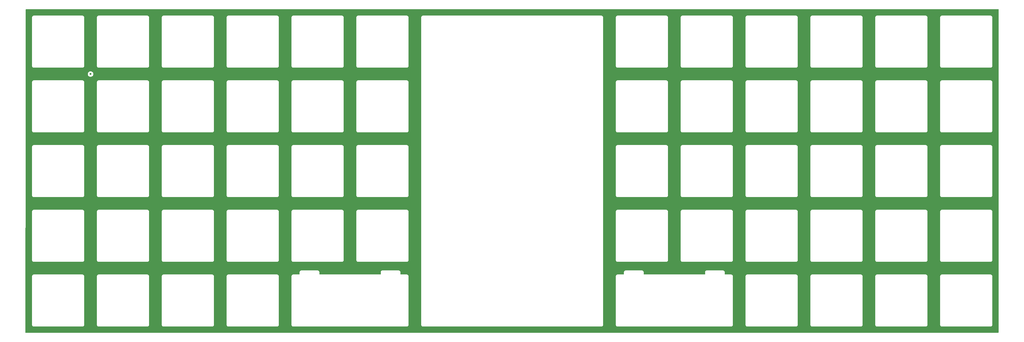
<source format=gbl>
%TF.GenerationSoftware,KiCad,Pcbnew,(6.0.0-0)*%
%TF.CreationDate,2022-01-30T11:35:38+01:00*%
%TF.ProjectId,polaris,706f6c61-7269-4732-9e6b-696361645f70,rev?*%
%TF.SameCoordinates,Original*%
%TF.FileFunction,Copper,L2,Bot*%
%TF.FilePolarity,Positive*%
%FSLAX46Y46*%
G04 Gerber Fmt 4.6, Leading zero omitted, Abs format (unit mm)*
G04 Created by KiCad (PCBNEW (6.0.0-0)) date 2022-01-30 11:35:38*
%MOMM*%
%LPD*%
G01*
G04 APERTURE LIST*
%TA.AperFunction,ViaPad*%
%ADD10C,0.600000*%
%TD*%
G04 APERTURE END LIST*
D10*
%TO.N,*%
X8334375Y-58816875D03*
%TD*%
%TA.AperFunction,NonConductor*%
G36*
X274942121Y-39720002D02*
G01*
X274988614Y-39773658D01*
X275000000Y-39826000D01*
X275000000Y-134874000D01*
X274979998Y-134942121D01*
X274926342Y-134988614D01*
X274874000Y-135000000D01*
X-10673868Y-135000000D01*
X-10741989Y-134979998D01*
X-10788482Y-134926342D01*
X-10799868Y-134873868D01*
X-10798052Y-133143834D01*
X-10797592Y-132705277D01*
X-8842851Y-132705277D01*
X-8840385Y-132713906D01*
X-8840384Y-132713911D01*
X-8834736Y-132733673D01*
X-8831158Y-132750434D01*
X-8828245Y-132770777D01*
X-8828242Y-132770787D01*
X-8826970Y-132779670D01*
X-8816354Y-132803020D01*
X-8809911Y-132820532D01*
X-8808252Y-132826335D01*
X-8802863Y-132845190D01*
X-8787103Y-132870169D01*
X-8778971Y-132885239D01*
X-8766742Y-132912135D01*
X-8750004Y-132931560D01*
X-8738896Y-132946572D01*
X-8725215Y-132968256D01*
X-8718490Y-132974195D01*
X-8718487Y-132974198D01*
X-8703079Y-132987806D01*
X-8691034Y-132999999D01*
X-8677614Y-133015573D01*
X-8671756Y-133022372D01*
X-8664228Y-133027251D01*
X-8664225Y-133027254D01*
X-8650236Y-133036321D01*
X-8635362Y-133047611D01*
X-8616147Y-133064581D01*
X-8608021Y-133068396D01*
X-8608020Y-133068397D01*
X-8602354Y-133071057D01*
X-8589409Y-133077135D01*
X-8574440Y-133085449D01*
X-8549648Y-133101518D01*
X-8532725Y-133106579D01*
X-8525085Y-133108864D01*
X-8507639Y-133115526D01*
X-8484427Y-133126424D01*
X-8455245Y-133130968D01*
X-8438526Y-133134751D01*
X-8418839Y-133140639D01*
X-8418836Y-133140640D01*
X-8410234Y-133143212D01*
X-8401259Y-133143267D01*
X-8401258Y-133143267D01*
X-8394565Y-133143308D01*
X-8375819Y-133143422D01*
X-8375047Y-133143455D01*
X-8373952Y-133143625D01*
X-8343077Y-133143625D01*
X-8342307Y-133143627D01*
X-8268659Y-133144077D01*
X-8268658Y-133144077D01*
X-8264723Y-133144101D01*
X-8263379Y-133143717D01*
X-8262034Y-133143625D01*
X5944423Y-133143625D01*
X5945194Y-133143627D01*
X6022777Y-133144101D01*
X6031406Y-133141635D01*
X6031411Y-133141634D01*
X6051173Y-133135986D01*
X6067934Y-133132408D01*
X6088277Y-133129495D01*
X6088287Y-133129492D01*
X6097170Y-133128220D01*
X6120520Y-133117604D01*
X6138032Y-133111161D01*
X6154062Y-133106579D01*
X6162690Y-133104113D01*
X6187673Y-133088351D01*
X6202739Y-133080221D01*
X6229635Y-133067992D01*
X6249064Y-133051251D01*
X6264072Y-133040146D01*
X6278164Y-133031255D01*
X6285756Y-133026465D01*
X6305307Y-133004328D01*
X6317499Y-132992284D01*
X6333074Y-132978864D01*
X6333075Y-132978862D01*
X6339872Y-132973006D01*
X6344751Y-132965478D01*
X6344754Y-132965475D01*
X6353821Y-132951486D01*
X6365111Y-132936612D01*
X6376137Y-132924127D01*
X6382081Y-132917397D01*
X6394635Y-132890659D01*
X6402949Y-132875690D01*
X6419018Y-132850898D01*
X6426364Y-132826334D01*
X6433026Y-132808889D01*
X6440108Y-132793804D01*
X6443924Y-132785677D01*
X6448468Y-132756495D01*
X6452251Y-132739776D01*
X6458139Y-132720089D01*
X6458140Y-132720086D01*
X6460712Y-132711484D01*
X6460750Y-132705277D01*
X10207149Y-132705277D01*
X10209615Y-132713906D01*
X10209616Y-132713911D01*
X10215264Y-132733673D01*
X10218842Y-132750434D01*
X10221755Y-132770777D01*
X10221758Y-132770787D01*
X10223030Y-132779670D01*
X10233646Y-132803020D01*
X10240089Y-132820532D01*
X10241748Y-132826335D01*
X10247137Y-132845190D01*
X10262897Y-132870169D01*
X10271029Y-132885239D01*
X10283258Y-132912135D01*
X10299996Y-132931560D01*
X10311104Y-132946572D01*
X10324785Y-132968256D01*
X10331510Y-132974195D01*
X10331513Y-132974198D01*
X10346921Y-132987806D01*
X10358966Y-132999999D01*
X10372386Y-133015573D01*
X10378244Y-133022372D01*
X10385772Y-133027251D01*
X10385775Y-133027254D01*
X10399764Y-133036321D01*
X10414638Y-133047611D01*
X10433853Y-133064581D01*
X10441979Y-133068396D01*
X10441980Y-133068397D01*
X10447646Y-133071057D01*
X10460591Y-133077135D01*
X10475560Y-133085449D01*
X10500352Y-133101518D01*
X10517275Y-133106579D01*
X10524915Y-133108864D01*
X10542361Y-133115526D01*
X10565573Y-133126424D01*
X10594755Y-133130968D01*
X10611474Y-133134751D01*
X10631161Y-133140639D01*
X10631164Y-133140640D01*
X10639766Y-133143212D01*
X10648741Y-133143267D01*
X10648742Y-133143267D01*
X10655435Y-133143308D01*
X10674181Y-133143422D01*
X10674953Y-133143455D01*
X10676048Y-133143625D01*
X10706923Y-133143625D01*
X10707693Y-133143627D01*
X10781341Y-133144077D01*
X10781342Y-133144077D01*
X10785277Y-133144101D01*
X10786621Y-133143717D01*
X10787966Y-133143625D01*
X24994423Y-133143625D01*
X24995194Y-133143627D01*
X25072777Y-133144101D01*
X25081406Y-133141635D01*
X25081411Y-133141634D01*
X25101173Y-133135986D01*
X25117934Y-133132408D01*
X25138277Y-133129495D01*
X25138287Y-133129492D01*
X25147170Y-133128220D01*
X25170520Y-133117604D01*
X25188032Y-133111161D01*
X25204062Y-133106579D01*
X25212690Y-133104113D01*
X25237673Y-133088351D01*
X25252739Y-133080221D01*
X25279635Y-133067992D01*
X25299064Y-133051251D01*
X25314072Y-133040146D01*
X25328164Y-133031255D01*
X25335756Y-133026465D01*
X25355307Y-133004328D01*
X25367499Y-132992284D01*
X25383074Y-132978864D01*
X25383075Y-132978862D01*
X25389872Y-132973006D01*
X25394751Y-132965478D01*
X25394754Y-132965475D01*
X25403821Y-132951486D01*
X25415111Y-132936612D01*
X25426137Y-132924127D01*
X25432081Y-132917397D01*
X25444635Y-132890659D01*
X25452949Y-132875690D01*
X25469018Y-132850898D01*
X25476364Y-132826334D01*
X25483026Y-132808889D01*
X25490108Y-132793804D01*
X25493924Y-132785677D01*
X25498468Y-132756495D01*
X25502251Y-132739776D01*
X25508139Y-132720089D01*
X25508140Y-132720086D01*
X25510712Y-132711484D01*
X25510750Y-132705277D01*
X29257149Y-132705277D01*
X29259615Y-132713906D01*
X29259616Y-132713911D01*
X29265264Y-132733673D01*
X29268842Y-132750434D01*
X29271755Y-132770777D01*
X29271758Y-132770787D01*
X29273030Y-132779670D01*
X29283646Y-132803020D01*
X29290089Y-132820532D01*
X29291748Y-132826335D01*
X29297137Y-132845190D01*
X29312897Y-132870169D01*
X29321029Y-132885239D01*
X29333258Y-132912135D01*
X29349996Y-132931560D01*
X29361104Y-132946572D01*
X29374785Y-132968256D01*
X29381510Y-132974195D01*
X29381513Y-132974198D01*
X29396921Y-132987806D01*
X29408966Y-132999999D01*
X29422386Y-133015573D01*
X29428244Y-133022372D01*
X29435772Y-133027251D01*
X29435775Y-133027254D01*
X29449764Y-133036321D01*
X29464638Y-133047611D01*
X29483853Y-133064581D01*
X29491979Y-133068396D01*
X29491980Y-133068397D01*
X29497646Y-133071057D01*
X29510591Y-133077135D01*
X29525560Y-133085449D01*
X29550352Y-133101518D01*
X29567275Y-133106579D01*
X29574915Y-133108864D01*
X29592361Y-133115526D01*
X29615573Y-133126424D01*
X29644755Y-133130968D01*
X29661474Y-133134751D01*
X29681161Y-133140639D01*
X29681164Y-133140640D01*
X29689766Y-133143212D01*
X29698741Y-133143267D01*
X29698742Y-133143267D01*
X29705435Y-133143308D01*
X29724181Y-133143422D01*
X29724953Y-133143455D01*
X29726048Y-133143625D01*
X29756923Y-133143625D01*
X29757693Y-133143627D01*
X29831341Y-133144077D01*
X29831342Y-133144077D01*
X29835277Y-133144101D01*
X29836621Y-133143717D01*
X29837966Y-133143625D01*
X44044423Y-133143625D01*
X44045194Y-133143627D01*
X44122777Y-133144101D01*
X44131406Y-133141635D01*
X44131411Y-133141634D01*
X44151173Y-133135986D01*
X44167934Y-133132408D01*
X44188277Y-133129495D01*
X44188287Y-133129492D01*
X44197170Y-133128220D01*
X44220520Y-133117604D01*
X44238032Y-133111161D01*
X44254062Y-133106579D01*
X44262690Y-133104113D01*
X44287673Y-133088351D01*
X44302739Y-133080221D01*
X44329635Y-133067992D01*
X44349064Y-133051251D01*
X44364072Y-133040146D01*
X44378164Y-133031255D01*
X44385756Y-133026465D01*
X44405307Y-133004328D01*
X44417499Y-132992284D01*
X44433074Y-132978864D01*
X44433075Y-132978862D01*
X44439872Y-132973006D01*
X44444751Y-132965478D01*
X44444754Y-132965475D01*
X44453821Y-132951486D01*
X44465111Y-132936612D01*
X44476137Y-132924127D01*
X44482081Y-132917397D01*
X44494635Y-132890659D01*
X44502949Y-132875690D01*
X44519018Y-132850898D01*
X44526364Y-132826334D01*
X44533026Y-132808889D01*
X44540108Y-132793804D01*
X44543924Y-132785677D01*
X44548468Y-132756495D01*
X44552251Y-132739776D01*
X44558139Y-132720089D01*
X44558140Y-132720086D01*
X44560712Y-132711484D01*
X44560750Y-132705277D01*
X48307149Y-132705277D01*
X48309615Y-132713906D01*
X48309616Y-132713911D01*
X48315264Y-132733673D01*
X48318842Y-132750434D01*
X48321755Y-132770777D01*
X48321758Y-132770787D01*
X48323030Y-132779670D01*
X48333646Y-132803020D01*
X48340089Y-132820532D01*
X48341748Y-132826335D01*
X48347137Y-132845190D01*
X48362897Y-132870169D01*
X48371029Y-132885239D01*
X48383258Y-132912135D01*
X48399996Y-132931560D01*
X48411104Y-132946572D01*
X48424785Y-132968256D01*
X48431510Y-132974195D01*
X48431513Y-132974198D01*
X48446921Y-132987806D01*
X48458966Y-132999999D01*
X48472386Y-133015573D01*
X48478244Y-133022372D01*
X48485772Y-133027251D01*
X48485775Y-133027254D01*
X48499764Y-133036321D01*
X48514638Y-133047611D01*
X48533853Y-133064581D01*
X48541979Y-133068396D01*
X48541980Y-133068397D01*
X48547646Y-133071057D01*
X48560591Y-133077135D01*
X48575560Y-133085449D01*
X48600352Y-133101518D01*
X48617275Y-133106579D01*
X48624915Y-133108864D01*
X48642361Y-133115526D01*
X48665573Y-133126424D01*
X48694755Y-133130968D01*
X48711474Y-133134751D01*
X48731161Y-133140639D01*
X48731164Y-133140640D01*
X48739766Y-133143212D01*
X48748741Y-133143267D01*
X48748742Y-133143267D01*
X48755435Y-133143308D01*
X48774181Y-133143422D01*
X48774953Y-133143455D01*
X48776048Y-133143625D01*
X48806923Y-133143625D01*
X48807693Y-133143627D01*
X48881341Y-133144077D01*
X48881342Y-133144077D01*
X48885277Y-133144101D01*
X48886621Y-133143717D01*
X48887966Y-133143625D01*
X63094423Y-133143625D01*
X63095194Y-133143627D01*
X63172777Y-133144101D01*
X63181406Y-133141635D01*
X63181411Y-133141634D01*
X63201173Y-133135986D01*
X63217934Y-133132408D01*
X63238277Y-133129495D01*
X63238287Y-133129492D01*
X63247170Y-133128220D01*
X63270520Y-133117604D01*
X63288032Y-133111161D01*
X63304062Y-133106579D01*
X63312690Y-133104113D01*
X63337673Y-133088351D01*
X63352739Y-133080221D01*
X63379635Y-133067992D01*
X63399064Y-133051251D01*
X63414072Y-133040146D01*
X63428164Y-133031255D01*
X63435756Y-133026465D01*
X63455307Y-133004328D01*
X63467499Y-132992284D01*
X63483074Y-132978864D01*
X63483075Y-132978862D01*
X63489872Y-132973006D01*
X63494751Y-132965478D01*
X63494754Y-132965475D01*
X63503821Y-132951486D01*
X63515111Y-132936612D01*
X63526137Y-132924127D01*
X63532081Y-132917397D01*
X63544635Y-132890659D01*
X63552949Y-132875690D01*
X63569018Y-132850898D01*
X63576364Y-132826334D01*
X63583026Y-132808889D01*
X63590108Y-132793804D01*
X63593924Y-132785677D01*
X63598468Y-132756495D01*
X63602251Y-132739776D01*
X63608139Y-132720089D01*
X63608140Y-132720086D01*
X63610712Y-132711484D01*
X63610922Y-132677069D01*
X63610955Y-132676297D01*
X63611125Y-132675202D01*
X63611125Y-132644327D01*
X63611127Y-132643557D01*
X63611577Y-132569909D01*
X63611577Y-132569908D01*
X63611601Y-132565973D01*
X63611217Y-132564629D01*
X63611125Y-132563284D01*
X63611125Y-118417754D01*
X67357146Y-118417754D01*
X67357533Y-118419107D01*
X67357625Y-118420461D01*
X67357625Y-132626923D01*
X67357623Y-132627691D01*
X67357149Y-132705277D01*
X67359615Y-132713906D01*
X67359616Y-132713911D01*
X67365264Y-132733673D01*
X67368842Y-132750434D01*
X67371755Y-132770777D01*
X67371758Y-132770787D01*
X67373030Y-132779670D01*
X67383646Y-132803020D01*
X67390089Y-132820532D01*
X67391748Y-132826335D01*
X67397137Y-132845190D01*
X67412897Y-132870169D01*
X67421029Y-132885239D01*
X67433258Y-132912135D01*
X67449996Y-132931560D01*
X67461104Y-132946572D01*
X67474785Y-132968256D01*
X67481510Y-132974195D01*
X67481513Y-132974198D01*
X67496921Y-132987806D01*
X67508966Y-132999999D01*
X67522386Y-133015573D01*
X67528244Y-133022372D01*
X67535772Y-133027251D01*
X67535775Y-133027254D01*
X67549764Y-133036321D01*
X67564638Y-133047611D01*
X67583853Y-133064581D01*
X67591979Y-133068396D01*
X67591980Y-133068397D01*
X67597646Y-133071057D01*
X67610591Y-133077135D01*
X67625560Y-133085449D01*
X67650352Y-133101518D01*
X67667275Y-133106579D01*
X67674915Y-133108864D01*
X67692361Y-133115526D01*
X67715573Y-133126424D01*
X67744755Y-133130968D01*
X67761474Y-133134751D01*
X67781161Y-133140639D01*
X67781164Y-133140640D01*
X67789766Y-133143212D01*
X67798741Y-133143267D01*
X67798742Y-133143267D01*
X67805435Y-133143308D01*
X67824181Y-133143422D01*
X67824953Y-133143455D01*
X67826048Y-133143625D01*
X67856923Y-133143625D01*
X67857693Y-133143627D01*
X67931341Y-133144077D01*
X67931342Y-133144077D01*
X67935277Y-133144101D01*
X67936621Y-133143717D01*
X67937966Y-133143625D01*
X101194423Y-133143625D01*
X101195194Y-133143627D01*
X101272777Y-133144101D01*
X101281406Y-133141635D01*
X101281411Y-133141634D01*
X101301173Y-133135986D01*
X101317934Y-133132408D01*
X101338277Y-133129495D01*
X101338287Y-133129492D01*
X101347170Y-133128220D01*
X101370520Y-133117604D01*
X101388032Y-133111161D01*
X101404062Y-133106579D01*
X101412690Y-133104113D01*
X101437673Y-133088351D01*
X101452739Y-133080221D01*
X101479635Y-133067992D01*
X101499064Y-133051251D01*
X101514072Y-133040146D01*
X101528164Y-133031255D01*
X101535756Y-133026465D01*
X101555307Y-133004328D01*
X101567499Y-132992284D01*
X101583074Y-132978864D01*
X101583075Y-132978862D01*
X101589872Y-132973006D01*
X101594751Y-132965478D01*
X101594754Y-132965475D01*
X101603821Y-132951486D01*
X101615111Y-132936612D01*
X101626137Y-132924127D01*
X101632081Y-132917397D01*
X101644635Y-132890659D01*
X101652949Y-132875690D01*
X101669018Y-132850898D01*
X101676364Y-132826334D01*
X101683026Y-132808889D01*
X101690108Y-132793804D01*
X101693924Y-132785677D01*
X101698468Y-132756495D01*
X101702251Y-132739776D01*
X101708139Y-132720089D01*
X101708140Y-132720086D01*
X101710712Y-132711484D01*
X101710750Y-132705275D01*
X105457149Y-132705275D01*
X105459613Y-132713898D01*
X105459614Y-132713903D01*
X105465266Y-132733679D01*
X105468843Y-132750437D01*
X105473030Y-132779670D01*
X105479551Y-132794011D01*
X105483641Y-132803008D01*
X105490089Y-132820533D01*
X105494668Y-132836554D01*
X105497136Y-132845188D01*
X105501924Y-132852776D01*
X105501927Y-132852782D01*
X105512897Y-132870169D01*
X105521033Y-132885247D01*
X105533258Y-132912135D01*
X105539115Y-132918932D01*
X105539118Y-132918936D01*
X105549996Y-132931560D01*
X105561103Y-132946570D01*
X105574784Y-132968254D01*
X105581511Y-132974195D01*
X105596923Y-132987807D01*
X105608962Y-132999994D01*
X105628244Y-133022372D01*
X105642272Y-133031464D01*
X105649755Y-133036314D01*
X105664631Y-133047606D01*
X105677122Y-133058638D01*
X105677127Y-133058641D01*
X105683851Y-133064580D01*
X105710597Y-133077138D01*
X105725560Y-133085449D01*
X105750352Y-133101518D01*
X105758952Y-133104090D01*
X105774915Y-133108864D01*
X105792364Y-133115527D01*
X105807445Y-133122608D01*
X105807447Y-133122608D01*
X105815571Y-133126423D01*
X105824435Y-133127803D01*
X105824444Y-133127806D01*
X105844763Y-133130970D01*
X105861473Y-133134751D01*
X105865603Y-133135986D01*
X105889766Y-133143212D01*
X105898743Y-133143267D01*
X105898744Y-133143267D01*
X105904801Y-133143304D01*
X105924179Y-133143422D01*
X105924951Y-133143455D01*
X105926046Y-133143625D01*
X105956943Y-133143625D01*
X105957713Y-133143627D01*
X106031341Y-133144077D01*
X106031342Y-133144077D01*
X106035277Y-133144101D01*
X106036620Y-133143717D01*
X106037964Y-133143625D01*
X142538687Y-133143769D01*
X158345059Y-133143832D01*
X158345828Y-133143834D01*
X158348985Y-133143853D01*
X158423442Y-133144308D01*
X158432072Y-133141842D01*
X158432076Y-133141841D01*
X158451834Y-133136194D01*
X158468595Y-133132616D01*
X158488944Y-133129702D01*
X158488951Y-133129700D01*
X158497833Y-133128428D01*
X158512888Y-133121582D01*
X158521177Y-133117814D01*
X158538703Y-133111366D01*
X158554724Y-133106787D01*
X158554726Y-133106786D01*
X158563355Y-133104320D01*
X158570943Y-133099532D01*
X158570946Y-133099531D01*
X158588327Y-133088564D01*
X158603413Y-133080424D01*
X158622126Y-133071916D01*
X158622128Y-133071915D01*
X158630298Y-133068200D01*
X158641396Y-133058638D01*
X158649726Y-133051460D01*
X158664739Y-133040352D01*
X158686421Y-133026672D01*
X158696223Y-133015573D01*
X158705971Y-133004536D01*
X158718165Y-132992490D01*
X158733738Y-132979072D01*
X158740536Y-132973215D01*
X158748671Y-132960664D01*
X158754487Y-132951692D01*
X158765777Y-132936818D01*
X158776804Y-132924332D01*
X158782746Y-132917604D01*
X158786560Y-132909481D01*
X158786563Y-132909476D01*
X158795298Y-132890871D01*
X158803619Y-132875889D01*
X158803754Y-132875681D01*
X158819682Y-132851107D01*
X158827030Y-132826540D01*
X158833688Y-132809104D01*
X158840774Y-132794011D01*
X158840775Y-132794008D01*
X158844589Y-132785884D01*
X158845970Y-132777016D01*
X158845971Y-132777012D01*
X158849132Y-132756706D01*
X158852916Y-132739985D01*
X158858804Y-132720298D01*
X158858805Y-132720295D01*
X158861377Y-132711693D01*
X158861587Y-132677276D01*
X158861620Y-132676504D01*
X158861790Y-132675409D01*
X158861790Y-132644536D01*
X158861792Y-132643766D01*
X158862242Y-132570123D01*
X158862242Y-132570122D01*
X158862266Y-132566182D01*
X158861882Y-132564837D01*
X158861790Y-132563491D01*
X158861790Y-118417754D01*
X162607146Y-118417754D01*
X162607533Y-118419107D01*
X162607625Y-118420461D01*
X162607625Y-132626923D01*
X162607623Y-132627691D01*
X162607149Y-132705277D01*
X162609615Y-132713906D01*
X162609616Y-132713911D01*
X162615264Y-132733673D01*
X162618842Y-132750434D01*
X162621755Y-132770777D01*
X162621758Y-132770787D01*
X162623030Y-132779670D01*
X162633646Y-132803020D01*
X162640089Y-132820532D01*
X162641748Y-132826335D01*
X162647137Y-132845190D01*
X162662897Y-132870169D01*
X162671029Y-132885239D01*
X162683258Y-132912135D01*
X162699996Y-132931560D01*
X162711104Y-132946572D01*
X162724785Y-132968256D01*
X162731510Y-132974195D01*
X162731513Y-132974198D01*
X162746921Y-132987806D01*
X162758966Y-132999999D01*
X162772386Y-133015573D01*
X162778244Y-133022372D01*
X162785772Y-133027251D01*
X162785775Y-133027254D01*
X162799764Y-133036321D01*
X162814638Y-133047611D01*
X162833853Y-133064581D01*
X162841979Y-133068396D01*
X162841980Y-133068397D01*
X162847646Y-133071057D01*
X162860591Y-133077135D01*
X162875560Y-133085449D01*
X162900352Y-133101518D01*
X162917275Y-133106579D01*
X162924915Y-133108864D01*
X162942361Y-133115526D01*
X162965573Y-133126424D01*
X162994755Y-133130968D01*
X163011474Y-133134751D01*
X163031161Y-133140639D01*
X163031164Y-133140640D01*
X163039766Y-133143212D01*
X163048741Y-133143267D01*
X163048742Y-133143267D01*
X163055435Y-133143308D01*
X163074181Y-133143422D01*
X163074953Y-133143455D01*
X163076048Y-133143625D01*
X163106923Y-133143625D01*
X163107693Y-133143627D01*
X163181341Y-133144077D01*
X163181342Y-133144077D01*
X163185277Y-133144101D01*
X163186621Y-133143717D01*
X163187966Y-133143625D01*
X196444423Y-133143625D01*
X196445194Y-133143627D01*
X196522777Y-133144101D01*
X196531406Y-133141635D01*
X196531411Y-133141634D01*
X196551173Y-133135986D01*
X196567934Y-133132408D01*
X196588277Y-133129495D01*
X196588287Y-133129492D01*
X196597170Y-133128220D01*
X196620520Y-133117604D01*
X196638032Y-133111161D01*
X196654062Y-133106579D01*
X196662690Y-133104113D01*
X196687673Y-133088351D01*
X196702739Y-133080221D01*
X196729635Y-133067992D01*
X196749064Y-133051251D01*
X196764072Y-133040146D01*
X196778164Y-133031255D01*
X196785756Y-133026465D01*
X196805307Y-133004328D01*
X196817499Y-132992284D01*
X196833074Y-132978864D01*
X196833075Y-132978862D01*
X196839872Y-132973006D01*
X196844751Y-132965478D01*
X196844754Y-132965475D01*
X196853821Y-132951486D01*
X196865111Y-132936612D01*
X196876137Y-132924127D01*
X196882081Y-132917397D01*
X196894635Y-132890659D01*
X196902949Y-132875690D01*
X196919018Y-132850898D01*
X196926364Y-132826334D01*
X196933026Y-132808889D01*
X196940108Y-132793804D01*
X196943924Y-132785677D01*
X196948468Y-132756495D01*
X196952251Y-132739776D01*
X196958139Y-132720089D01*
X196958140Y-132720086D01*
X196960712Y-132711484D01*
X196960750Y-132705277D01*
X200707149Y-132705277D01*
X200709615Y-132713906D01*
X200709616Y-132713911D01*
X200715264Y-132733673D01*
X200718842Y-132750434D01*
X200721755Y-132770777D01*
X200721758Y-132770787D01*
X200723030Y-132779670D01*
X200733646Y-132803020D01*
X200740089Y-132820532D01*
X200741748Y-132826335D01*
X200747137Y-132845190D01*
X200762897Y-132870169D01*
X200771029Y-132885239D01*
X200783258Y-132912135D01*
X200799996Y-132931560D01*
X200811104Y-132946572D01*
X200824785Y-132968256D01*
X200831510Y-132974195D01*
X200831513Y-132974198D01*
X200846921Y-132987806D01*
X200858966Y-132999999D01*
X200872386Y-133015573D01*
X200878244Y-133022372D01*
X200885772Y-133027251D01*
X200885775Y-133027254D01*
X200899764Y-133036321D01*
X200914638Y-133047611D01*
X200933853Y-133064581D01*
X200941979Y-133068396D01*
X200941980Y-133068397D01*
X200947646Y-133071057D01*
X200960591Y-133077135D01*
X200975560Y-133085449D01*
X201000352Y-133101518D01*
X201017275Y-133106579D01*
X201024915Y-133108864D01*
X201042361Y-133115526D01*
X201065573Y-133126424D01*
X201094755Y-133130968D01*
X201111474Y-133134751D01*
X201131161Y-133140639D01*
X201131164Y-133140640D01*
X201139766Y-133143212D01*
X201148741Y-133143267D01*
X201148742Y-133143267D01*
X201155435Y-133143308D01*
X201174181Y-133143422D01*
X201174953Y-133143455D01*
X201176048Y-133143625D01*
X201206923Y-133143625D01*
X201207693Y-133143627D01*
X201281341Y-133144077D01*
X201281342Y-133144077D01*
X201285277Y-133144101D01*
X201286621Y-133143717D01*
X201287966Y-133143625D01*
X215494423Y-133143625D01*
X215495194Y-133143627D01*
X215572777Y-133144101D01*
X215581406Y-133141635D01*
X215581411Y-133141634D01*
X215601173Y-133135986D01*
X215617934Y-133132408D01*
X215638277Y-133129495D01*
X215638287Y-133129492D01*
X215647170Y-133128220D01*
X215670520Y-133117604D01*
X215688032Y-133111161D01*
X215704062Y-133106579D01*
X215712690Y-133104113D01*
X215737673Y-133088351D01*
X215752739Y-133080221D01*
X215779635Y-133067992D01*
X215799064Y-133051251D01*
X215814072Y-133040146D01*
X215828164Y-133031255D01*
X215835756Y-133026465D01*
X215855307Y-133004328D01*
X215867499Y-132992284D01*
X215883074Y-132978864D01*
X215883075Y-132978862D01*
X215889872Y-132973006D01*
X215894751Y-132965478D01*
X215894754Y-132965475D01*
X215903821Y-132951486D01*
X215915111Y-132936612D01*
X215926137Y-132924127D01*
X215932081Y-132917397D01*
X215944635Y-132890659D01*
X215952949Y-132875690D01*
X215969018Y-132850898D01*
X215976364Y-132826334D01*
X215983026Y-132808889D01*
X215990108Y-132793804D01*
X215993924Y-132785677D01*
X215998468Y-132756495D01*
X216002251Y-132739776D01*
X216008139Y-132720089D01*
X216008140Y-132720086D01*
X216010712Y-132711484D01*
X216010750Y-132705277D01*
X219757149Y-132705277D01*
X219759615Y-132713906D01*
X219759616Y-132713911D01*
X219765264Y-132733673D01*
X219768842Y-132750434D01*
X219771755Y-132770777D01*
X219771758Y-132770787D01*
X219773030Y-132779670D01*
X219783646Y-132803020D01*
X219790089Y-132820532D01*
X219791748Y-132826335D01*
X219797137Y-132845190D01*
X219812897Y-132870169D01*
X219821029Y-132885239D01*
X219833258Y-132912135D01*
X219849996Y-132931560D01*
X219861104Y-132946572D01*
X219874785Y-132968256D01*
X219881510Y-132974195D01*
X219881513Y-132974198D01*
X219896921Y-132987806D01*
X219908966Y-132999999D01*
X219922386Y-133015573D01*
X219928244Y-133022372D01*
X219935772Y-133027251D01*
X219935775Y-133027254D01*
X219949764Y-133036321D01*
X219964638Y-133047611D01*
X219983853Y-133064581D01*
X219991979Y-133068396D01*
X219991980Y-133068397D01*
X219997646Y-133071057D01*
X220010591Y-133077135D01*
X220025560Y-133085449D01*
X220050352Y-133101518D01*
X220067275Y-133106579D01*
X220074915Y-133108864D01*
X220092361Y-133115526D01*
X220115573Y-133126424D01*
X220144755Y-133130968D01*
X220161474Y-133134751D01*
X220181161Y-133140639D01*
X220181164Y-133140640D01*
X220189766Y-133143212D01*
X220198741Y-133143267D01*
X220198742Y-133143267D01*
X220205435Y-133143308D01*
X220224181Y-133143422D01*
X220224953Y-133143455D01*
X220226048Y-133143625D01*
X220256923Y-133143625D01*
X220257693Y-133143627D01*
X220331341Y-133144077D01*
X220331342Y-133144077D01*
X220335277Y-133144101D01*
X220336621Y-133143717D01*
X220337966Y-133143625D01*
X234544423Y-133143625D01*
X234545194Y-133143627D01*
X234622777Y-133144101D01*
X234631406Y-133141635D01*
X234631411Y-133141634D01*
X234651173Y-133135986D01*
X234667934Y-133132408D01*
X234688277Y-133129495D01*
X234688287Y-133129492D01*
X234697170Y-133128220D01*
X234720520Y-133117604D01*
X234738032Y-133111161D01*
X234754062Y-133106579D01*
X234762690Y-133104113D01*
X234787673Y-133088351D01*
X234802739Y-133080221D01*
X234829635Y-133067992D01*
X234849064Y-133051251D01*
X234864072Y-133040146D01*
X234878164Y-133031255D01*
X234885756Y-133026465D01*
X234905307Y-133004328D01*
X234917499Y-132992284D01*
X234933074Y-132978864D01*
X234933075Y-132978862D01*
X234939872Y-132973006D01*
X234944751Y-132965478D01*
X234944754Y-132965475D01*
X234953821Y-132951486D01*
X234965111Y-132936612D01*
X234976137Y-132924127D01*
X234982081Y-132917397D01*
X234994635Y-132890659D01*
X235002949Y-132875690D01*
X235019018Y-132850898D01*
X235026364Y-132826334D01*
X235033026Y-132808889D01*
X235040108Y-132793804D01*
X235043924Y-132785677D01*
X235048468Y-132756495D01*
X235052251Y-132739776D01*
X235058139Y-132720089D01*
X235058140Y-132720086D01*
X235060712Y-132711484D01*
X235060750Y-132705277D01*
X238807149Y-132705277D01*
X238809615Y-132713906D01*
X238809616Y-132713911D01*
X238815264Y-132733673D01*
X238818842Y-132750434D01*
X238821755Y-132770777D01*
X238821758Y-132770787D01*
X238823030Y-132779670D01*
X238833646Y-132803020D01*
X238840089Y-132820532D01*
X238841748Y-132826335D01*
X238847137Y-132845190D01*
X238862897Y-132870169D01*
X238871029Y-132885239D01*
X238883258Y-132912135D01*
X238899996Y-132931560D01*
X238911104Y-132946572D01*
X238924785Y-132968256D01*
X238931510Y-132974195D01*
X238931513Y-132974198D01*
X238946921Y-132987806D01*
X238958966Y-132999999D01*
X238972386Y-133015573D01*
X238978244Y-133022372D01*
X238985772Y-133027251D01*
X238985775Y-133027254D01*
X238999764Y-133036321D01*
X239014638Y-133047611D01*
X239033853Y-133064581D01*
X239041979Y-133068396D01*
X239041980Y-133068397D01*
X239047646Y-133071057D01*
X239060591Y-133077135D01*
X239075560Y-133085449D01*
X239100352Y-133101518D01*
X239117275Y-133106579D01*
X239124915Y-133108864D01*
X239142361Y-133115526D01*
X239165573Y-133126424D01*
X239194755Y-133130968D01*
X239211474Y-133134751D01*
X239231161Y-133140639D01*
X239231164Y-133140640D01*
X239239766Y-133143212D01*
X239248741Y-133143267D01*
X239248742Y-133143267D01*
X239255435Y-133143308D01*
X239274181Y-133143422D01*
X239274953Y-133143455D01*
X239276048Y-133143625D01*
X239306923Y-133143625D01*
X239307693Y-133143627D01*
X239381341Y-133144077D01*
X239381342Y-133144077D01*
X239385277Y-133144101D01*
X239386621Y-133143717D01*
X239387966Y-133143625D01*
X253594423Y-133143625D01*
X253595194Y-133143627D01*
X253672777Y-133144101D01*
X253681406Y-133141635D01*
X253681411Y-133141634D01*
X253701173Y-133135986D01*
X253717934Y-133132408D01*
X253738277Y-133129495D01*
X253738287Y-133129492D01*
X253747170Y-133128220D01*
X253770520Y-133117604D01*
X253788032Y-133111161D01*
X253804062Y-133106579D01*
X253812690Y-133104113D01*
X253837673Y-133088351D01*
X253852739Y-133080221D01*
X253879635Y-133067992D01*
X253899064Y-133051251D01*
X253914072Y-133040146D01*
X253928164Y-133031255D01*
X253935756Y-133026465D01*
X253955307Y-133004328D01*
X253967499Y-132992284D01*
X253983074Y-132978864D01*
X253983075Y-132978862D01*
X253989872Y-132973006D01*
X253994751Y-132965478D01*
X253994754Y-132965475D01*
X254003821Y-132951486D01*
X254015111Y-132936612D01*
X254026137Y-132924127D01*
X254032081Y-132917397D01*
X254044635Y-132890659D01*
X254052949Y-132875690D01*
X254069018Y-132850898D01*
X254076364Y-132826334D01*
X254083026Y-132808889D01*
X254090108Y-132793804D01*
X254093924Y-132785677D01*
X254098468Y-132756495D01*
X254102251Y-132739776D01*
X254108139Y-132720089D01*
X254108140Y-132720086D01*
X254110712Y-132711484D01*
X254110750Y-132705277D01*
X257857149Y-132705277D01*
X257859615Y-132713906D01*
X257859616Y-132713911D01*
X257865264Y-132733673D01*
X257868842Y-132750434D01*
X257871755Y-132770777D01*
X257871758Y-132770787D01*
X257873030Y-132779670D01*
X257883646Y-132803020D01*
X257890089Y-132820532D01*
X257891748Y-132826335D01*
X257897137Y-132845190D01*
X257912897Y-132870169D01*
X257921029Y-132885239D01*
X257933258Y-132912135D01*
X257949996Y-132931560D01*
X257961104Y-132946572D01*
X257974785Y-132968256D01*
X257981510Y-132974195D01*
X257981513Y-132974198D01*
X257996921Y-132987806D01*
X258008966Y-132999999D01*
X258022386Y-133015573D01*
X258028244Y-133022372D01*
X258035772Y-133027251D01*
X258035775Y-133027254D01*
X258049764Y-133036321D01*
X258064638Y-133047611D01*
X258083853Y-133064581D01*
X258091979Y-133068396D01*
X258091980Y-133068397D01*
X258097646Y-133071057D01*
X258110591Y-133077135D01*
X258125560Y-133085449D01*
X258150352Y-133101518D01*
X258167275Y-133106579D01*
X258174915Y-133108864D01*
X258192361Y-133115526D01*
X258215573Y-133126424D01*
X258244755Y-133130968D01*
X258261474Y-133134751D01*
X258281161Y-133140639D01*
X258281164Y-133140640D01*
X258289766Y-133143212D01*
X258298741Y-133143267D01*
X258298742Y-133143267D01*
X258305435Y-133143308D01*
X258324181Y-133143422D01*
X258324953Y-133143455D01*
X258326048Y-133143625D01*
X258356923Y-133143625D01*
X258357693Y-133143627D01*
X258431341Y-133144077D01*
X258431342Y-133144077D01*
X258435277Y-133144101D01*
X258436621Y-133143717D01*
X258437966Y-133143625D01*
X272644423Y-133143625D01*
X272645194Y-133143627D01*
X272722777Y-133144101D01*
X272731406Y-133141635D01*
X272731411Y-133141634D01*
X272751173Y-133135986D01*
X272767934Y-133132408D01*
X272788277Y-133129495D01*
X272788287Y-133129492D01*
X272797170Y-133128220D01*
X272820520Y-133117604D01*
X272838032Y-133111161D01*
X272854062Y-133106579D01*
X272862690Y-133104113D01*
X272887673Y-133088351D01*
X272902739Y-133080221D01*
X272929635Y-133067992D01*
X272949064Y-133051251D01*
X272964072Y-133040146D01*
X272978164Y-133031255D01*
X272985756Y-133026465D01*
X273005307Y-133004328D01*
X273017499Y-132992284D01*
X273033074Y-132978864D01*
X273033075Y-132978862D01*
X273039872Y-132973006D01*
X273044751Y-132965478D01*
X273044754Y-132965475D01*
X273053821Y-132951486D01*
X273065111Y-132936612D01*
X273076137Y-132924127D01*
X273082081Y-132917397D01*
X273094635Y-132890659D01*
X273102949Y-132875690D01*
X273119018Y-132850898D01*
X273126364Y-132826334D01*
X273133026Y-132808889D01*
X273140108Y-132793804D01*
X273143924Y-132785677D01*
X273148468Y-132756495D01*
X273152251Y-132739776D01*
X273158139Y-132720089D01*
X273158140Y-132720086D01*
X273160712Y-132711484D01*
X273160922Y-132677069D01*
X273160955Y-132676297D01*
X273161125Y-132675202D01*
X273161125Y-132644327D01*
X273161127Y-132643557D01*
X273161577Y-132569909D01*
X273161577Y-132569908D01*
X273161601Y-132565973D01*
X273161217Y-132564629D01*
X273161125Y-132563284D01*
X273161125Y-118356827D01*
X273161127Y-118356057D01*
X273161429Y-118306655D01*
X273161601Y-118278473D01*
X273159135Y-118269844D01*
X273159134Y-118269839D01*
X273153486Y-118250077D01*
X273149908Y-118233316D01*
X273146995Y-118212973D01*
X273146992Y-118212963D01*
X273145720Y-118204080D01*
X273135104Y-118180730D01*
X273128661Y-118163218D01*
X273124079Y-118147188D01*
X273121613Y-118138560D01*
X273116811Y-118130948D01*
X273113246Y-118125299D01*
X273105851Y-118113577D01*
X273097721Y-118098511D01*
X273085492Y-118071615D01*
X273068751Y-118052186D01*
X273057646Y-118037178D01*
X273048755Y-118023086D01*
X273043965Y-118015494D01*
X273021828Y-117995943D01*
X273009784Y-117983751D01*
X272996364Y-117968176D01*
X272996362Y-117968175D01*
X272990506Y-117961378D01*
X272982978Y-117956499D01*
X272982975Y-117956496D01*
X272968986Y-117947429D01*
X272954112Y-117936139D01*
X272941627Y-117925113D01*
X272934897Y-117919169D01*
X272926771Y-117915354D01*
X272926770Y-117915353D01*
X272921104Y-117912693D01*
X272908159Y-117906615D01*
X272893190Y-117898301D01*
X272868398Y-117882232D01*
X272843834Y-117874886D01*
X272826389Y-117868224D01*
X272821952Y-117866141D01*
X272803177Y-117857326D01*
X272773995Y-117852782D01*
X272757276Y-117848999D01*
X272737589Y-117843111D01*
X272737586Y-117843110D01*
X272728984Y-117840538D01*
X272720009Y-117840483D01*
X272720008Y-117840483D01*
X272713315Y-117840442D01*
X272694569Y-117840328D01*
X272693797Y-117840295D01*
X272692702Y-117840125D01*
X272661827Y-117840125D01*
X272661057Y-117840123D01*
X272587409Y-117839673D01*
X272587408Y-117839673D01*
X272583473Y-117839649D01*
X272582129Y-117840033D01*
X272580784Y-117840125D01*
X258374327Y-117840125D01*
X258373557Y-117840123D01*
X258372703Y-117840118D01*
X258295973Y-117839649D01*
X258287344Y-117842115D01*
X258287339Y-117842116D01*
X258267577Y-117847764D01*
X258250816Y-117851342D01*
X258230473Y-117854255D01*
X258230463Y-117854258D01*
X258221580Y-117855530D01*
X258198230Y-117866146D01*
X258180718Y-117872589D01*
X258172700Y-117874881D01*
X258156060Y-117879637D01*
X258131077Y-117895399D01*
X258116011Y-117903529D01*
X258089115Y-117915758D01*
X258069686Y-117932499D01*
X258054678Y-117943604D01*
X258032994Y-117957285D01*
X258027052Y-117964013D01*
X258013444Y-117979421D01*
X258001252Y-117991465D01*
X257978878Y-118010744D01*
X257973999Y-118018272D01*
X257973996Y-118018275D01*
X257964929Y-118032264D01*
X257953639Y-118047138D01*
X257936669Y-118066353D01*
X257924115Y-118093091D01*
X257915801Y-118108060D01*
X257899732Y-118132852D01*
X257897160Y-118141452D01*
X257892386Y-118157415D01*
X257885724Y-118174861D01*
X257874826Y-118198073D01*
X257870285Y-118227239D01*
X257870283Y-118227253D01*
X257866499Y-118243974D01*
X257860611Y-118263661D01*
X257860610Y-118263664D01*
X257858038Y-118272266D01*
X257857983Y-118281241D01*
X257857983Y-118281242D01*
X257857828Y-118306671D01*
X257857795Y-118307453D01*
X257857625Y-118308548D01*
X257857625Y-118339423D01*
X257857624Y-118339962D01*
X257857149Y-118417777D01*
X257857533Y-118419121D01*
X257857625Y-118420466D01*
X257857625Y-132626923D01*
X257857623Y-132627691D01*
X257857149Y-132705277D01*
X254110750Y-132705277D01*
X254110922Y-132677069D01*
X254110955Y-132676297D01*
X254111125Y-132675202D01*
X254111125Y-132644327D01*
X254111127Y-132643557D01*
X254111577Y-132569909D01*
X254111577Y-132569908D01*
X254111601Y-132565973D01*
X254111217Y-132564629D01*
X254111125Y-132563284D01*
X254111125Y-118356827D01*
X254111127Y-118356057D01*
X254111429Y-118306655D01*
X254111601Y-118278473D01*
X254109135Y-118269844D01*
X254109134Y-118269839D01*
X254103486Y-118250077D01*
X254099908Y-118233316D01*
X254096995Y-118212973D01*
X254096992Y-118212963D01*
X254095720Y-118204080D01*
X254085104Y-118180730D01*
X254078661Y-118163218D01*
X254074079Y-118147188D01*
X254071613Y-118138560D01*
X254066811Y-118130948D01*
X254063246Y-118125299D01*
X254055851Y-118113577D01*
X254047721Y-118098511D01*
X254035492Y-118071615D01*
X254018751Y-118052186D01*
X254007646Y-118037178D01*
X253998755Y-118023086D01*
X253993965Y-118015494D01*
X253971828Y-117995943D01*
X253959784Y-117983751D01*
X253946364Y-117968176D01*
X253946362Y-117968175D01*
X253940506Y-117961378D01*
X253932978Y-117956499D01*
X253932975Y-117956496D01*
X253918986Y-117947429D01*
X253904112Y-117936139D01*
X253891627Y-117925113D01*
X253884897Y-117919169D01*
X253876771Y-117915354D01*
X253876770Y-117915353D01*
X253871104Y-117912693D01*
X253858159Y-117906615D01*
X253843190Y-117898301D01*
X253818398Y-117882232D01*
X253793834Y-117874886D01*
X253776389Y-117868224D01*
X253771952Y-117866141D01*
X253753177Y-117857326D01*
X253723995Y-117852782D01*
X253707276Y-117848999D01*
X253687589Y-117843111D01*
X253687586Y-117843110D01*
X253678984Y-117840538D01*
X253670009Y-117840483D01*
X253670008Y-117840483D01*
X253663315Y-117840442D01*
X253644569Y-117840328D01*
X253643797Y-117840295D01*
X253642702Y-117840125D01*
X253611827Y-117840125D01*
X253611057Y-117840123D01*
X253537409Y-117839673D01*
X253537408Y-117839673D01*
X253533473Y-117839649D01*
X253532129Y-117840033D01*
X253530784Y-117840125D01*
X239324327Y-117840125D01*
X239323557Y-117840123D01*
X239322703Y-117840118D01*
X239245973Y-117839649D01*
X239237344Y-117842115D01*
X239237339Y-117842116D01*
X239217577Y-117847764D01*
X239200816Y-117851342D01*
X239180473Y-117854255D01*
X239180463Y-117854258D01*
X239171580Y-117855530D01*
X239148230Y-117866146D01*
X239130718Y-117872589D01*
X239122700Y-117874881D01*
X239106060Y-117879637D01*
X239081077Y-117895399D01*
X239066011Y-117903529D01*
X239039115Y-117915758D01*
X239019686Y-117932499D01*
X239004678Y-117943604D01*
X238982994Y-117957285D01*
X238977052Y-117964013D01*
X238963444Y-117979421D01*
X238951252Y-117991465D01*
X238928878Y-118010744D01*
X238923999Y-118018272D01*
X238923996Y-118018275D01*
X238914929Y-118032264D01*
X238903639Y-118047138D01*
X238886669Y-118066353D01*
X238874115Y-118093091D01*
X238865801Y-118108060D01*
X238849732Y-118132852D01*
X238847160Y-118141452D01*
X238842386Y-118157415D01*
X238835724Y-118174861D01*
X238824826Y-118198073D01*
X238820285Y-118227239D01*
X238820283Y-118227253D01*
X238816499Y-118243974D01*
X238810611Y-118263661D01*
X238810610Y-118263664D01*
X238808038Y-118272266D01*
X238807983Y-118281241D01*
X238807983Y-118281242D01*
X238807828Y-118306671D01*
X238807795Y-118307453D01*
X238807625Y-118308548D01*
X238807625Y-118339423D01*
X238807624Y-118339962D01*
X238807149Y-118417777D01*
X238807533Y-118419121D01*
X238807625Y-118420466D01*
X238807625Y-132626923D01*
X238807623Y-132627691D01*
X238807149Y-132705277D01*
X235060750Y-132705277D01*
X235060922Y-132677069D01*
X235060955Y-132676297D01*
X235061125Y-132675202D01*
X235061125Y-132644327D01*
X235061127Y-132643557D01*
X235061577Y-132569909D01*
X235061577Y-132569908D01*
X235061601Y-132565973D01*
X235061217Y-132564629D01*
X235061125Y-132563284D01*
X235061125Y-118356827D01*
X235061127Y-118356057D01*
X235061429Y-118306655D01*
X235061601Y-118278473D01*
X235059135Y-118269844D01*
X235059134Y-118269839D01*
X235053486Y-118250077D01*
X235049908Y-118233316D01*
X235046995Y-118212973D01*
X235046992Y-118212963D01*
X235045720Y-118204080D01*
X235035104Y-118180730D01*
X235028661Y-118163218D01*
X235024079Y-118147188D01*
X235021613Y-118138560D01*
X235016811Y-118130948D01*
X235013246Y-118125299D01*
X235005851Y-118113577D01*
X234997721Y-118098511D01*
X234985492Y-118071615D01*
X234968751Y-118052186D01*
X234957646Y-118037178D01*
X234948755Y-118023086D01*
X234943965Y-118015494D01*
X234921828Y-117995943D01*
X234909784Y-117983751D01*
X234896364Y-117968176D01*
X234896362Y-117968175D01*
X234890506Y-117961378D01*
X234882978Y-117956499D01*
X234882975Y-117956496D01*
X234868986Y-117947429D01*
X234854112Y-117936139D01*
X234841627Y-117925113D01*
X234834897Y-117919169D01*
X234826771Y-117915354D01*
X234826770Y-117915353D01*
X234821104Y-117912693D01*
X234808159Y-117906615D01*
X234793190Y-117898301D01*
X234768398Y-117882232D01*
X234743834Y-117874886D01*
X234726389Y-117868224D01*
X234721952Y-117866141D01*
X234703177Y-117857326D01*
X234673995Y-117852782D01*
X234657276Y-117848999D01*
X234637589Y-117843111D01*
X234637586Y-117843110D01*
X234628984Y-117840538D01*
X234620009Y-117840483D01*
X234620008Y-117840483D01*
X234613315Y-117840442D01*
X234594569Y-117840328D01*
X234593797Y-117840295D01*
X234592702Y-117840125D01*
X234561827Y-117840125D01*
X234561057Y-117840123D01*
X234487409Y-117839673D01*
X234487408Y-117839673D01*
X234483473Y-117839649D01*
X234482129Y-117840033D01*
X234480784Y-117840125D01*
X220274327Y-117840125D01*
X220273557Y-117840123D01*
X220272703Y-117840118D01*
X220195973Y-117839649D01*
X220187344Y-117842115D01*
X220187339Y-117842116D01*
X220167577Y-117847764D01*
X220150816Y-117851342D01*
X220130473Y-117854255D01*
X220130463Y-117854258D01*
X220121580Y-117855530D01*
X220098230Y-117866146D01*
X220080718Y-117872589D01*
X220072700Y-117874881D01*
X220056060Y-117879637D01*
X220031077Y-117895399D01*
X220016011Y-117903529D01*
X219989115Y-117915758D01*
X219969686Y-117932499D01*
X219954678Y-117943604D01*
X219932994Y-117957285D01*
X219927052Y-117964013D01*
X219913444Y-117979421D01*
X219901252Y-117991465D01*
X219878878Y-118010744D01*
X219873999Y-118018272D01*
X219873996Y-118018275D01*
X219864929Y-118032264D01*
X219853639Y-118047138D01*
X219836669Y-118066353D01*
X219824115Y-118093091D01*
X219815801Y-118108060D01*
X219799732Y-118132852D01*
X219797160Y-118141452D01*
X219792386Y-118157415D01*
X219785724Y-118174861D01*
X219774826Y-118198073D01*
X219770285Y-118227239D01*
X219770283Y-118227253D01*
X219766499Y-118243974D01*
X219760611Y-118263661D01*
X219760610Y-118263664D01*
X219758038Y-118272266D01*
X219757983Y-118281241D01*
X219757983Y-118281242D01*
X219757828Y-118306671D01*
X219757795Y-118307453D01*
X219757625Y-118308548D01*
X219757625Y-118339423D01*
X219757624Y-118339962D01*
X219757149Y-118417777D01*
X219757533Y-118419121D01*
X219757625Y-118420466D01*
X219757625Y-132626923D01*
X219757623Y-132627691D01*
X219757149Y-132705277D01*
X216010750Y-132705277D01*
X216010922Y-132677069D01*
X216010955Y-132676297D01*
X216011125Y-132675202D01*
X216011125Y-132644327D01*
X216011127Y-132643557D01*
X216011577Y-132569909D01*
X216011577Y-132569908D01*
X216011601Y-132565973D01*
X216011217Y-132564629D01*
X216011125Y-132563284D01*
X216011125Y-118356827D01*
X216011127Y-118356057D01*
X216011429Y-118306655D01*
X216011601Y-118278473D01*
X216009135Y-118269844D01*
X216009134Y-118269839D01*
X216003486Y-118250077D01*
X215999908Y-118233316D01*
X215996995Y-118212973D01*
X215996992Y-118212963D01*
X215995720Y-118204080D01*
X215985104Y-118180730D01*
X215978661Y-118163218D01*
X215974079Y-118147188D01*
X215971613Y-118138560D01*
X215966811Y-118130948D01*
X215963246Y-118125299D01*
X215955851Y-118113577D01*
X215947721Y-118098511D01*
X215935492Y-118071615D01*
X215918751Y-118052186D01*
X215907646Y-118037178D01*
X215898755Y-118023086D01*
X215893965Y-118015494D01*
X215871828Y-117995943D01*
X215859784Y-117983751D01*
X215846364Y-117968176D01*
X215846362Y-117968175D01*
X215840506Y-117961378D01*
X215832978Y-117956499D01*
X215832975Y-117956496D01*
X215818986Y-117947429D01*
X215804112Y-117936139D01*
X215791627Y-117925113D01*
X215784897Y-117919169D01*
X215776771Y-117915354D01*
X215776770Y-117915353D01*
X215771104Y-117912693D01*
X215758159Y-117906615D01*
X215743190Y-117898301D01*
X215718398Y-117882232D01*
X215693834Y-117874886D01*
X215676389Y-117868224D01*
X215671952Y-117866141D01*
X215653177Y-117857326D01*
X215623995Y-117852782D01*
X215607276Y-117848999D01*
X215587589Y-117843111D01*
X215587586Y-117843110D01*
X215578984Y-117840538D01*
X215570009Y-117840483D01*
X215570008Y-117840483D01*
X215563315Y-117840442D01*
X215544569Y-117840328D01*
X215543797Y-117840295D01*
X215542702Y-117840125D01*
X215511827Y-117840125D01*
X215511057Y-117840123D01*
X215437409Y-117839673D01*
X215437408Y-117839673D01*
X215433473Y-117839649D01*
X215432129Y-117840033D01*
X215430784Y-117840125D01*
X201224327Y-117840125D01*
X201223557Y-117840123D01*
X201222703Y-117840118D01*
X201145973Y-117839649D01*
X201137344Y-117842115D01*
X201137339Y-117842116D01*
X201117577Y-117847764D01*
X201100816Y-117851342D01*
X201080473Y-117854255D01*
X201080463Y-117854258D01*
X201071580Y-117855530D01*
X201048230Y-117866146D01*
X201030718Y-117872589D01*
X201022700Y-117874881D01*
X201006060Y-117879637D01*
X200981077Y-117895399D01*
X200966011Y-117903529D01*
X200939115Y-117915758D01*
X200919686Y-117932499D01*
X200904678Y-117943604D01*
X200882994Y-117957285D01*
X200877052Y-117964013D01*
X200863444Y-117979421D01*
X200851252Y-117991465D01*
X200828878Y-118010744D01*
X200823999Y-118018272D01*
X200823996Y-118018275D01*
X200814929Y-118032264D01*
X200803639Y-118047138D01*
X200786669Y-118066353D01*
X200774115Y-118093091D01*
X200765801Y-118108060D01*
X200749732Y-118132852D01*
X200747160Y-118141452D01*
X200742386Y-118157415D01*
X200735724Y-118174861D01*
X200724826Y-118198073D01*
X200720285Y-118227239D01*
X200720283Y-118227253D01*
X200716499Y-118243974D01*
X200710611Y-118263661D01*
X200710610Y-118263664D01*
X200708038Y-118272266D01*
X200707983Y-118281241D01*
X200707983Y-118281242D01*
X200707828Y-118306671D01*
X200707795Y-118307453D01*
X200707625Y-118308548D01*
X200707625Y-118339423D01*
X200707624Y-118339962D01*
X200707149Y-118417777D01*
X200707533Y-118419121D01*
X200707625Y-118420466D01*
X200707625Y-132626923D01*
X200707623Y-132627691D01*
X200707149Y-132705277D01*
X196960750Y-132705277D01*
X196960922Y-132677069D01*
X196960955Y-132676297D01*
X196961125Y-132675202D01*
X196961125Y-132644327D01*
X196961127Y-132643557D01*
X196961577Y-132569909D01*
X196961577Y-132569908D01*
X196961601Y-132565973D01*
X196961217Y-132564629D01*
X196961125Y-132563284D01*
X196961125Y-118375922D01*
X196961127Y-118375152D01*
X196961244Y-118356057D01*
X196961717Y-118278581D01*
X196953396Y-118249466D01*
X196949824Y-118232733D01*
X196945720Y-118204080D01*
X196935336Y-118181241D01*
X196928887Y-118163713D01*
X196924196Y-118147298D01*
X196924195Y-118147295D01*
X196921729Y-118138668D01*
X196905729Y-118113309D01*
X196897595Y-118098235D01*
X196885492Y-118071615D01*
X196868931Y-118052395D01*
X196857828Y-118037390D01*
X196848871Y-118023194D01*
X196844081Y-118015602D01*
X196837356Y-118009663D01*
X196837353Y-118009659D01*
X196821848Y-117995966D01*
X196809805Y-117983775D01*
X196796365Y-117968178D01*
X196790506Y-117961378D01*
X196768985Y-117947429D01*
X196768966Y-117947417D01*
X196754087Y-117936123D01*
X196741742Y-117925220D01*
X196735013Y-117919277D01*
X196726887Y-117915462D01*
X196726884Y-117915460D01*
X196708462Y-117906811D01*
X196693477Y-117898488D01*
X196675930Y-117887114D01*
X196675928Y-117887113D01*
X196668398Y-117882232D01*
X196651472Y-117877170D01*
X196643518Y-117874791D01*
X196626073Y-117868129D01*
X196611421Y-117861250D01*
X196603293Y-117857434D01*
X196594427Y-117856053D01*
X196594422Y-117856052D01*
X196577472Y-117853413D01*
X196574615Y-117852969D01*
X196557912Y-117849189D01*
X196528984Y-117840538D01*
X196520006Y-117840483D01*
X196493380Y-117840320D01*
X196493392Y-117838374D01*
X196492818Y-117838476D01*
X196492818Y-117840233D01*
X196479505Y-117840233D01*
X196478735Y-117840231D01*
X196478312Y-117840228D01*
X196383473Y-117839649D01*
X196381879Y-117840105D01*
X196379995Y-117840233D01*
X194705989Y-117840233D01*
X194637868Y-117820231D01*
X194591375Y-117766575D01*
X194579989Y-117714233D01*
X194579989Y-117166309D01*
X194579991Y-117165539D01*
X194580410Y-117096929D01*
X194580465Y-117087955D01*
X194577999Y-117079326D01*
X194577998Y-117079321D01*
X194572350Y-117059559D01*
X194568772Y-117042798D01*
X194565859Y-117022455D01*
X194565856Y-117022445D01*
X194564584Y-117013562D01*
X194553968Y-116990212D01*
X194547525Y-116972700D01*
X194542943Y-116956670D01*
X194540477Y-116948042D01*
X194524715Y-116923059D01*
X194516585Y-116907993D01*
X194504356Y-116881097D01*
X194487615Y-116861668D01*
X194476510Y-116846660D01*
X194467619Y-116832568D01*
X194462829Y-116824976D01*
X194440692Y-116805425D01*
X194428648Y-116793233D01*
X194415228Y-116777658D01*
X194415226Y-116777657D01*
X194409370Y-116770860D01*
X194401842Y-116765981D01*
X194401839Y-116765978D01*
X194387850Y-116756911D01*
X194372976Y-116745621D01*
X194360491Y-116734595D01*
X194353761Y-116728651D01*
X194345635Y-116724836D01*
X194345634Y-116724835D01*
X194339968Y-116722175D01*
X194327023Y-116716097D01*
X194312054Y-116707783D01*
X194287262Y-116691714D01*
X194262698Y-116684368D01*
X194245253Y-116677706D01*
X194240816Y-116675623D01*
X194222041Y-116666808D01*
X194192859Y-116662264D01*
X194176140Y-116658481D01*
X194156453Y-116652593D01*
X194156450Y-116652592D01*
X194147848Y-116650020D01*
X194138873Y-116649965D01*
X194138872Y-116649965D01*
X194132179Y-116649924D01*
X194113433Y-116649810D01*
X194112661Y-116649777D01*
X194111566Y-116649607D01*
X194080691Y-116649607D01*
X194079921Y-116649605D01*
X194006273Y-116649155D01*
X194006272Y-116649155D01*
X194002337Y-116649131D01*
X194000993Y-116649515D01*
X193999648Y-116649607D01*
X189318187Y-116649607D01*
X189317417Y-116649605D01*
X189316563Y-116649600D01*
X189239833Y-116649131D01*
X189231204Y-116651597D01*
X189231199Y-116651598D01*
X189211437Y-116657246D01*
X189194676Y-116660824D01*
X189174333Y-116663737D01*
X189174323Y-116663740D01*
X189165440Y-116665012D01*
X189142090Y-116675628D01*
X189124578Y-116682071D01*
X189116542Y-116684368D01*
X189099920Y-116689119D01*
X189074937Y-116704881D01*
X189059871Y-116713011D01*
X189032975Y-116725240D01*
X189013546Y-116741981D01*
X188998538Y-116753086D01*
X188976854Y-116766767D01*
X188970912Y-116773495D01*
X188957304Y-116788903D01*
X188945112Y-116800947D01*
X188922738Y-116820226D01*
X188917859Y-116827754D01*
X188917856Y-116827757D01*
X188908789Y-116841746D01*
X188897499Y-116856620D01*
X188880529Y-116875835D01*
X188867975Y-116902573D01*
X188859661Y-116917542D01*
X188843592Y-116942334D01*
X188841020Y-116950934D01*
X188836246Y-116966897D01*
X188829584Y-116984343D01*
X188818686Y-117007555D01*
X188814143Y-117036735D01*
X188810359Y-117053456D01*
X188804471Y-117073143D01*
X188804470Y-117073146D01*
X188801898Y-117081748D01*
X188801843Y-117090723D01*
X188801843Y-117090724D01*
X188801688Y-117116153D01*
X188801655Y-117116935D01*
X188801485Y-117118030D01*
X188801485Y-117148905D01*
X188801483Y-117149675D01*
X188801009Y-117227259D01*
X188801393Y-117228603D01*
X188801485Y-117229948D01*
X188801485Y-117714233D01*
X188781483Y-117782354D01*
X188727827Y-117828847D01*
X188675485Y-117840233D01*
X170893469Y-117840233D01*
X170825348Y-117820231D01*
X170778855Y-117766575D01*
X170767469Y-117714233D01*
X170767469Y-117166309D01*
X170767471Y-117165539D01*
X170767890Y-117096929D01*
X170767945Y-117087955D01*
X170765479Y-117079326D01*
X170765478Y-117079321D01*
X170759830Y-117059559D01*
X170756252Y-117042798D01*
X170753339Y-117022455D01*
X170753336Y-117022445D01*
X170752064Y-117013562D01*
X170741448Y-116990212D01*
X170735005Y-116972700D01*
X170730423Y-116956670D01*
X170727957Y-116948042D01*
X170712195Y-116923059D01*
X170704065Y-116907993D01*
X170691836Y-116881097D01*
X170675095Y-116861668D01*
X170663990Y-116846660D01*
X170655099Y-116832568D01*
X170650309Y-116824976D01*
X170628172Y-116805425D01*
X170616128Y-116793233D01*
X170602708Y-116777658D01*
X170602706Y-116777657D01*
X170596850Y-116770860D01*
X170589322Y-116765981D01*
X170589319Y-116765978D01*
X170575330Y-116756911D01*
X170560456Y-116745621D01*
X170547971Y-116734595D01*
X170541241Y-116728651D01*
X170533115Y-116724836D01*
X170533114Y-116724835D01*
X170527448Y-116722175D01*
X170514503Y-116716097D01*
X170499534Y-116707783D01*
X170474742Y-116691714D01*
X170450178Y-116684368D01*
X170432733Y-116677706D01*
X170428296Y-116675623D01*
X170409521Y-116666808D01*
X170380339Y-116662264D01*
X170363620Y-116658481D01*
X170343933Y-116652593D01*
X170343930Y-116652592D01*
X170335328Y-116650020D01*
X170326353Y-116649965D01*
X170326352Y-116649965D01*
X170319659Y-116649924D01*
X170300913Y-116649810D01*
X170300141Y-116649777D01*
X170299046Y-116649607D01*
X170268171Y-116649607D01*
X170267401Y-116649605D01*
X170193753Y-116649155D01*
X170193752Y-116649155D01*
X170189817Y-116649131D01*
X170188473Y-116649515D01*
X170187128Y-116649607D01*
X165505667Y-116649607D01*
X165504897Y-116649605D01*
X165504043Y-116649600D01*
X165427313Y-116649131D01*
X165418684Y-116651597D01*
X165418679Y-116651598D01*
X165398917Y-116657246D01*
X165382156Y-116660824D01*
X165361813Y-116663737D01*
X165361803Y-116663740D01*
X165352920Y-116665012D01*
X165329570Y-116675628D01*
X165312058Y-116682071D01*
X165304022Y-116684368D01*
X165287400Y-116689119D01*
X165262417Y-116704881D01*
X165247351Y-116713011D01*
X165220455Y-116725240D01*
X165201026Y-116741981D01*
X165186018Y-116753086D01*
X165164334Y-116766767D01*
X165158392Y-116773495D01*
X165144784Y-116788903D01*
X165132592Y-116800947D01*
X165110218Y-116820226D01*
X165105339Y-116827754D01*
X165105336Y-116827757D01*
X165096269Y-116841746D01*
X165084979Y-116856620D01*
X165068009Y-116875835D01*
X165055455Y-116902573D01*
X165047141Y-116917542D01*
X165031072Y-116942334D01*
X165028500Y-116950934D01*
X165023726Y-116966897D01*
X165017064Y-116984343D01*
X165006166Y-117007555D01*
X165001623Y-117036735D01*
X164997839Y-117053456D01*
X164991951Y-117073143D01*
X164991950Y-117073146D01*
X164989378Y-117081748D01*
X164989323Y-117090723D01*
X164989323Y-117090724D01*
X164989168Y-117116153D01*
X164989135Y-117116935D01*
X164988965Y-117118030D01*
X164988965Y-117148905D01*
X164988963Y-117149675D01*
X164988489Y-117227259D01*
X164988873Y-117228603D01*
X164988965Y-117229948D01*
X164988965Y-117714204D01*
X164968963Y-117782325D01*
X164915307Y-117828818D01*
X164862959Y-117840204D01*
X163124331Y-117840125D01*
X163123567Y-117840123D01*
X163116420Y-117840079D01*
X163045973Y-117839649D01*
X163037345Y-117842115D01*
X163017588Y-117847762D01*
X163000831Y-117851339D01*
X162971602Y-117855523D01*
X162948241Y-117866143D01*
X162930726Y-117872587D01*
X162914691Y-117877170D01*
X162914690Y-117877170D01*
X162906060Y-117879637D01*
X162898468Y-117884427D01*
X162898466Y-117884428D01*
X162881096Y-117895387D01*
X162866011Y-117903526D01*
X162847312Y-117912027D01*
X162847309Y-117912029D01*
X162839135Y-117915745D01*
X162832331Y-117921607D01*
X162819697Y-117932492D01*
X162804695Y-117943592D01*
X162782994Y-117957285D01*
X162777052Y-117964013D01*
X162763456Y-117979408D01*
X162751267Y-117991449D01*
X162728893Y-118010726D01*
X162724010Y-118018259D01*
X162714937Y-118032256D01*
X162703649Y-118047127D01*
X162686669Y-118066353D01*
X162682854Y-118074478D01*
X162682853Y-118074480D01*
X162674122Y-118093076D01*
X162665799Y-118108060D01*
X162649742Y-118132831D01*
X162642390Y-118157409D01*
X162635730Y-118174848D01*
X162624826Y-118198073D01*
X162623446Y-118206939D01*
X162623445Y-118206941D01*
X162620285Y-118227239D01*
X162616500Y-118243964D01*
X162608041Y-118272243D01*
X162607986Y-118281218D01*
X162607830Y-118306655D01*
X162607797Y-118307446D01*
X162607625Y-118308548D01*
X162607625Y-118339427D01*
X162607624Y-118339962D01*
X162607146Y-118417754D01*
X158861790Y-118417754D01*
X158861790Y-113655277D01*
X162607149Y-113655277D01*
X162609615Y-113663906D01*
X162609616Y-113663911D01*
X162615264Y-113683673D01*
X162618842Y-113700434D01*
X162621755Y-113720777D01*
X162621758Y-113720787D01*
X162623030Y-113729670D01*
X162633646Y-113753020D01*
X162640089Y-113770532D01*
X162647137Y-113795190D01*
X162662899Y-113820173D01*
X162671029Y-113835239D01*
X162683258Y-113862135D01*
X162699999Y-113881564D01*
X162711104Y-113896572D01*
X162724785Y-113918256D01*
X162731513Y-113924198D01*
X162746921Y-113937806D01*
X162758965Y-113949998D01*
X162778244Y-113972372D01*
X162785772Y-113977251D01*
X162785775Y-113977254D01*
X162799764Y-113986321D01*
X162814638Y-113997611D01*
X162833853Y-114014581D01*
X162841979Y-114018396D01*
X162841980Y-114018397D01*
X162847646Y-114021057D01*
X162860591Y-114027135D01*
X162875560Y-114035449D01*
X162900352Y-114051518D01*
X162917275Y-114056579D01*
X162924915Y-114058864D01*
X162942361Y-114065526D01*
X162965573Y-114076424D01*
X162994755Y-114080968D01*
X163011474Y-114084751D01*
X163031161Y-114090639D01*
X163031164Y-114090640D01*
X163039766Y-114093212D01*
X163048741Y-114093267D01*
X163048742Y-114093267D01*
X163055435Y-114093308D01*
X163074181Y-114093422D01*
X163074953Y-114093455D01*
X163076048Y-114093625D01*
X163106923Y-114093625D01*
X163107693Y-114093627D01*
X163181341Y-114094077D01*
X163181342Y-114094077D01*
X163185277Y-114094101D01*
X163186621Y-114093717D01*
X163187966Y-114093625D01*
X177394423Y-114093625D01*
X177395194Y-114093627D01*
X177472777Y-114094101D01*
X177481406Y-114091635D01*
X177481411Y-114091634D01*
X177501173Y-114085986D01*
X177517934Y-114082408D01*
X177538277Y-114079495D01*
X177538287Y-114079492D01*
X177547170Y-114078220D01*
X177570520Y-114067604D01*
X177588032Y-114061161D01*
X177604062Y-114056579D01*
X177612690Y-114054113D01*
X177637673Y-114038351D01*
X177652739Y-114030221D01*
X177679635Y-114017992D01*
X177699064Y-114001251D01*
X177714072Y-113990146D01*
X177728164Y-113981255D01*
X177735756Y-113976465D01*
X177755307Y-113954328D01*
X177767499Y-113942284D01*
X177783074Y-113928864D01*
X177783075Y-113928862D01*
X177789872Y-113923006D01*
X177794751Y-113915478D01*
X177794754Y-113915475D01*
X177803821Y-113901486D01*
X177815111Y-113886612D01*
X177826137Y-113874127D01*
X177832081Y-113867397D01*
X177844635Y-113840659D01*
X177852949Y-113825690D01*
X177869018Y-113800898D01*
X177876364Y-113776334D01*
X177883026Y-113758889D01*
X177890108Y-113743804D01*
X177893924Y-113735677D01*
X177898468Y-113706495D01*
X177902251Y-113689776D01*
X177908139Y-113670089D01*
X177908140Y-113670086D01*
X177910712Y-113661484D01*
X177910750Y-113655277D01*
X181657149Y-113655277D01*
X181659615Y-113663906D01*
X181659616Y-113663911D01*
X181665264Y-113683673D01*
X181668842Y-113700434D01*
X181671755Y-113720777D01*
X181671758Y-113720787D01*
X181673030Y-113729670D01*
X181683646Y-113753020D01*
X181690089Y-113770532D01*
X181697137Y-113795190D01*
X181712899Y-113820173D01*
X181721029Y-113835239D01*
X181733258Y-113862135D01*
X181749999Y-113881564D01*
X181761104Y-113896572D01*
X181774785Y-113918256D01*
X181781513Y-113924198D01*
X181796921Y-113937806D01*
X181808965Y-113949998D01*
X181828244Y-113972372D01*
X181835772Y-113977251D01*
X181835775Y-113977254D01*
X181849764Y-113986321D01*
X181864638Y-113997611D01*
X181883853Y-114014581D01*
X181891979Y-114018396D01*
X181891980Y-114018397D01*
X181897646Y-114021057D01*
X181910591Y-114027135D01*
X181925560Y-114035449D01*
X181950352Y-114051518D01*
X181967275Y-114056579D01*
X181974915Y-114058864D01*
X181992361Y-114065526D01*
X182015573Y-114076424D01*
X182044755Y-114080968D01*
X182061474Y-114084751D01*
X182081161Y-114090639D01*
X182081164Y-114090640D01*
X182089766Y-114093212D01*
X182098741Y-114093267D01*
X182098742Y-114093267D01*
X182105435Y-114093308D01*
X182124181Y-114093422D01*
X182124953Y-114093455D01*
X182126048Y-114093625D01*
X182156923Y-114093625D01*
X182157693Y-114093627D01*
X182231341Y-114094077D01*
X182231342Y-114094077D01*
X182235277Y-114094101D01*
X182236621Y-114093717D01*
X182237966Y-114093625D01*
X196444423Y-114093625D01*
X196445194Y-114093627D01*
X196522777Y-114094101D01*
X196531406Y-114091635D01*
X196531411Y-114091634D01*
X196551173Y-114085986D01*
X196567934Y-114082408D01*
X196588277Y-114079495D01*
X196588287Y-114079492D01*
X196597170Y-114078220D01*
X196620520Y-114067604D01*
X196638032Y-114061161D01*
X196654062Y-114056579D01*
X196662690Y-114054113D01*
X196687673Y-114038351D01*
X196702739Y-114030221D01*
X196729635Y-114017992D01*
X196749064Y-114001251D01*
X196764072Y-113990146D01*
X196778164Y-113981255D01*
X196785756Y-113976465D01*
X196805307Y-113954328D01*
X196817499Y-113942284D01*
X196833074Y-113928864D01*
X196833075Y-113928862D01*
X196839872Y-113923006D01*
X196844751Y-113915478D01*
X196844754Y-113915475D01*
X196853821Y-113901486D01*
X196865111Y-113886612D01*
X196876137Y-113874127D01*
X196882081Y-113867397D01*
X196894635Y-113840659D01*
X196902949Y-113825690D01*
X196919018Y-113800898D01*
X196926364Y-113776334D01*
X196933026Y-113758889D01*
X196940108Y-113743804D01*
X196943924Y-113735677D01*
X196948468Y-113706495D01*
X196952251Y-113689776D01*
X196958139Y-113670089D01*
X196958140Y-113670086D01*
X196960712Y-113661484D01*
X196960750Y-113655277D01*
X200707149Y-113655277D01*
X200709615Y-113663906D01*
X200709616Y-113663911D01*
X200715264Y-113683673D01*
X200718842Y-113700434D01*
X200721755Y-113720777D01*
X200721758Y-113720787D01*
X200723030Y-113729670D01*
X200733646Y-113753020D01*
X200740089Y-113770532D01*
X200747137Y-113795190D01*
X200762899Y-113820173D01*
X200771029Y-113835239D01*
X200783258Y-113862135D01*
X200799999Y-113881564D01*
X200811104Y-113896572D01*
X200824785Y-113918256D01*
X200831513Y-113924198D01*
X200846921Y-113937806D01*
X200858965Y-113949998D01*
X200878244Y-113972372D01*
X200885772Y-113977251D01*
X200885775Y-113977254D01*
X200899764Y-113986321D01*
X200914638Y-113997611D01*
X200933853Y-114014581D01*
X200941979Y-114018396D01*
X200941980Y-114018397D01*
X200947646Y-114021057D01*
X200960591Y-114027135D01*
X200975560Y-114035449D01*
X201000352Y-114051518D01*
X201017275Y-114056579D01*
X201024915Y-114058864D01*
X201042361Y-114065526D01*
X201065573Y-114076424D01*
X201094755Y-114080968D01*
X201111474Y-114084751D01*
X201131161Y-114090639D01*
X201131164Y-114090640D01*
X201139766Y-114093212D01*
X201148741Y-114093267D01*
X201148742Y-114093267D01*
X201155435Y-114093308D01*
X201174181Y-114093422D01*
X201174953Y-114093455D01*
X201176048Y-114093625D01*
X201206923Y-114093625D01*
X201207693Y-114093627D01*
X201281341Y-114094077D01*
X201281342Y-114094077D01*
X201285277Y-114094101D01*
X201286621Y-114093717D01*
X201287966Y-114093625D01*
X215494423Y-114093625D01*
X215495194Y-114093627D01*
X215572777Y-114094101D01*
X215581406Y-114091635D01*
X215581411Y-114091634D01*
X215601173Y-114085986D01*
X215617934Y-114082408D01*
X215638277Y-114079495D01*
X215638287Y-114079492D01*
X215647170Y-114078220D01*
X215670520Y-114067604D01*
X215688032Y-114061161D01*
X215704062Y-114056579D01*
X215712690Y-114054113D01*
X215737673Y-114038351D01*
X215752739Y-114030221D01*
X215779635Y-114017992D01*
X215799064Y-114001251D01*
X215814072Y-113990146D01*
X215828164Y-113981255D01*
X215835756Y-113976465D01*
X215855307Y-113954328D01*
X215867499Y-113942284D01*
X215883074Y-113928864D01*
X215883075Y-113928862D01*
X215889872Y-113923006D01*
X215894751Y-113915478D01*
X215894754Y-113915475D01*
X215903821Y-113901486D01*
X215915111Y-113886612D01*
X215926137Y-113874127D01*
X215932081Y-113867397D01*
X215944635Y-113840659D01*
X215952949Y-113825690D01*
X215969018Y-113800898D01*
X215976364Y-113776334D01*
X215983026Y-113758889D01*
X215990108Y-113743804D01*
X215993924Y-113735677D01*
X215998468Y-113706495D01*
X216002251Y-113689776D01*
X216008139Y-113670089D01*
X216008140Y-113670086D01*
X216010712Y-113661484D01*
X216010750Y-113655277D01*
X219757149Y-113655277D01*
X219759615Y-113663906D01*
X219759616Y-113663911D01*
X219765264Y-113683673D01*
X219768842Y-113700434D01*
X219771755Y-113720777D01*
X219771758Y-113720787D01*
X219773030Y-113729670D01*
X219783646Y-113753020D01*
X219790089Y-113770532D01*
X219797137Y-113795190D01*
X219812899Y-113820173D01*
X219821029Y-113835239D01*
X219833258Y-113862135D01*
X219849999Y-113881564D01*
X219861104Y-113896572D01*
X219874785Y-113918256D01*
X219881513Y-113924198D01*
X219896921Y-113937806D01*
X219908965Y-113949998D01*
X219928244Y-113972372D01*
X219935772Y-113977251D01*
X219935775Y-113977254D01*
X219949764Y-113986321D01*
X219964638Y-113997611D01*
X219983853Y-114014581D01*
X219991979Y-114018396D01*
X219991980Y-114018397D01*
X219997646Y-114021057D01*
X220010591Y-114027135D01*
X220025560Y-114035449D01*
X220050352Y-114051518D01*
X220067275Y-114056579D01*
X220074915Y-114058864D01*
X220092361Y-114065526D01*
X220115573Y-114076424D01*
X220144755Y-114080968D01*
X220161474Y-114084751D01*
X220181161Y-114090639D01*
X220181164Y-114090640D01*
X220189766Y-114093212D01*
X220198741Y-114093267D01*
X220198742Y-114093267D01*
X220205435Y-114093308D01*
X220224181Y-114093422D01*
X220224953Y-114093455D01*
X220226048Y-114093625D01*
X220256923Y-114093625D01*
X220257693Y-114093627D01*
X220331341Y-114094077D01*
X220331342Y-114094077D01*
X220335277Y-114094101D01*
X220336621Y-114093717D01*
X220337966Y-114093625D01*
X234544423Y-114093625D01*
X234545194Y-114093627D01*
X234622777Y-114094101D01*
X234631406Y-114091635D01*
X234631411Y-114091634D01*
X234651173Y-114085986D01*
X234667934Y-114082408D01*
X234688277Y-114079495D01*
X234688287Y-114079492D01*
X234697170Y-114078220D01*
X234720520Y-114067604D01*
X234738032Y-114061161D01*
X234754062Y-114056579D01*
X234762690Y-114054113D01*
X234787673Y-114038351D01*
X234802739Y-114030221D01*
X234829635Y-114017992D01*
X234849064Y-114001251D01*
X234864072Y-113990146D01*
X234878164Y-113981255D01*
X234885756Y-113976465D01*
X234905307Y-113954328D01*
X234917499Y-113942284D01*
X234933074Y-113928864D01*
X234933075Y-113928862D01*
X234939872Y-113923006D01*
X234944751Y-113915478D01*
X234944754Y-113915475D01*
X234953821Y-113901486D01*
X234965111Y-113886612D01*
X234976137Y-113874127D01*
X234982081Y-113867397D01*
X234994635Y-113840659D01*
X235002949Y-113825690D01*
X235019018Y-113800898D01*
X235026364Y-113776334D01*
X235033026Y-113758889D01*
X235040108Y-113743804D01*
X235043924Y-113735677D01*
X235048468Y-113706495D01*
X235052251Y-113689776D01*
X235058139Y-113670089D01*
X235058140Y-113670086D01*
X235060712Y-113661484D01*
X235060750Y-113655277D01*
X238807149Y-113655277D01*
X238809615Y-113663906D01*
X238809616Y-113663911D01*
X238815264Y-113683673D01*
X238818842Y-113700434D01*
X238821755Y-113720777D01*
X238821758Y-113720787D01*
X238823030Y-113729670D01*
X238833646Y-113753020D01*
X238840089Y-113770532D01*
X238847137Y-113795190D01*
X238862899Y-113820173D01*
X238871029Y-113835239D01*
X238883258Y-113862135D01*
X238899999Y-113881564D01*
X238911104Y-113896572D01*
X238924785Y-113918256D01*
X238931513Y-113924198D01*
X238946921Y-113937806D01*
X238958965Y-113949998D01*
X238978244Y-113972372D01*
X238985772Y-113977251D01*
X238985775Y-113977254D01*
X238999764Y-113986321D01*
X239014638Y-113997611D01*
X239033853Y-114014581D01*
X239041979Y-114018396D01*
X239041980Y-114018397D01*
X239047646Y-114021057D01*
X239060591Y-114027135D01*
X239075560Y-114035449D01*
X239100352Y-114051518D01*
X239117275Y-114056579D01*
X239124915Y-114058864D01*
X239142361Y-114065526D01*
X239165573Y-114076424D01*
X239194755Y-114080968D01*
X239211474Y-114084751D01*
X239231161Y-114090639D01*
X239231164Y-114090640D01*
X239239766Y-114093212D01*
X239248741Y-114093267D01*
X239248742Y-114093267D01*
X239255435Y-114093308D01*
X239274181Y-114093422D01*
X239274953Y-114093455D01*
X239276048Y-114093625D01*
X239306923Y-114093625D01*
X239307693Y-114093627D01*
X239381341Y-114094077D01*
X239381342Y-114094077D01*
X239385277Y-114094101D01*
X239386621Y-114093717D01*
X239387966Y-114093625D01*
X253594423Y-114093625D01*
X253595194Y-114093627D01*
X253672777Y-114094101D01*
X253681406Y-114091635D01*
X253681411Y-114091634D01*
X253701173Y-114085986D01*
X253717934Y-114082408D01*
X253738277Y-114079495D01*
X253738287Y-114079492D01*
X253747170Y-114078220D01*
X253770520Y-114067604D01*
X253788032Y-114061161D01*
X253804062Y-114056579D01*
X253812690Y-114054113D01*
X253837673Y-114038351D01*
X253852739Y-114030221D01*
X253879635Y-114017992D01*
X253899064Y-114001251D01*
X253914072Y-113990146D01*
X253928164Y-113981255D01*
X253935756Y-113976465D01*
X253955307Y-113954328D01*
X253967499Y-113942284D01*
X253983074Y-113928864D01*
X253983075Y-113928862D01*
X253989872Y-113923006D01*
X253994751Y-113915478D01*
X253994754Y-113915475D01*
X254003821Y-113901486D01*
X254015111Y-113886612D01*
X254026137Y-113874127D01*
X254032081Y-113867397D01*
X254044635Y-113840659D01*
X254052949Y-113825690D01*
X254069018Y-113800898D01*
X254076364Y-113776334D01*
X254083026Y-113758889D01*
X254090108Y-113743804D01*
X254093924Y-113735677D01*
X254098468Y-113706495D01*
X254102251Y-113689776D01*
X254108139Y-113670089D01*
X254108140Y-113670086D01*
X254110712Y-113661484D01*
X254110750Y-113655277D01*
X257857149Y-113655277D01*
X257859615Y-113663906D01*
X257859616Y-113663911D01*
X257865264Y-113683673D01*
X257868842Y-113700434D01*
X257871755Y-113720777D01*
X257871758Y-113720787D01*
X257873030Y-113729670D01*
X257883646Y-113753020D01*
X257890089Y-113770532D01*
X257897137Y-113795190D01*
X257912899Y-113820173D01*
X257921029Y-113835239D01*
X257933258Y-113862135D01*
X257949999Y-113881564D01*
X257961104Y-113896572D01*
X257974785Y-113918256D01*
X257981513Y-113924198D01*
X257996921Y-113937806D01*
X258008965Y-113949998D01*
X258028244Y-113972372D01*
X258035772Y-113977251D01*
X258035775Y-113977254D01*
X258049764Y-113986321D01*
X258064638Y-113997611D01*
X258083853Y-114014581D01*
X258091979Y-114018396D01*
X258091980Y-114018397D01*
X258097646Y-114021057D01*
X258110591Y-114027135D01*
X258125560Y-114035449D01*
X258150352Y-114051518D01*
X258167275Y-114056579D01*
X258174915Y-114058864D01*
X258192361Y-114065526D01*
X258215573Y-114076424D01*
X258244755Y-114080968D01*
X258261474Y-114084751D01*
X258281161Y-114090639D01*
X258281164Y-114090640D01*
X258289766Y-114093212D01*
X258298741Y-114093267D01*
X258298742Y-114093267D01*
X258305435Y-114093308D01*
X258324181Y-114093422D01*
X258324953Y-114093455D01*
X258326048Y-114093625D01*
X258356923Y-114093625D01*
X258357693Y-114093627D01*
X258431341Y-114094077D01*
X258431342Y-114094077D01*
X258435277Y-114094101D01*
X258436621Y-114093717D01*
X258437966Y-114093625D01*
X272644423Y-114093625D01*
X272645194Y-114093627D01*
X272722777Y-114094101D01*
X272731406Y-114091635D01*
X272731411Y-114091634D01*
X272751173Y-114085986D01*
X272767934Y-114082408D01*
X272788277Y-114079495D01*
X272788287Y-114079492D01*
X272797170Y-114078220D01*
X272820520Y-114067604D01*
X272838032Y-114061161D01*
X272854062Y-114056579D01*
X272862690Y-114054113D01*
X272887673Y-114038351D01*
X272902739Y-114030221D01*
X272929635Y-114017992D01*
X272949064Y-114001251D01*
X272964072Y-113990146D01*
X272978164Y-113981255D01*
X272985756Y-113976465D01*
X273005307Y-113954328D01*
X273017499Y-113942284D01*
X273033074Y-113928864D01*
X273033075Y-113928862D01*
X273039872Y-113923006D01*
X273044751Y-113915478D01*
X273044754Y-113915475D01*
X273053821Y-113901486D01*
X273065111Y-113886612D01*
X273076137Y-113874127D01*
X273082081Y-113867397D01*
X273094635Y-113840659D01*
X273102949Y-113825690D01*
X273119018Y-113800898D01*
X273126364Y-113776334D01*
X273133026Y-113758889D01*
X273140108Y-113743804D01*
X273143924Y-113735677D01*
X273148468Y-113706495D01*
X273152251Y-113689776D01*
X273158139Y-113670089D01*
X273158140Y-113670086D01*
X273160712Y-113661484D01*
X273160922Y-113627069D01*
X273160955Y-113626297D01*
X273161125Y-113625202D01*
X273161125Y-113594327D01*
X273161127Y-113593557D01*
X273161577Y-113519909D01*
X273161577Y-113519908D01*
X273161601Y-113515973D01*
X273161217Y-113514629D01*
X273161125Y-113513284D01*
X273161125Y-99306827D01*
X273161127Y-99306057D01*
X273161546Y-99237447D01*
X273161601Y-99228473D01*
X273159135Y-99219844D01*
X273159134Y-99219839D01*
X273153486Y-99200077D01*
X273149908Y-99183316D01*
X273146995Y-99162973D01*
X273146992Y-99162963D01*
X273145720Y-99154080D01*
X273135104Y-99130730D01*
X273128661Y-99113218D01*
X273124079Y-99097188D01*
X273121613Y-99088560D01*
X273105851Y-99063577D01*
X273097721Y-99048511D01*
X273085492Y-99021615D01*
X273068751Y-99002186D01*
X273057646Y-98987178D01*
X273048755Y-98973086D01*
X273043965Y-98965494D01*
X273021828Y-98945943D01*
X273009784Y-98933751D01*
X272996364Y-98918176D01*
X272996362Y-98918175D01*
X272990506Y-98911378D01*
X272982978Y-98906499D01*
X272982975Y-98906496D01*
X272968986Y-98897429D01*
X272954112Y-98886139D01*
X272941627Y-98875113D01*
X272934897Y-98869169D01*
X272926771Y-98865354D01*
X272926770Y-98865353D01*
X272921104Y-98862693D01*
X272908159Y-98856615D01*
X272893190Y-98848301D01*
X272868398Y-98832232D01*
X272843834Y-98824886D01*
X272826389Y-98818224D01*
X272821952Y-98816141D01*
X272803177Y-98807326D01*
X272773995Y-98802782D01*
X272757276Y-98798999D01*
X272737589Y-98793111D01*
X272737586Y-98793110D01*
X272728984Y-98790538D01*
X272720009Y-98790483D01*
X272720008Y-98790483D01*
X272713315Y-98790442D01*
X272694569Y-98790328D01*
X272693797Y-98790295D01*
X272692702Y-98790125D01*
X272661827Y-98790125D01*
X272661057Y-98790123D01*
X272587409Y-98789673D01*
X272587408Y-98789673D01*
X272583473Y-98789649D01*
X272582129Y-98790033D01*
X272580784Y-98790125D01*
X258374327Y-98790125D01*
X258373557Y-98790123D01*
X258372703Y-98790118D01*
X258295973Y-98789649D01*
X258287344Y-98792115D01*
X258287339Y-98792116D01*
X258267577Y-98797764D01*
X258250816Y-98801342D01*
X258230473Y-98804255D01*
X258230463Y-98804258D01*
X258221580Y-98805530D01*
X258198230Y-98816146D01*
X258180718Y-98822589D01*
X258172682Y-98824886D01*
X258156060Y-98829637D01*
X258131077Y-98845399D01*
X258116011Y-98853529D01*
X258089115Y-98865758D01*
X258069686Y-98882499D01*
X258054678Y-98893604D01*
X258032994Y-98907285D01*
X258027052Y-98914013D01*
X258013444Y-98929421D01*
X258001252Y-98941465D01*
X257978878Y-98960744D01*
X257973999Y-98968272D01*
X257973996Y-98968275D01*
X257964929Y-98982264D01*
X257953639Y-98997138D01*
X257936669Y-99016353D01*
X257924115Y-99043091D01*
X257915801Y-99058060D01*
X257899732Y-99082852D01*
X257897160Y-99091452D01*
X257892386Y-99107415D01*
X257885724Y-99124861D01*
X257874826Y-99148073D01*
X257870283Y-99177253D01*
X257866499Y-99193974D01*
X257860611Y-99213661D01*
X257860610Y-99213664D01*
X257858038Y-99222266D01*
X257857983Y-99231241D01*
X257857983Y-99231242D01*
X257857828Y-99256671D01*
X257857795Y-99257453D01*
X257857625Y-99258548D01*
X257857625Y-99289423D01*
X257857623Y-99290193D01*
X257857149Y-99367777D01*
X257857533Y-99369121D01*
X257857625Y-99370466D01*
X257857625Y-113576923D01*
X257857623Y-113577693D01*
X257857149Y-113655277D01*
X254110750Y-113655277D01*
X254110922Y-113627069D01*
X254110955Y-113626297D01*
X254111125Y-113625202D01*
X254111125Y-113594327D01*
X254111127Y-113593557D01*
X254111577Y-113519909D01*
X254111577Y-113519908D01*
X254111601Y-113515973D01*
X254111217Y-113514629D01*
X254111125Y-113513284D01*
X254111125Y-99306827D01*
X254111127Y-99306057D01*
X254111546Y-99237447D01*
X254111601Y-99228473D01*
X254109135Y-99219844D01*
X254109134Y-99219839D01*
X254103486Y-99200077D01*
X254099908Y-99183316D01*
X254096995Y-99162973D01*
X254096992Y-99162963D01*
X254095720Y-99154080D01*
X254085104Y-99130730D01*
X254078661Y-99113218D01*
X254074079Y-99097188D01*
X254071613Y-99088560D01*
X254055851Y-99063577D01*
X254047721Y-99048511D01*
X254035492Y-99021615D01*
X254018751Y-99002186D01*
X254007646Y-98987178D01*
X253998755Y-98973086D01*
X253993965Y-98965494D01*
X253971828Y-98945943D01*
X253959784Y-98933751D01*
X253946364Y-98918176D01*
X253946362Y-98918175D01*
X253940506Y-98911378D01*
X253932978Y-98906499D01*
X253932975Y-98906496D01*
X253918986Y-98897429D01*
X253904112Y-98886139D01*
X253891627Y-98875113D01*
X253884897Y-98869169D01*
X253876771Y-98865354D01*
X253876770Y-98865353D01*
X253871104Y-98862693D01*
X253858159Y-98856615D01*
X253843190Y-98848301D01*
X253818398Y-98832232D01*
X253793834Y-98824886D01*
X253776389Y-98818224D01*
X253771952Y-98816141D01*
X253753177Y-98807326D01*
X253723995Y-98802782D01*
X253707276Y-98798999D01*
X253687589Y-98793111D01*
X253687586Y-98793110D01*
X253678984Y-98790538D01*
X253670009Y-98790483D01*
X253670008Y-98790483D01*
X253663315Y-98790442D01*
X253644569Y-98790328D01*
X253643797Y-98790295D01*
X253642702Y-98790125D01*
X253611827Y-98790125D01*
X253611057Y-98790123D01*
X253537409Y-98789673D01*
X253537408Y-98789673D01*
X253533473Y-98789649D01*
X253532129Y-98790033D01*
X253530784Y-98790125D01*
X239324327Y-98790125D01*
X239323557Y-98790123D01*
X239322703Y-98790118D01*
X239245973Y-98789649D01*
X239237344Y-98792115D01*
X239237339Y-98792116D01*
X239217577Y-98797764D01*
X239200816Y-98801342D01*
X239180473Y-98804255D01*
X239180463Y-98804258D01*
X239171580Y-98805530D01*
X239148230Y-98816146D01*
X239130718Y-98822589D01*
X239122682Y-98824886D01*
X239106060Y-98829637D01*
X239081077Y-98845399D01*
X239066011Y-98853529D01*
X239039115Y-98865758D01*
X239019686Y-98882499D01*
X239004678Y-98893604D01*
X238982994Y-98907285D01*
X238977052Y-98914013D01*
X238963444Y-98929421D01*
X238951252Y-98941465D01*
X238928878Y-98960744D01*
X238923999Y-98968272D01*
X238923996Y-98968275D01*
X238914929Y-98982264D01*
X238903639Y-98997138D01*
X238886669Y-99016353D01*
X238874115Y-99043091D01*
X238865801Y-99058060D01*
X238849732Y-99082852D01*
X238847160Y-99091452D01*
X238842386Y-99107415D01*
X238835724Y-99124861D01*
X238824826Y-99148073D01*
X238820283Y-99177253D01*
X238816499Y-99193974D01*
X238810611Y-99213661D01*
X238810610Y-99213664D01*
X238808038Y-99222266D01*
X238807983Y-99231241D01*
X238807983Y-99231242D01*
X238807828Y-99256671D01*
X238807795Y-99257453D01*
X238807625Y-99258548D01*
X238807625Y-99289423D01*
X238807623Y-99290193D01*
X238807149Y-99367777D01*
X238807533Y-99369121D01*
X238807625Y-99370466D01*
X238807625Y-113576923D01*
X238807623Y-113577693D01*
X238807149Y-113655277D01*
X235060750Y-113655277D01*
X235060922Y-113627069D01*
X235060955Y-113626297D01*
X235061125Y-113625202D01*
X235061125Y-113594327D01*
X235061127Y-113593557D01*
X235061577Y-113519909D01*
X235061577Y-113519908D01*
X235061601Y-113515973D01*
X235061217Y-113514629D01*
X235061125Y-113513284D01*
X235061125Y-99306827D01*
X235061127Y-99306057D01*
X235061546Y-99237447D01*
X235061601Y-99228473D01*
X235059135Y-99219844D01*
X235059134Y-99219839D01*
X235053486Y-99200077D01*
X235049908Y-99183316D01*
X235046995Y-99162973D01*
X235046992Y-99162963D01*
X235045720Y-99154080D01*
X235035104Y-99130730D01*
X235028661Y-99113218D01*
X235024079Y-99097188D01*
X235021613Y-99088560D01*
X235005851Y-99063577D01*
X234997721Y-99048511D01*
X234985492Y-99021615D01*
X234968751Y-99002186D01*
X234957646Y-98987178D01*
X234948755Y-98973086D01*
X234943965Y-98965494D01*
X234921828Y-98945943D01*
X234909784Y-98933751D01*
X234896364Y-98918176D01*
X234896362Y-98918175D01*
X234890506Y-98911378D01*
X234882978Y-98906499D01*
X234882975Y-98906496D01*
X234868986Y-98897429D01*
X234854112Y-98886139D01*
X234841627Y-98875113D01*
X234834897Y-98869169D01*
X234826771Y-98865354D01*
X234826770Y-98865353D01*
X234821104Y-98862693D01*
X234808159Y-98856615D01*
X234793190Y-98848301D01*
X234768398Y-98832232D01*
X234743834Y-98824886D01*
X234726389Y-98818224D01*
X234721952Y-98816141D01*
X234703177Y-98807326D01*
X234673995Y-98802782D01*
X234657276Y-98798999D01*
X234637589Y-98793111D01*
X234637586Y-98793110D01*
X234628984Y-98790538D01*
X234620009Y-98790483D01*
X234620008Y-98790483D01*
X234613315Y-98790442D01*
X234594569Y-98790328D01*
X234593797Y-98790295D01*
X234592702Y-98790125D01*
X234561827Y-98790125D01*
X234561057Y-98790123D01*
X234487409Y-98789673D01*
X234487408Y-98789673D01*
X234483473Y-98789649D01*
X234482129Y-98790033D01*
X234480784Y-98790125D01*
X220274327Y-98790125D01*
X220273557Y-98790123D01*
X220272703Y-98790118D01*
X220195973Y-98789649D01*
X220187344Y-98792115D01*
X220187339Y-98792116D01*
X220167577Y-98797764D01*
X220150816Y-98801342D01*
X220130473Y-98804255D01*
X220130463Y-98804258D01*
X220121580Y-98805530D01*
X220098230Y-98816146D01*
X220080718Y-98822589D01*
X220072682Y-98824886D01*
X220056060Y-98829637D01*
X220031077Y-98845399D01*
X220016011Y-98853529D01*
X219989115Y-98865758D01*
X219969686Y-98882499D01*
X219954678Y-98893604D01*
X219932994Y-98907285D01*
X219927052Y-98914013D01*
X219913444Y-98929421D01*
X219901252Y-98941465D01*
X219878878Y-98960744D01*
X219873999Y-98968272D01*
X219873996Y-98968275D01*
X219864929Y-98982264D01*
X219853639Y-98997138D01*
X219836669Y-99016353D01*
X219824115Y-99043091D01*
X219815801Y-99058060D01*
X219799732Y-99082852D01*
X219797160Y-99091452D01*
X219792386Y-99107415D01*
X219785724Y-99124861D01*
X219774826Y-99148073D01*
X219770283Y-99177253D01*
X219766499Y-99193974D01*
X219760611Y-99213661D01*
X219760610Y-99213664D01*
X219758038Y-99222266D01*
X219757983Y-99231241D01*
X219757983Y-99231242D01*
X219757828Y-99256671D01*
X219757795Y-99257453D01*
X219757625Y-99258548D01*
X219757625Y-99289423D01*
X219757623Y-99290193D01*
X219757149Y-99367777D01*
X219757533Y-99369121D01*
X219757625Y-99370466D01*
X219757625Y-113576923D01*
X219757623Y-113577693D01*
X219757149Y-113655277D01*
X216010750Y-113655277D01*
X216010922Y-113627069D01*
X216010955Y-113626297D01*
X216011125Y-113625202D01*
X216011125Y-113594327D01*
X216011127Y-113593557D01*
X216011577Y-113519909D01*
X216011577Y-113519908D01*
X216011601Y-113515973D01*
X216011217Y-113514629D01*
X216011125Y-113513284D01*
X216011125Y-99306827D01*
X216011127Y-99306057D01*
X216011546Y-99237447D01*
X216011601Y-99228473D01*
X216009135Y-99219844D01*
X216009134Y-99219839D01*
X216003486Y-99200077D01*
X215999908Y-99183316D01*
X215996995Y-99162973D01*
X215996992Y-99162963D01*
X215995720Y-99154080D01*
X215985104Y-99130730D01*
X215978661Y-99113218D01*
X215974079Y-99097188D01*
X215971613Y-99088560D01*
X215955851Y-99063577D01*
X215947721Y-99048511D01*
X215935492Y-99021615D01*
X215918751Y-99002186D01*
X215907646Y-98987178D01*
X215898755Y-98973086D01*
X215893965Y-98965494D01*
X215871828Y-98945943D01*
X215859784Y-98933751D01*
X215846364Y-98918176D01*
X215846362Y-98918175D01*
X215840506Y-98911378D01*
X215832978Y-98906499D01*
X215832975Y-98906496D01*
X215818986Y-98897429D01*
X215804112Y-98886139D01*
X215791627Y-98875113D01*
X215784897Y-98869169D01*
X215776771Y-98865354D01*
X215776770Y-98865353D01*
X215771104Y-98862693D01*
X215758159Y-98856615D01*
X215743190Y-98848301D01*
X215718398Y-98832232D01*
X215693834Y-98824886D01*
X215676389Y-98818224D01*
X215671952Y-98816141D01*
X215653177Y-98807326D01*
X215623995Y-98802782D01*
X215607276Y-98798999D01*
X215587589Y-98793111D01*
X215587586Y-98793110D01*
X215578984Y-98790538D01*
X215570009Y-98790483D01*
X215570008Y-98790483D01*
X215563315Y-98790442D01*
X215544569Y-98790328D01*
X215543797Y-98790295D01*
X215542702Y-98790125D01*
X215511827Y-98790125D01*
X215511057Y-98790123D01*
X215437409Y-98789673D01*
X215437408Y-98789673D01*
X215433473Y-98789649D01*
X215432129Y-98790033D01*
X215430784Y-98790125D01*
X201224327Y-98790125D01*
X201223557Y-98790123D01*
X201222703Y-98790118D01*
X201145973Y-98789649D01*
X201137344Y-98792115D01*
X201137339Y-98792116D01*
X201117577Y-98797764D01*
X201100816Y-98801342D01*
X201080473Y-98804255D01*
X201080463Y-98804258D01*
X201071580Y-98805530D01*
X201048230Y-98816146D01*
X201030718Y-98822589D01*
X201022682Y-98824886D01*
X201006060Y-98829637D01*
X200981077Y-98845399D01*
X200966011Y-98853529D01*
X200939115Y-98865758D01*
X200919686Y-98882499D01*
X200904678Y-98893604D01*
X200882994Y-98907285D01*
X200877052Y-98914013D01*
X200863444Y-98929421D01*
X200851252Y-98941465D01*
X200828878Y-98960744D01*
X200823999Y-98968272D01*
X200823996Y-98968275D01*
X200814929Y-98982264D01*
X200803639Y-98997138D01*
X200786669Y-99016353D01*
X200774115Y-99043091D01*
X200765801Y-99058060D01*
X200749732Y-99082852D01*
X200747160Y-99091452D01*
X200742386Y-99107415D01*
X200735724Y-99124861D01*
X200724826Y-99148073D01*
X200720283Y-99177253D01*
X200716499Y-99193974D01*
X200710611Y-99213661D01*
X200710610Y-99213664D01*
X200708038Y-99222266D01*
X200707983Y-99231241D01*
X200707983Y-99231242D01*
X200707828Y-99256671D01*
X200707795Y-99257453D01*
X200707625Y-99258548D01*
X200707625Y-99289423D01*
X200707623Y-99290193D01*
X200707149Y-99367777D01*
X200707533Y-99369121D01*
X200707625Y-99370466D01*
X200707625Y-113576923D01*
X200707623Y-113577693D01*
X200707149Y-113655277D01*
X196960750Y-113655277D01*
X196960922Y-113627069D01*
X196960955Y-113626297D01*
X196961125Y-113625202D01*
X196961125Y-113594327D01*
X196961127Y-113593557D01*
X196961577Y-113519909D01*
X196961577Y-113519908D01*
X196961601Y-113515973D01*
X196961217Y-113514629D01*
X196961125Y-113513284D01*
X196961125Y-99306827D01*
X196961127Y-99306057D01*
X196961546Y-99237447D01*
X196961601Y-99228473D01*
X196959135Y-99219844D01*
X196959134Y-99219839D01*
X196953486Y-99200077D01*
X196949908Y-99183316D01*
X196946995Y-99162973D01*
X196946992Y-99162963D01*
X196945720Y-99154080D01*
X196935104Y-99130730D01*
X196928661Y-99113218D01*
X196924079Y-99097188D01*
X196921613Y-99088560D01*
X196905851Y-99063577D01*
X196897721Y-99048511D01*
X196885492Y-99021615D01*
X196868751Y-99002186D01*
X196857646Y-98987178D01*
X196848755Y-98973086D01*
X196843965Y-98965494D01*
X196821828Y-98945943D01*
X196809784Y-98933751D01*
X196796364Y-98918176D01*
X196796362Y-98918175D01*
X196790506Y-98911378D01*
X196782978Y-98906499D01*
X196782975Y-98906496D01*
X196768986Y-98897429D01*
X196754112Y-98886139D01*
X196741627Y-98875113D01*
X196734897Y-98869169D01*
X196726771Y-98865354D01*
X196726770Y-98865353D01*
X196721104Y-98862693D01*
X196708159Y-98856615D01*
X196693190Y-98848301D01*
X196668398Y-98832232D01*
X196643834Y-98824886D01*
X196626389Y-98818224D01*
X196621952Y-98816141D01*
X196603177Y-98807326D01*
X196573995Y-98802782D01*
X196557276Y-98798999D01*
X196537589Y-98793111D01*
X196537586Y-98793110D01*
X196528984Y-98790538D01*
X196520009Y-98790483D01*
X196520008Y-98790483D01*
X196513315Y-98790442D01*
X196494569Y-98790328D01*
X196493797Y-98790295D01*
X196492702Y-98790125D01*
X196461827Y-98790125D01*
X196461057Y-98790123D01*
X196387409Y-98789673D01*
X196387408Y-98789673D01*
X196383473Y-98789649D01*
X196382129Y-98790033D01*
X196380784Y-98790125D01*
X182174327Y-98790125D01*
X182173557Y-98790123D01*
X182172703Y-98790118D01*
X182095973Y-98789649D01*
X182087344Y-98792115D01*
X182087339Y-98792116D01*
X182067577Y-98797764D01*
X182050816Y-98801342D01*
X182030473Y-98804255D01*
X182030463Y-98804258D01*
X182021580Y-98805530D01*
X181998230Y-98816146D01*
X181980718Y-98822589D01*
X181972682Y-98824886D01*
X181956060Y-98829637D01*
X181931077Y-98845399D01*
X181916011Y-98853529D01*
X181889115Y-98865758D01*
X181869686Y-98882499D01*
X181854678Y-98893604D01*
X181832994Y-98907285D01*
X181827052Y-98914013D01*
X181813444Y-98929421D01*
X181801252Y-98941465D01*
X181778878Y-98960744D01*
X181773999Y-98968272D01*
X181773996Y-98968275D01*
X181764929Y-98982264D01*
X181753639Y-98997138D01*
X181736669Y-99016353D01*
X181724115Y-99043091D01*
X181715801Y-99058060D01*
X181699732Y-99082852D01*
X181697160Y-99091452D01*
X181692386Y-99107415D01*
X181685724Y-99124861D01*
X181674826Y-99148073D01*
X181670283Y-99177253D01*
X181666499Y-99193974D01*
X181660611Y-99213661D01*
X181660610Y-99213664D01*
X181658038Y-99222266D01*
X181657983Y-99231241D01*
X181657983Y-99231242D01*
X181657828Y-99256671D01*
X181657795Y-99257453D01*
X181657625Y-99258548D01*
X181657625Y-99289423D01*
X181657623Y-99290193D01*
X181657149Y-99367777D01*
X181657533Y-99369121D01*
X181657625Y-99370466D01*
X181657625Y-113576923D01*
X181657623Y-113577693D01*
X181657149Y-113655277D01*
X177910750Y-113655277D01*
X177910922Y-113627069D01*
X177910955Y-113626297D01*
X177911125Y-113625202D01*
X177911125Y-113594327D01*
X177911127Y-113593557D01*
X177911577Y-113519909D01*
X177911577Y-113519908D01*
X177911601Y-113515973D01*
X177911217Y-113514629D01*
X177911125Y-113513284D01*
X177911125Y-99306827D01*
X177911127Y-99306057D01*
X177911546Y-99237447D01*
X177911601Y-99228473D01*
X177909135Y-99219844D01*
X177909134Y-99219839D01*
X177903486Y-99200077D01*
X177899908Y-99183316D01*
X177896995Y-99162973D01*
X177896992Y-99162963D01*
X177895720Y-99154080D01*
X177885104Y-99130730D01*
X177878661Y-99113218D01*
X177874079Y-99097188D01*
X177871613Y-99088560D01*
X177855851Y-99063577D01*
X177847721Y-99048511D01*
X177835492Y-99021615D01*
X177818751Y-99002186D01*
X177807646Y-98987178D01*
X177798755Y-98973086D01*
X177793965Y-98965494D01*
X177771828Y-98945943D01*
X177759784Y-98933751D01*
X177746364Y-98918176D01*
X177746362Y-98918175D01*
X177740506Y-98911378D01*
X177732978Y-98906499D01*
X177732975Y-98906496D01*
X177718986Y-98897429D01*
X177704112Y-98886139D01*
X177691627Y-98875113D01*
X177684897Y-98869169D01*
X177676771Y-98865354D01*
X177676770Y-98865353D01*
X177671104Y-98862693D01*
X177658159Y-98856615D01*
X177643190Y-98848301D01*
X177618398Y-98832232D01*
X177593834Y-98824886D01*
X177576389Y-98818224D01*
X177571952Y-98816141D01*
X177553177Y-98807326D01*
X177523995Y-98802782D01*
X177507276Y-98798999D01*
X177487589Y-98793111D01*
X177487586Y-98793110D01*
X177478984Y-98790538D01*
X177470009Y-98790483D01*
X177470008Y-98790483D01*
X177463315Y-98790442D01*
X177444569Y-98790328D01*
X177443797Y-98790295D01*
X177442702Y-98790125D01*
X177411827Y-98790125D01*
X177411057Y-98790123D01*
X177337409Y-98789673D01*
X177337408Y-98789673D01*
X177333473Y-98789649D01*
X177332129Y-98790033D01*
X177330784Y-98790125D01*
X163124327Y-98790125D01*
X163123557Y-98790123D01*
X163122703Y-98790118D01*
X163045973Y-98789649D01*
X163037344Y-98792115D01*
X163037339Y-98792116D01*
X163017577Y-98797764D01*
X163000816Y-98801342D01*
X162980473Y-98804255D01*
X162980463Y-98804258D01*
X162971580Y-98805530D01*
X162948230Y-98816146D01*
X162930718Y-98822589D01*
X162922682Y-98824886D01*
X162906060Y-98829637D01*
X162881077Y-98845399D01*
X162866011Y-98853529D01*
X162839115Y-98865758D01*
X162819686Y-98882499D01*
X162804678Y-98893604D01*
X162782994Y-98907285D01*
X162777052Y-98914013D01*
X162763444Y-98929421D01*
X162751252Y-98941465D01*
X162728878Y-98960744D01*
X162723999Y-98968272D01*
X162723996Y-98968275D01*
X162714929Y-98982264D01*
X162703639Y-98997138D01*
X162686669Y-99016353D01*
X162674115Y-99043091D01*
X162665801Y-99058060D01*
X162649732Y-99082852D01*
X162647160Y-99091452D01*
X162642386Y-99107415D01*
X162635724Y-99124861D01*
X162624826Y-99148073D01*
X162620283Y-99177253D01*
X162616499Y-99193974D01*
X162610611Y-99213661D01*
X162610610Y-99213664D01*
X162608038Y-99222266D01*
X162607983Y-99231241D01*
X162607983Y-99231242D01*
X162607828Y-99256671D01*
X162607795Y-99257453D01*
X162607625Y-99258548D01*
X162607625Y-99289423D01*
X162607623Y-99290193D01*
X162607149Y-99367777D01*
X162607533Y-99369121D01*
X162607625Y-99370466D01*
X162607625Y-113576923D01*
X162607623Y-113577693D01*
X162607149Y-113655277D01*
X158861790Y-113655277D01*
X158861790Y-94605277D01*
X162607149Y-94605277D01*
X162609615Y-94613906D01*
X162609616Y-94613911D01*
X162615264Y-94633673D01*
X162618842Y-94650434D01*
X162621755Y-94670777D01*
X162621758Y-94670787D01*
X162623030Y-94679670D01*
X162633646Y-94703020D01*
X162640089Y-94720532D01*
X162647137Y-94745190D01*
X162662899Y-94770173D01*
X162671029Y-94785239D01*
X162683258Y-94812135D01*
X162699999Y-94831564D01*
X162711100Y-94846566D01*
X162724785Y-94868256D01*
X162731511Y-94874196D01*
X162731513Y-94874198D01*
X162746921Y-94887806D01*
X162758966Y-94899999D01*
X162772384Y-94915571D01*
X162778244Y-94922372D01*
X162785772Y-94927251D01*
X162785775Y-94927254D01*
X162799764Y-94936321D01*
X162814638Y-94947611D01*
X162833853Y-94964581D01*
X162841979Y-94968396D01*
X162841980Y-94968397D01*
X162842172Y-94968487D01*
X162860591Y-94977135D01*
X162875560Y-94985449D01*
X162900352Y-95001518D01*
X162917275Y-95006579D01*
X162924915Y-95008864D01*
X162942361Y-95015526D01*
X162965573Y-95026424D01*
X162994755Y-95030968D01*
X163011474Y-95034751D01*
X163031161Y-95040639D01*
X163031164Y-95040640D01*
X163039766Y-95043212D01*
X163048741Y-95043267D01*
X163048742Y-95043267D01*
X163055435Y-95043308D01*
X163074181Y-95043422D01*
X163074953Y-95043455D01*
X163076048Y-95043625D01*
X163106923Y-95043625D01*
X163107693Y-95043627D01*
X163181341Y-95044077D01*
X163181342Y-95044077D01*
X163185277Y-95044101D01*
X163186621Y-95043717D01*
X163187966Y-95043625D01*
X177394423Y-95043625D01*
X177395194Y-95043627D01*
X177472777Y-95044101D01*
X177481406Y-95041635D01*
X177481411Y-95041634D01*
X177501173Y-95035986D01*
X177517934Y-95032408D01*
X177538277Y-95029495D01*
X177538287Y-95029492D01*
X177547170Y-95028220D01*
X177570520Y-95017604D01*
X177588032Y-95011161D01*
X177604062Y-95006579D01*
X177612690Y-95004113D01*
X177637673Y-94988351D01*
X177652739Y-94980221D01*
X177679635Y-94967992D01*
X177699064Y-94951251D01*
X177714072Y-94940146D01*
X177728164Y-94931255D01*
X177735756Y-94926465D01*
X177755307Y-94904328D01*
X177767499Y-94892284D01*
X177767503Y-94892281D01*
X177789872Y-94873006D01*
X177794751Y-94865478D01*
X177794754Y-94865475D01*
X177803821Y-94851486D01*
X177815111Y-94836612D01*
X177826137Y-94824127D01*
X177832081Y-94817397D01*
X177844636Y-94790657D01*
X177852949Y-94775690D01*
X177869018Y-94750898D01*
X177876364Y-94726334D01*
X177883026Y-94708889D01*
X177885788Y-94703006D01*
X177893924Y-94685677D01*
X177898469Y-94656487D01*
X177902251Y-94639776D01*
X177908139Y-94620089D01*
X177908140Y-94620086D01*
X177910712Y-94611484D01*
X177910750Y-94605277D01*
X181657149Y-94605277D01*
X181659615Y-94613906D01*
X181659616Y-94613911D01*
X181665264Y-94633673D01*
X181668842Y-94650434D01*
X181671755Y-94670777D01*
X181671758Y-94670787D01*
X181673030Y-94679670D01*
X181683646Y-94703020D01*
X181690089Y-94720532D01*
X181697137Y-94745190D01*
X181712899Y-94770173D01*
X181721029Y-94785239D01*
X181733258Y-94812135D01*
X181749999Y-94831564D01*
X181761100Y-94846566D01*
X181774785Y-94868256D01*
X181781511Y-94874196D01*
X181781513Y-94874198D01*
X181796921Y-94887806D01*
X181808966Y-94899999D01*
X181822384Y-94915571D01*
X181828244Y-94922372D01*
X181835772Y-94927251D01*
X181835775Y-94927254D01*
X181849764Y-94936321D01*
X181864638Y-94947611D01*
X181883853Y-94964581D01*
X181891979Y-94968396D01*
X181891980Y-94968397D01*
X181892172Y-94968487D01*
X181910591Y-94977135D01*
X181925560Y-94985449D01*
X181950352Y-95001518D01*
X181967275Y-95006579D01*
X181974915Y-95008864D01*
X181992361Y-95015526D01*
X182015573Y-95026424D01*
X182044755Y-95030968D01*
X182061474Y-95034751D01*
X182081161Y-95040639D01*
X182081164Y-95040640D01*
X182089766Y-95043212D01*
X182098741Y-95043267D01*
X182098742Y-95043267D01*
X182105435Y-95043308D01*
X182124181Y-95043422D01*
X182124953Y-95043455D01*
X182126048Y-95043625D01*
X182156923Y-95043625D01*
X182157693Y-95043627D01*
X182231341Y-95044077D01*
X182231342Y-95044077D01*
X182235277Y-95044101D01*
X182236621Y-95043717D01*
X182237966Y-95043625D01*
X196444423Y-95043625D01*
X196445194Y-95043627D01*
X196522777Y-95044101D01*
X196531406Y-95041635D01*
X196531411Y-95041634D01*
X196551173Y-95035986D01*
X196567934Y-95032408D01*
X196588277Y-95029495D01*
X196588287Y-95029492D01*
X196597170Y-95028220D01*
X196620520Y-95017604D01*
X196638032Y-95011161D01*
X196654062Y-95006579D01*
X196662690Y-95004113D01*
X196687673Y-94988351D01*
X196702739Y-94980221D01*
X196729635Y-94967992D01*
X196749064Y-94951251D01*
X196764072Y-94940146D01*
X196778164Y-94931255D01*
X196785756Y-94926465D01*
X196805307Y-94904328D01*
X196817499Y-94892284D01*
X196817503Y-94892281D01*
X196839872Y-94873006D01*
X196844751Y-94865478D01*
X196844754Y-94865475D01*
X196853821Y-94851486D01*
X196865111Y-94836612D01*
X196876137Y-94824127D01*
X196882081Y-94817397D01*
X196894636Y-94790657D01*
X196902949Y-94775690D01*
X196919018Y-94750898D01*
X196926364Y-94726334D01*
X196933026Y-94708889D01*
X196935788Y-94703006D01*
X196943924Y-94685677D01*
X196948469Y-94656487D01*
X196952251Y-94639776D01*
X196958139Y-94620089D01*
X196958140Y-94620086D01*
X196960712Y-94611484D01*
X196960750Y-94605277D01*
X200707149Y-94605277D01*
X200709615Y-94613906D01*
X200709616Y-94613911D01*
X200715264Y-94633673D01*
X200718842Y-94650434D01*
X200721755Y-94670777D01*
X200721758Y-94670787D01*
X200723030Y-94679670D01*
X200733646Y-94703020D01*
X200740089Y-94720532D01*
X200747137Y-94745190D01*
X200762899Y-94770173D01*
X200771029Y-94785239D01*
X200783258Y-94812135D01*
X200799999Y-94831564D01*
X200811100Y-94846566D01*
X200824785Y-94868256D01*
X200831511Y-94874196D01*
X200831513Y-94874198D01*
X200846921Y-94887806D01*
X200858966Y-94899999D01*
X200872384Y-94915571D01*
X200878244Y-94922372D01*
X200885772Y-94927251D01*
X200885775Y-94927254D01*
X200899764Y-94936321D01*
X200914638Y-94947611D01*
X200933853Y-94964581D01*
X200941979Y-94968396D01*
X200941980Y-94968397D01*
X200942172Y-94968487D01*
X200960591Y-94977135D01*
X200975560Y-94985449D01*
X201000352Y-95001518D01*
X201017275Y-95006579D01*
X201024915Y-95008864D01*
X201042361Y-95015526D01*
X201065573Y-95026424D01*
X201094755Y-95030968D01*
X201111474Y-95034751D01*
X201131161Y-95040639D01*
X201131164Y-95040640D01*
X201139766Y-95043212D01*
X201148741Y-95043267D01*
X201148742Y-95043267D01*
X201155435Y-95043308D01*
X201174181Y-95043422D01*
X201174953Y-95043455D01*
X201176048Y-95043625D01*
X201206923Y-95043625D01*
X201207693Y-95043627D01*
X201281341Y-95044077D01*
X201281342Y-95044077D01*
X201285277Y-95044101D01*
X201286621Y-95043717D01*
X201287966Y-95043625D01*
X215494423Y-95043625D01*
X215495194Y-95043627D01*
X215572777Y-95044101D01*
X215581406Y-95041635D01*
X215581411Y-95041634D01*
X215601173Y-95035986D01*
X215617934Y-95032408D01*
X215638277Y-95029495D01*
X215638287Y-95029492D01*
X215647170Y-95028220D01*
X215670520Y-95017604D01*
X215688032Y-95011161D01*
X215704062Y-95006579D01*
X215712690Y-95004113D01*
X215737673Y-94988351D01*
X215752739Y-94980221D01*
X215779635Y-94967992D01*
X215799064Y-94951251D01*
X215814072Y-94940146D01*
X215828164Y-94931255D01*
X215835756Y-94926465D01*
X215855307Y-94904328D01*
X215867499Y-94892284D01*
X215867503Y-94892281D01*
X215889872Y-94873006D01*
X215894751Y-94865478D01*
X215894754Y-94865475D01*
X215903821Y-94851486D01*
X215915111Y-94836612D01*
X215926137Y-94824127D01*
X215932081Y-94817397D01*
X215944636Y-94790657D01*
X215952949Y-94775690D01*
X215969018Y-94750898D01*
X215976364Y-94726334D01*
X215983026Y-94708889D01*
X215985788Y-94703006D01*
X215993924Y-94685677D01*
X215998469Y-94656487D01*
X216002251Y-94639776D01*
X216008139Y-94620089D01*
X216008140Y-94620086D01*
X216010712Y-94611484D01*
X216010750Y-94605277D01*
X219757149Y-94605277D01*
X219759615Y-94613906D01*
X219759616Y-94613911D01*
X219765264Y-94633673D01*
X219768842Y-94650434D01*
X219771755Y-94670777D01*
X219771758Y-94670787D01*
X219773030Y-94679670D01*
X219783646Y-94703020D01*
X219790089Y-94720532D01*
X219797137Y-94745190D01*
X219812899Y-94770173D01*
X219821029Y-94785239D01*
X219833258Y-94812135D01*
X219849999Y-94831564D01*
X219861100Y-94846566D01*
X219874785Y-94868256D01*
X219881511Y-94874196D01*
X219881513Y-94874198D01*
X219896921Y-94887806D01*
X219908966Y-94899999D01*
X219922384Y-94915571D01*
X219928244Y-94922372D01*
X219935772Y-94927251D01*
X219935775Y-94927254D01*
X219949764Y-94936321D01*
X219964638Y-94947611D01*
X219983853Y-94964581D01*
X219991979Y-94968396D01*
X219991980Y-94968397D01*
X219992172Y-94968487D01*
X220010591Y-94977135D01*
X220025560Y-94985449D01*
X220050352Y-95001518D01*
X220067275Y-95006579D01*
X220074915Y-95008864D01*
X220092361Y-95015526D01*
X220115573Y-95026424D01*
X220144755Y-95030968D01*
X220161474Y-95034751D01*
X220181161Y-95040639D01*
X220181164Y-95040640D01*
X220189766Y-95043212D01*
X220198741Y-95043267D01*
X220198742Y-95043267D01*
X220205435Y-95043308D01*
X220224181Y-95043422D01*
X220224953Y-95043455D01*
X220226048Y-95043625D01*
X220256923Y-95043625D01*
X220257693Y-95043627D01*
X220331341Y-95044077D01*
X220331342Y-95044077D01*
X220335277Y-95044101D01*
X220336621Y-95043717D01*
X220337966Y-95043625D01*
X234544423Y-95043625D01*
X234545194Y-95043627D01*
X234622777Y-95044101D01*
X234631406Y-95041635D01*
X234631411Y-95041634D01*
X234651173Y-95035986D01*
X234667934Y-95032408D01*
X234688277Y-95029495D01*
X234688287Y-95029492D01*
X234697170Y-95028220D01*
X234720520Y-95017604D01*
X234738032Y-95011161D01*
X234754062Y-95006579D01*
X234762690Y-95004113D01*
X234787673Y-94988351D01*
X234802739Y-94980221D01*
X234829635Y-94967992D01*
X234849064Y-94951251D01*
X234864072Y-94940146D01*
X234878164Y-94931255D01*
X234885756Y-94926465D01*
X234905307Y-94904328D01*
X234917499Y-94892284D01*
X234917503Y-94892281D01*
X234939872Y-94873006D01*
X234944751Y-94865478D01*
X234944754Y-94865475D01*
X234953821Y-94851486D01*
X234965111Y-94836612D01*
X234976137Y-94824127D01*
X234982081Y-94817397D01*
X234994636Y-94790657D01*
X235002949Y-94775690D01*
X235019018Y-94750898D01*
X235026364Y-94726334D01*
X235033026Y-94708889D01*
X235035788Y-94703006D01*
X235043924Y-94685677D01*
X235048469Y-94656487D01*
X235052251Y-94639776D01*
X235058139Y-94620089D01*
X235058140Y-94620086D01*
X235060712Y-94611484D01*
X235060750Y-94605277D01*
X238807149Y-94605277D01*
X238809615Y-94613906D01*
X238809616Y-94613911D01*
X238815264Y-94633673D01*
X238818842Y-94650434D01*
X238821755Y-94670777D01*
X238821758Y-94670787D01*
X238823030Y-94679670D01*
X238833646Y-94703020D01*
X238840089Y-94720532D01*
X238847137Y-94745190D01*
X238862899Y-94770173D01*
X238871029Y-94785239D01*
X238883258Y-94812135D01*
X238899999Y-94831564D01*
X238911100Y-94846566D01*
X238924785Y-94868256D01*
X238931511Y-94874196D01*
X238931513Y-94874198D01*
X238946921Y-94887806D01*
X238958966Y-94899999D01*
X238972384Y-94915571D01*
X238978244Y-94922372D01*
X238985772Y-94927251D01*
X238985775Y-94927254D01*
X238999764Y-94936321D01*
X239014638Y-94947611D01*
X239033853Y-94964581D01*
X239041979Y-94968396D01*
X239041980Y-94968397D01*
X239042172Y-94968487D01*
X239060591Y-94977135D01*
X239075560Y-94985449D01*
X239100352Y-95001518D01*
X239117275Y-95006579D01*
X239124915Y-95008864D01*
X239142361Y-95015526D01*
X239165573Y-95026424D01*
X239194755Y-95030968D01*
X239211474Y-95034751D01*
X239231161Y-95040639D01*
X239231164Y-95040640D01*
X239239766Y-95043212D01*
X239248741Y-95043267D01*
X239248742Y-95043267D01*
X239255435Y-95043308D01*
X239274181Y-95043422D01*
X239274953Y-95043455D01*
X239276048Y-95043625D01*
X239306923Y-95043625D01*
X239307693Y-95043627D01*
X239381341Y-95044077D01*
X239381342Y-95044077D01*
X239385277Y-95044101D01*
X239386621Y-95043717D01*
X239387966Y-95043625D01*
X253594423Y-95043625D01*
X253595194Y-95043627D01*
X253672777Y-95044101D01*
X253681406Y-95041635D01*
X253681411Y-95041634D01*
X253701173Y-95035986D01*
X253717934Y-95032408D01*
X253738277Y-95029495D01*
X253738287Y-95029492D01*
X253747170Y-95028220D01*
X253770520Y-95017604D01*
X253788032Y-95011161D01*
X253804062Y-95006579D01*
X253812690Y-95004113D01*
X253837673Y-94988351D01*
X253852739Y-94980221D01*
X253879635Y-94967992D01*
X253899064Y-94951251D01*
X253914072Y-94940146D01*
X253928164Y-94931255D01*
X253935756Y-94926465D01*
X253955307Y-94904328D01*
X253967499Y-94892284D01*
X253967503Y-94892281D01*
X253989872Y-94873006D01*
X253994751Y-94865478D01*
X253994754Y-94865475D01*
X254003821Y-94851486D01*
X254015111Y-94836612D01*
X254026137Y-94824127D01*
X254032081Y-94817397D01*
X254044636Y-94790657D01*
X254052949Y-94775690D01*
X254069018Y-94750898D01*
X254076364Y-94726334D01*
X254083026Y-94708889D01*
X254085788Y-94703006D01*
X254093924Y-94685677D01*
X254098469Y-94656487D01*
X254102251Y-94639776D01*
X254108139Y-94620089D01*
X254108140Y-94620086D01*
X254110712Y-94611484D01*
X254110749Y-94605368D01*
X257857149Y-94605368D01*
X257859617Y-94614001D01*
X257859617Y-94614004D01*
X257865289Y-94633847D01*
X257868869Y-94650613D01*
X257873030Y-94679670D01*
X257876745Y-94687840D01*
X257876745Y-94687841D01*
X257883573Y-94702858D01*
X257890022Y-94720385D01*
X257897138Y-94745281D01*
X257905490Y-94758518D01*
X257913041Y-94770485D01*
X257921176Y-94785562D01*
X257933258Y-94812135D01*
X257939117Y-94818935D01*
X257939119Y-94818938D01*
X257949789Y-94831322D01*
X257960894Y-94846328D01*
X257974787Y-94868346D01*
X257981514Y-94874287D01*
X257981515Y-94874288D01*
X257997238Y-94888174D01*
X258009284Y-94900368D01*
X258012697Y-94904329D01*
X258028244Y-94922372D01*
X258035774Y-94927253D01*
X258035780Y-94927258D01*
X258049392Y-94936081D01*
X258064263Y-94947368D01*
X258077128Y-94958730D01*
X258077131Y-94958732D01*
X258083856Y-94964671D01*
X258091980Y-94968485D01*
X258091983Y-94968487D01*
X258111079Y-94977452D01*
X258126067Y-94985777D01*
X258142816Y-94996634D01*
X258142820Y-94996636D01*
X258150352Y-95001518D01*
X258158954Y-95004091D01*
X258158955Y-95004091D01*
X258174403Y-95008711D01*
X258191848Y-95015373D01*
X258196611Y-95017609D01*
X258215576Y-95026513D01*
X258245367Y-95031151D01*
X258262087Y-95034934D01*
X258281165Y-95040640D01*
X258281167Y-95040640D01*
X258289766Y-95043212D01*
X258298739Y-95043267D01*
X258298741Y-95043267D01*
X258307923Y-95043323D01*
X258322948Y-95043414D01*
X258324571Y-95043482D01*
X258326051Y-95043713D01*
X258371283Y-95043713D01*
X258372052Y-95043715D01*
X258431930Y-95044081D01*
X258431936Y-95044081D01*
X258435277Y-95044101D01*
X258436419Y-95043774D01*
X258437330Y-95043712D01*
X267104182Y-95043659D01*
X272644468Y-95043625D01*
X272645237Y-95043627D01*
X272722777Y-95044101D01*
X272751182Y-95035983D01*
X272767939Y-95032406D01*
X272768756Y-95032289D01*
X272797173Y-95028219D01*
X272805345Y-95024503D01*
X272805349Y-95024502D01*
X272820513Y-95017607D01*
X272838042Y-95011158D01*
X272854058Y-95006581D01*
X272854065Y-95006578D01*
X272862690Y-95004113D01*
X272887666Y-94988354D01*
X272902746Y-94980218D01*
X272921465Y-94971707D01*
X272921470Y-94971704D01*
X272929638Y-94967990D01*
X272949062Y-94951253D01*
X272964072Y-94940146D01*
X272985756Y-94926465D01*
X273005308Y-94904326D01*
X273017498Y-94892284D01*
X273039874Y-94873004D01*
X273044755Y-94865473D01*
X273044757Y-94865471D01*
X273053819Y-94851489D01*
X273065110Y-94836613D01*
X273076139Y-94824125D01*
X273082081Y-94817397D01*
X273088388Y-94803964D01*
X273094636Y-94790657D01*
X273102956Y-94775678D01*
X273114137Y-94758427D01*
X273119019Y-94750895D01*
X273126364Y-94726335D01*
X273133025Y-94708892D01*
X273140109Y-94693803D01*
X273143924Y-94685677D01*
X273148469Y-94656487D01*
X273152252Y-94639771D01*
X273158139Y-94620086D01*
X273158139Y-94620083D01*
X273160712Y-94611481D01*
X273160922Y-94577069D01*
X273160955Y-94576297D01*
X273161125Y-94575202D01*
X273161125Y-94544324D01*
X273161127Y-94543554D01*
X273161577Y-94469906D01*
X273161577Y-94469905D01*
X273161601Y-94465970D01*
X273161217Y-94464626D01*
X273161125Y-94463281D01*
X273161125Y-80256827D01*
X273161127Y-80256057D01*
X273161546Y-80187447D01*
X273161601Y-80178473D01*
X273159135Y-80169844D01*
X273159134Y-80169839D01*
X273153486Y-80150077D01*
X273149908Y-80133316D01*
X273146995Y-80112973D01*
X273146992Y-80112963D01*
X273145720Y-80104080D01*
X273135104Y-80080730D01*
X273128661Y-80063218D01*
X273124079Y-80047188D01*
X273121613Y-80038560D01*
X273105851Y-80013577D01*
X273097721Y-79998511D01*
X273085492Y-79971615D01*
X273068751Y-79952186D01*
X273057646Y-79937178D01*
X273048755Y-79923086D01*
X273043965Y-79915494D01*
X273021828Y-79895943D01*
X273009784Y-79883751D01*
X272996364Y-79868176D01*
X272996362Y-79868175D01*
X272990506Y-79861378D01*
X272982978Y-79856499D01*
X272982975Y-79856496D01*
X272968986Y-79847429D01*
X272954112Y-79836139D01*
X272941627Y-79825113D01*
X272934897Y-79819169D01*
X272926771Y-79815354D01*
X272926770Y-79815353D01*
X272921104Y-79812693D01*
X272908159Y-79806615D01*
X272893190Y-79798301D01*
X272868398Y-79782232D01*
X272843834Y-79774886D01*
X272826389Y-79768224D01*
X272821952Y-79766141D01*
X272803177Y-79757326D01*
X272773995Y-79752782D01*
X272757276Y-79748999D01*
X272737589Y-79743111D01*
X272737586Y-79743110D01*
X272728984Y-79740538D01*
X272720009Y-79740483D01*
X272720008Y-79740483D01*
X272713315Y-79740442D01*
X272694569Y-79740328D01*
X272693797Y-79740295D01*
X272692702Y-79740125D01*
X272661827Y-79740125D01*
X272661057Y-79740123D01*
X272587409Y-79739673D01*
X272587408Y-79739673D01*
X272583473Y-79739649D01*
X272582129Y-79740033D01*
X272580784Y-79740125D01*
X258374327Y-79740125D01*
X258373557Y-79740123D01*
X258372703Y-79740118D01*
X258295973Y-79739649D01*
X258287344Y-79742115D01*
X258287339Y-79742116D01*
X258267577Y-79747764D01*
X258250816Y-79751342D01*
X258230473Y-79754255D01*
X258230463Y-79754258D01*
X258221580Y-79755530D01*
X258198230Y-79766146D01*
X258180718Y-79772589D01*
X258172682Y-79774886D01*
X258156060Y-79779637D01*
X258131077Y-79795399D01*
X258116011Y-79803529D01*
X258089115Y-79815758D01*
X258069686Y-79832499D01*
X258054678Y-79843604D01*
X258032994Y-79857285D01*
X258027052Y-79864013D01*
X258013444Y-79879421D01*
X258001252Y-79891465D01*
X257978878Y-79910744D01*
X257973999Y-79918272D01*
X257973996Y-79918275D01*
X257964929Y-79932264D01*
X257953639Y-79947138D01*
X257936669Y-79966353D01*
X257924115Y-79993091D01*
X257915801Y-80008060D01*
X257899732Y-80032852D01*
X257897160Y-80041452D01*
X257892386Y-80057415D01*
X257885724Y-80074861D01*
X257874826Y-80098073D01*
X257870283Y-80127253D01*
X257866499Y-80143974D01*
X257860611Y-80163661D01*
X257860610Y-80163664D01*
X257858038Y-80172266D01*
X257857983Y-80181241D01*
X257857983Y-80181242D01*
X257857828Y-80206671D01*
X257857795Y-80207453D01*
X257857625Y-80208548D01*
X257857625Y-80239423D01*
X257857623Y-80240193D01*
X257857149Y-80317777D01*
X257857533Y-80319121D01*
X257857625Y-80320466D01*
X257857625Y-94527014D01*
X257857623Y-94527784D01*
X257857149Y-94605368D01*
X254110749Y-94605368D01*
X254110922Y-94577069D01*
X254110955Y-94576297D01*
X254111125Y-94575202D01*
X254111125Y-94544324D01*
X254111127Y-94543557D01*
X254111577Y-94469909D01*
X254111577Y-94469906D01*
X254111601Y-94465973D01*
X254111217Y-94464629D01*
X254111125Y-94463284D01*
X254111125Y-80256827D01*
X254111127Y-80256057D01*
X254111546Y-80187447D01*
X254111601Y-80178473D01*
X254109135Y-80169844D01*
X254109134Y-80169839D01*
X254103486Y-80150077D01*
X254099908Y-80133316D01*
X254096995Y-80112973D01*
X254096992Y-80112963D01*
X254095720Y-80104080D01*
X254085104Y-80080730D01*
X254078661Y-80063218D01*
X254074079Y-80047188D01*
X254071613Y-80038560D01*
X254055851Y-80013577D01*
X254047721Y-79998511D01*
X254035492Y-79971615D01*
X254018751Y-79952186D01*
X254007646Y-79937178D01*
X253998755Y-79923086D01*
X253993965Y-79915494D01*
X253971828Y-79895943D01*
X253959784Y-79883751D01*
X253946364Y-79868176D01*
X253946362Y-79868175D01*
X253940506Y-79861378D01*
X253932978Y-79856499D01*
X253932975Y-79856496D01*
X253918986Y-79847429D01*
X253904112Y-79836139D01*
X253891627Y-79825113D01*
X253884897Y-79819169D01*
X253876771Y-79815354D01*
X253876770Y-79815353D01*
X253871104Y-79812693D01*
X253858159Y-79806615D01*
X253843190Y-79798301D01*
X253818398Y-79782232D01*
X253793834Y-79774886D01*
X253776389Y-79768224D01*
X253771952Y-79766141D01*
X253753177Y-79757326D01*
X253723995Y-79752782D01*
X253707276Y-79748999D01*
X253687589Y-79743111D01*
X253687586Y-79743110D01*
X253678984Y-79740538D01*
X253670009Y-79740483D01*
X253670008Y-79740483D01*
X253663315Y-79740442D01*
X253644569Y-79740328D01*
X253643797Y-79740295D01*
X253642702Y-79740125D01*
X253611827Y-79740125D01*
X253611057Y-79740123D01*
X253537409Y-79739673D01*
X253537408Y-79739673D01*
X253533473Y-79739649D01*
X253532129Y-79740033D01*
X253530784Y-79740125D01*
X239324327Y-79740125D01*
X239323557Y-79740123D01*
X239322703Y-79740118D01*
X239245973Y-79739649D01*
X239237344Y-79742115D01*
X239237339Y-79742116D01*
X239217577Y-79747764D01*
X239200816Y-79751342D01*
X239180473Y-79754255D01*
X239180463Y-79754258D01*
X239171580Y-79755530D01*
X239148230Y-79766146D01*
X239130718Y-79772589D01*
X239122682Y-79774886D01*
X239106060Y-79779637D01*
X239081077Y-79795399D01*
X239066011Y-79803529D01*
X239039115Y-79815758D01*
X239019686Y-79832499D01*
X239004678Y-79843604D01*
X238982994Y-79857285D01*
X238977052Y-79864013D01*
X238963444Y-79879421D01*
X238951252Y-79891465D01*
X238928878Y-79910744D01*
X238923999Y-79918272D01*
X238923996Y-79918275D01*
X238914929Y-79932264D01*
X238903639Y-79947138D01*
X238886669Y-79966353D01*
X238874115Y-79993091D01*
X238865801Y-80008060D01*
X238849732Y-80032852D01*
X238847160Y-80041452D01*
X238842386Y-80057415D01*
X238835724Y-80074861D01*
X238824826Y-80098073D01*
X238820283Y-80127253D01*
X238816499Y-80143974D01*
X238810611Y-80163661D01*
X238810610Y-80163664D01*
X238808038Y-80172266D01*
X238807983Y-80181241D01*
X238807983Y-80181242D01*
X238807828Y-80206671D01*
X238807795Y-80207453D01*
X238807625Y-80208548D01*
X238807625Y-80239423D01*
X238807623Y-80240193D01*
X238807149Y-80317777D01*
X238807533Y-80319121D01*
X238807625Y-80320466D01*
X238807625Y-94526923D01*
X238807624Y-94527457D01*
X238807149Y-94605277D01*
X235060750Y-94605277D01*
X235060922Y-94577069D01*
X235060955Y-94576297D01*
X235061125Y-94575202D01*
X235061125Y-94544324D01*
X235061127Y-94543557D01*
X235061577Y-94469909D01*
X235061577Y-94469906D01*
X235061601Y-94465973D01*
X235061217Y-94464629D01*
X235061125Y-94463284D01*
X235061125Y-80256827D01*
X235061127Y-80256057D01*
X235061546Y-80187447D01*
X235061601Y-80178473D01*
X235059135Y-80169844D01*
X235059134Y-80169839D01*
X235053486Y-80150077D01*
X235049908Y-80133316D01*
X235046995Y-80112973D01*
X235046992Y-80112963D01*
X235045720Y-80104080D01*
X235035104Y-80080730D01*
X235028661Y-80063218D01*
X235024079Y-80047188D01*
X235021613Y-80038560D01*
X235005851Y-80013577D01*
X234997721Y-79998511D01*
X234985492Y-79971615D01*
X234968751Y-79952186D01*
X234957646Y-79937178D01*
X234948755Y-79923086D01*
X234943965Y-79915494D01*
X234921828Y-79895943D01*
X234909784Y-79883751D01*
X234896364Y-79868176D01*
X234896362Y-79868175D01*
X234890506Y-79861378D01*
X234882978Y-79856499D01*
X234882975Y-79856496D01*
X234868986Y-79847429D01*
X234854112Y-79836139D01*
X234841627Y-79825113D01*
X234834897Y-79819169D01*
X234826771Y-79815354D01*
X234826770Y-79815353D01*
X234821104Y-79812693D01*
X234808159Y-79806615D01*
X234793190Y-79798301D01*
X234768398Y-79782232D01*
X234743834Y-79774886D01*
X234726389Y-79768224D01*
X234721952Y-79766141D01*
X234703177Y-79757326D01*
X234673995Y-79752782D01*
X234657276Y-79748999D01*
X234637589Y-79743111D01*
X234637586Y-79743110D01*
X234628984Y-79740538D01*
X234620009Y-79740483D01*
X234620008Y-79740483D01*
X234613315Y-79740442D01*
X234594569Y-79740328D01*
X234593797Y-79740295D01*
X234592702Y-79740125D01*
X234561827Y-79740125D01*
X234561057Y-79740123D01*
X234487409Y-79739673D01*
X234487408Y-79739673D01*
X234483473Y-79739649D01*
X234482129Y-79740033D01*
X234480784Y-79740125D01*
X220274327Y-79740125D01*
X220273557Y-79740123D01*
X220272703Y-79740118D01*
X220195973Y-79739649D01*
X220187344Y-79742115D01*
X220187339Y-79742116D01*
X220167577Y-79747764D01*
X220150816Y-79751342D01*
X220130473Y-79754255D01*
X220130463Y-79754258D01*
X220121580Y-79755530D01*
X220098230Y-79766146D01*
X220080718Y-79772589D01*
X220072682Y-79774886D01*
X220056060Y-79779637D01*
X220031077Y-79795399D01*
X220016011Y-79803529D01*
X219989115Y-79815758D01*
X219969686Y-79832499D01*
X219954678Y-79843604D01*
X219932994Y-79857285D01*
X219927052Y-79864013D01*
X219913444Y-79879421D01*
X219901252Y-79891465D01*
X219878878Y-79910744D01*
X219873999Y-79918272D01*
X219873996Y-79918275D01*
X219864929Y-79932264D01*
X219853639Y-79947138D01*
X219836669Y-79966353D01*
X219824115Y-79993091D01*
X219815801Y-80008060D01*
X219799732Y-80032852D01*
X219797160Y-80041452D01*
X219792386Y-80057415D01*
X219785724Y-80074861D01*
X219774826Y-80098073D01*
X219770283Y-80127253D01*
X219766499Y-80143974D01*
X219760611Y-80163661D01*
X219760610Y-80163664D01*
X219758038Y-80172266D01*
X219757983Y-80181241D01*
X219757983Y-80181242D01*
X219757828Y-80206671D01*
X219757795Y-80207453D01*
X219757625Y-80208548D01*
X219757625Y-80239423D01*
X219757623Y-80240193D01*
X219757149Y-80317777D01*
X219757533Y-80319121D01*
X219757625Y-80320466D01*
X219757625Y-94526923D01*
X219757624Y-94527457D01*
X219757149Y-94605277D01*
X216010750Y-94605277D01*
X216010922Y-94577069D01*
X216010955Y-94576297D01*
X216011125Y-94575202D01*
X216011125Y-94544324D01*
X216011127Y-94543557D01*
X216011577Y-94469909D01*
X216011577Y-94469906D01*
X216011601Y-94465973D01*
X216011217Y-94464629D01*
X216011125Y-94463284D01*
X216011125Y-80256827D01*
X216011127Y-80256057D01*
X216011546Y-80187447D01*
X216011601Y-80178473D01*
X216009135Y-80169844D01*
X216009134Y-80169839D01*
X216003486Y-80150077D01*
X215999908Y-80133316D01*
X215996995Y-80112973D01*
X215996992Y-80112963D01*
X215995720Y-80104080D01*
X215985104Y-80080730D01*
X215978661Y-80063218D01*
X215974079Y-80047188D01*
X215971613Y-80038560D01*
X215955851Y-80013577D01*
X215947721Y-79998511D01*
X215935492Y-79971615D01*
X215918751Y-79952186D01*
X215907646Y-79937178D01*
X215898755Y-79923086D01*
X215893965Y-79915494D01*
X215871828Y-79895943D01*
X215859784Y-79883751D01*
X215846364Y-79868176D01*
X215846362Y-79868175D01*
X215840506Y-79861378D01*
X215832978Y-79856499D01*
X215832975Y-79856496D01*
X215818986Y-79847429D01*
X215804112Y-79836139D01*
X215791627Y-79825113D01*
X215784897Y-79819169D01*
X215776771Y-79815354D01*
X215776770Y-79815353D01*
X215771104Y-79812693D01*
X215758159Y-79806615D01*
X215743190Y-79798301D01*
X215718398Y-79782232D01*
X215693834Y-79774886D01*
X215676389Y-79768224D01*
X215671952Y-79766141D01*
X215653177Y-79757326D01*
X215623995Y-79752782D01*
X215607276Y-79748999D01*
X215587589Y-79743111D01*
X215587586Y-79743110D01*
X215578984Y-79740538D01*
X215570009Y-79740483D01*
X215570008Y-79740483D01*
X215563315Y-79740442D01*
X215544569Y-79740328D01*
X215543797Y-79740295D01*
X215542702Y-79740125D01*
X215511827Y-79740125D01*
X215511057Y-79740123D01*
X215437409Y-79739673D01*
X215437408Y-79739673D01*
X215433473Y-79739649D01*
X215432129Y-79740033D01*
X215430784Y-79740125D01*
X201224327Y-79740125D01*
X201223557Y-79740123D01*
X201222703Y-79740118D01*
X201145973Y-79739649D01*
X201137344Y-79742115D01*
X201137339Y-79742116D01*
X201117577Y-79747764D01*
X201100816Y-79751342D01*
X201080473Y-79754255D01*
X201080463Y-79754258D01*
X201071580Y-79755530D01*
X201048230Y-79766146D01*
X201030718Y-79772589D01*
X201022682Y-79774886D01*
X201006060Y-79779637D01*
X200981077Y-79795399D01*
X200966011Y-79803529D01*
X200939115Y-79815758D01*
X200919686Y-79832499D01*
X200904678Y-79843604D01*
X200882994Y-79857285D01*
X200877052Y-79864013D01*
X200863444Y-79879421D01*
X200851252Y-79891465D01*
X200828878Y-79910744D01*
X200823999Y-79918272D01*
X200823996Y-79918275D01*
X200814929Y-79932264D01*
X200803639Y-79947138D01*
X200786669Y-79966353D01*
X200774115Y-79993091D01*
X200765801Y-80008060D01*
X200749732Y-80032852D01*
X200747160Y-80041452D01*
X200742386Y-80057415D01*
X200735724Y-80074861D01*
X200724826Y-80098073D01*
X200720283Y-80127253D01*
X200716499Y-80143974D01*
X200710611Y-80163661D01*
X200710610Y-80163664D01*
X200708038Y-80172266D01*
X200707983Y-80181241D01*
X200707983Y-80181242D01*
X200707828Y-80206671D01*
X200707795Y-80207453D01*
X200707625Y-80208548D01*
X200707625Y-80239423D01*
X200707623Y-80240193D01*
X200707149Y-80317777D01*
X200707533Y-80319121D01*
X200707625Y-80320466D01*
X200707625Y-94526923D01*
X200707624Y-94527457D01*
X200707149Y-94605277D01*
X196960750Y-94605277D01*
X196960922Y-94577069D01*
X196960955Y-94576297D01*
X196961125Y-94575202D01*
X196961125Y-94544324D01*
X196961127Y-94543557D01*
X196961577Y-94469909D01*
X196961577Y-94469906D01*
X196961601Y-94465973D01*
X196961217Y-94464629D01*
X196961125Y-94463284D01*
X196961125Y-80256827D01*
X196961127Y-80256057D01*
X196961546Y-80187447D01*
X196961601Y-80178473D01*
X196959135Y-80169844D01*
X196959134Y-80169839D01*
X196953486Y-80150077D01*
X196949908Y-80133316D01*
X196946995Y-80112973D01*
X196946992Y-80112963D01*
X196945720Y-80104080D01*
X196935104Y-80080730D01*
X196928661Y-80063218D01*
X196924079Y-80047188D01*
X196921613Y-80038560D01*
X196905851Y-80013577D01*
X196897721Y-79998511D01*
X196885492Y-79971615D01*
X196868751Y-79952186D01*
X196857646Y-79937178D01*
X196848755Y-79923086D01*
X196843965Y-79915494D01*
X196821828Y-79895943D01*
X196809784Y-79883751D01*
X196796364Y-79868176D01*
X196796362Y-79868175D01*
X196790506Y-79861378D01*
X196782978Y-79856499D01*
X196782975Y-79856496D01*
X196768986Y-79847429D01*
X196754112Y-79836139D01*
X196741627Y-79825113D01*
X196734897Y-79819169D01*
X196726771Y-79815354D01*
X196726770Y-79815353D01*
X196721104Y-79812693D01*
X196708159Y-79806615D01*
X196693190Y-79798301D01*
X196668398Y-79782232D01*
X196643834Y-79774886D01*
X196626389Y-79768224D01*
X196621952Y-79766141D01*
X196603177Y-79757326D01*
X196573995Y-79752782D01*
X196557276Y-79748999D01*
X196537589Y-79743111D01*
X196537586Y-79743110D01*
X196528984Y-79740538D01*
X196520009Y-79740483D01*
X196520008Y-79740483D01*
X196513315Y-79740442D01*
X196494569Y-79740328D01*
X196493797Y-79740295D01*
X196492702Y-79740125D01*
X196461827Y-79740125D01*
X196461057Y-79740123D01*
X196387409Y-79739673D01*
X196387408Y-79739673D01*
X196383473Y-79739649D01*
X196382129Y-79740033D01*
X196380784Y-79740125D01*
X182174327Y-79740125D01*
X182173557Y-79740123D01*
X182172703Y-79740118D01*
X182095973Y-79739649D01*
X182087344Y-79742115D01*
X182087339Y-79742116D01*
X182067577Y-79747764D01*
X182050816Y-79751342D01*
X182030473Y-79754255D01*
X182030463Y-79754258D01*
X182021580Y-79755530D01*
X181998230Y-79766146D01*
X181980718Y-79772589D01*
X181972682Y-79774886D01*
X181956060Y-79779637D01*
X181931077Y-79795399D01*
X181916011Y-79803529D01*
X181889115Y-79815758D01*
X181869686Y-79832499D01*
X181854678Y-79843604D01*
X181832994Y-79857285D01*
X181827052Y-79864013D01*
X181813444Y-79879421D01*
X181801252Y-79891465D01*
X181778878Y-79910744D01*
X181773999Y-79918272D01*
X181773996Y-79918275D01*
X181764929Y-79932264D01*
X181753639Y-79947138D01*
X181736669Y-79966353D01*
X181724115Y-79993091D01*
X181715801Y-80008060D01*
X181699732Y-80032852D01*
X181697160Y-80041452D01*
X181692386Y-80057415D01*
X181685724Y-80074861D01*
X181674826Y-80098073D01*
X181670283Y-80127253D01*
X181666499Y-80143974D01*
X181660611Y-80163661D01*
X181660610Y-80163664D01*
X181658038Y-80172266D01*
X181657983Y-80181241D01*
X181657983Y-80181242D01*
X181657828Y-80206671D01*
X181657795Y-80207453D01*
X181657625Y-80208548D01*
X181657625Y-80239423D01*
X181657623Y-80240193D01*
X181657149Y-80317777D01*
X181657533Y-80319121D01*
X181657625Y-80320466D01*
X181657625Y-94526923D01*
X181657624Y-94527457D01*
X181657149Y-94605277D01*
X177910750Y-94605277D01*
X177910922Y-94577069D01*
X177910955Y-94576297D01*
X177911125Y-94575202D01*
X177911125Y-94544324D01*
X177911127Y-94543557D01*
X177911577Y-94469909D01*
X177911577Y-94469906D01*
X177911601Y-94465973D01*
X177911217Y-94464629D01*
X177911125Y-94463284D01*
X177911125Y-80256827D01*
X177911127Y-80256057D01*
X177911546Y-80187447D01*
X177911601Y-80178473D01*
X177909135Y-80169844D01*
X177909134Y-80169839D01*
X177903486Y-80150077D01*
X177899908Y-80133316D01*
X177896995Y-80112973D01*
X177896992Y-80112963D01*
X177895720Y-80104080D01*
X177885104Y-80080730D01*
X177878661Y-80063218D01*
X177874079Y-80047188D01*
X177871613Y-80038560D01*
X177855851Y-80013577D01*
X177847721Y-79998511D01*
X177835492Y-79971615D01*
X177818751Y-79952186D01*
X177807646Y-79937178D01*
X177798755Y-79923086D01*
X177793965Y-79915494D01*
X177771828Y-79895943D01*
X177759784Y-79883751D01*
X177746364Y-79868176D01*
X177746362Y-79868175D01*
X177740506Y-79861378D01*
X177732978Y-79856499D01*
X177732975Y-79856496D01*
X177718986Y-79847429D01*
X177704112Y-79836139D01*
X177691627Y-79825113D01*
X177684897Y-79819169D01*
X177676771Y-79815354D01*
X177676770Y-79815353D01*
X177671104Y-79812693D01*
X177658159Y-79806615D01*
X177643190Y-79798301D01*
X177618398Y-79782232D01*
X177593834Y-79774886D01*
X177576389Y-79768224D01*
X177571952Y-79766141D01*
X177553177Y-79757326D01*
X177523995Y-79752782D01*
X177507276Y-79748999D01*
X177487589Y-79743111D01*
X177487586Y-79743110D01*
X177478984Y-79740538D01*
X177470009Y-79740483D01*
X177470008Y-79740483D01*
X177463315Y-79740442D01*
X177444569Y-79740328D01*
X177443797Y-79740295D01*
X177442702Y-79740125D01*
X177411827Y-79740125D01*
X177411057Y-79740123D01*
X177337409Y-79739673D01*
X177337408Y-79739673D01*
X177333473Y-79739649D01*
X177332129Y-79740033D01*
X177330784Y-79740125D01*
X163124327Y-79740125D01*
X163123557Y-79740123D01*
X163122703Y-79740118D01*
X163045973Y-79739649D01*
X163037344Y-79742115D01*
X163037339Y-79742116D01*
X163017577Y-79747764D01*
X163000816Y-79751342D01*
X162980473Y-79754255D01*
X162980463Y-79754258D01*
X162971580Y-79755530D01*
X162948230Y-79766146D01*
X162930718Y-79772589D01*
X162922682Y-79774886D01*
X162906060Y-79779637D01*
X162881077Y-79795399D01*
X162866011Y-79803529D01*
X162839115Y-79815758D01*
X162819686Y-79832499D01*
X162804678Y-79843604D01*
X162782994Y-79857285D01*
X162777052Y-79864013D01*
X162763444Y-79879421D01*
X162751252Y-79891465D01*
X162728878Y-79910744D01*
X162723999Y-79918272D01*
X162723996Y-79918275D01*
X162714929Y-79932264D01*
X162703639Y-79947138D01*
X162686669Y-79966353D01*
X162674115Y-79993091D01*
X162665801Y-80008060D01*
X162649732Y-80032852D01*
X162647160Y-80041452D01*
X162642386Y-80057415D01*
X162635724Y-80074861D01*
X162624826Y-80098073D01*
X162620283Y-80127253D01*
X162616499Y-80143974D01*
X162610611Y-80163661D01*
X162610610Y-80163664D01*
X162608038Y-80172266D01*
X162607983Y-80181241D01*
X162607983Y-80181242D01*
X162607828Y-80206671D01*
X162607795Y-80207453D01*
X162607625Y-80208548D01*
X162607625Y-80239423D01*
X162607623Y-80240193D01*
X162607149Y-80317777D01*
X162607533Y-80319121D01*
X162607625Y-80320466D01*
X162607625Y-94526923D01*
X162607624Y-94527457D01*
X162607149Y-94605277D01*
X158861790Y-94605277D01*
X158861790Y-75555277D01*
X162607149Y-75555277D01*
X162609615Y-75563906D01*
X162609616Y-75563911D01*
X162615264Y-75583673D01*
X162618842Y-75600434D01*
X162621755Y-75620777D01*
X162621758Y-75620787D01*
X162623030Y-75629670D01*
X162633646Y-75653020D01*
X162640089Y-75670532D01*
X162647137Y-75695190D01*
X162662899Y-75720173D01*
X162671029Y-75735239D01*
X162683258Y-75762135D01*
X162699999Y-75781564D01*
X162711104Y-75796572D01*
X162724785Y-75818256D01*
X162731513Y-75824198D01*
X162746921Y-75837806D01*
X162758965Y-75849998D01*
X162778244Y-75872372D01*
X162785772Y-75877251D01*
X162785775Y-75877254D01*
X162799764Y-75886321D01*
X162814638Y-75897611D01*
X162833853Y-75914581D01*
X162841979Y-75918396D01*
X162841980Y-75918397D01*
X162847646Y-75921057D01*
X162860591Y-75927135D01*
X162875560Y-75935449D01*
X162900352Y-75951518D01*
X162917275Y-75956579D01*
X162924915Y-75958864D01*
X162942361Y-75965526D01*
X162965573Y-75976424D01*
X162994755Y-75980968D01*
X163011474Y-75984751D01*
X163031161Y-75990639D01*
X163031164Y-75990640D01*
X163039766Y-75993212D01*
X163048741Y-75993267D01*
X163048742Y-75993267D01*
X163055435Y-75993308D01*
X163074181Y-75993422D01*
X163074953Y-75993455D01*
X163076048Y-75993625D01*
X163106923Y-75993625D01*
X163107693Y-75993627D01*
X163181341Y-75994077D01*
X163181342Y-75994077D01*
X163185277Y-75994101D01*
X163186621Y-75993717D01*
X163187966Y-75993625D01*
X177394423Y-75993625D01*
X177395194Y-75993627D01*
X177472777Y-75994101D01*
X177481406Y-75991635D01*
X177481411Y-75991634D01*
X177501173Y-75985986D01*
X177517934Y-75982408D01*
X177538277Y-75979495D01*
X177538287Y-75979492D01*
X177547170Y-75978220D01*
X177570520Y-75967604D01*
X177588032Y-75961161D01*
X177604062Y-75956579D01*
X177612690Y-75954113D01*
X177637673Y-75938351D01*
X177652739Y-75930221D01*
X177679635Y-75917992D01*
X177699064Y-75901251D01*
X177714072Y-75890146D01*
X177728164Y-75881255D01*
X177735756Y-75876465D01*
X177755307Y-75854328D01*
X177767499Y-75842284D01*
X177783074Y-75828864D01*
X177783075Y-75828862D01*
X177789872Y-75823006D01*
X177794751Y-75815478D01*
X177794754Y-75815475D01*
X177803821Y-75801486D01*
X177815111Y-75786612D01*
X177826137Y-75774127D01*
X177832081Y-75767397D01*
X177844635Y-75740659D01*
X177852949Y-75725690D01*
X177869018Y-75700898D01*
X177876364Y-75676334D01*
X177883026Y-75658889D01*
X177890108Y-75643804D01*
X177893924Y-75635677D01*
X177898468Y-75606495D01*
X177902251Y-75589776D01*
X177908139Y-75570089D01*
X177908140Y-75570086D01*
X177910712Y-75561484D01*
X177910750Y-75555277D01*
X181657149Y-75555277D01*
X181659615Y-75563906D01*
X181659616Y-75563911D01*
X181665264Y-75583673D01*
X181668842Y-75600434D01*
X181671755Y-75620777D01*
X181671758Y-75620787D01*
X181673030Y-75629670D01*
X181683646Y-75653020D01*
X181690089Y-75670532D01*
X181697137Y-75695190D01*
X181712899Y-75720173D01*
X181721029Y-75735239D01*
X181733258Y-75762135D01*
X181749999Y-75781564D01*
X181761104Y-75796572D01*
X181774785Y-75818256D01*
X181781513Y-75824198D01*
X181796921Y-75837806D01*
X181808965Y-75849998D01*
X181828244Y-75872372D01*
X181835772Y-75877251D01*
X181835775Y-75877254D01*
X181849764Y-75886321D01*
X181864638Y-75897611D01*
X181883853Y-75914581D01*
X181891979Y-75918396D01*
X181891980Y-75918397D01*
X181897646Y-75921057D01*
X181910591Y-75927135D01*
X181925560Y-75935449D01*
X181950352Y-75951518D01*
X181967275Y-75956579D01*
X181974915Y-75958864D01*
X181992361Y-75965526D01*
X182015573Y-75976424D01*
X182044755Y-75980968D01*
X182061474Y-75984751D01*
X182081161Y-75990639D01*
X182081164Y-75990640D01*
X182089766Y-75993212D01*
X182098741Y-75993267D01*
X182098742Y-75993267D01*
X182105435Y-75993308D01*
X182124181Y-75993422D01*
X182124953Y-75993455D01*
X182126048Y-75993625D01*
X182156923Y-75993625D01*
X182157693Y-75993627D01*
X182231341Y-75994077D01*
X182231342Y-75994077D01*
X182235277Y-75994101D01*
X182236621Y-75993717D01*
X182237966Y-75993625D01*
X196444423Y-75993625D01*
X196445194Y-75993627D01*
X196522777Y-75994101D01*
X196531406Y-75991635D01*
X196531411Y-75991634D01*
X196551173Y-75985986D01*
X196567934Y-75982408D01*
X196588277Y-75979495D01*
X196588287Y-75979492D01*
X196597170Y-75978220D01*
X196620520Y-75967604D01*
X196638032Y-75961161D01*
X196654062Y-75956579D01*
X196662690Y-75954113D01*
X196687673Y-75938351D01*
X196702739Y-75930221D01*
X196729635Y-75917992D01*
X196749064Y-75901251D01*
X196764072Y-75890146D01*
X196778164Y-75881255D01*
X196785756Y-75876465D01*
X196805307Y-75854328D01*
X196817499Y-75842284D01*
X196833074Y-75828864D01*
X196833075Y-75828862D01*
X196839872Y-75823006D01*
X196844751Y-75815478D01*
X196844754Y-75815475D01*
X196853821Y-75801486D01*
X196865111Y-75786612D01*
X196876137Y-75774127D01*
X196882081Y-75767397D01*
X196894635Y-75740659D01*
X196902949Y-75725690D01*
X196919018Y-75700898D01*
X196926364Y-75676334D01*
X196933026Y-75658889D01*
X196940108Y-75643804D01*
X196943924Y-75635677D01*
X196948468Y-75606495D01*
X196952251Y-75589776D01*
X196958139Y-75570089D01*
X196958140Y-75570086D01*
X196960712Y-75561484D01*
X196960750Y-75555277D01*
X200707149Y-75555277D01*
X200709615Y-75563906D01*
X200709616Y-75563911D01*
X200715264Y-75583673D01*
X200718842Y-75600434D01*
X200721755Y-75620777D01*
X200721758Y-75620787D01*
X200723030Y-75629670D01*
X200733646Y-75653020D01*
X200740089Y-75670532D01*
X200747137Y-75695190D01*
X200762899Y-75720173D01*
X200771029Y-75735239D01*
X200783258Y-75762135D01*
X200799999Y-75781564D01*
X200811104Y-75796572D01*
X200824785Y-75818256D01*
X200831513Y-75824198D01*
X200846921Y-75837806D01*
X200858965Y-75849998D01*
X200878244Y-75872372D01*
X200885772Y-75877251D01*
X200885775Y-75877254D01*
X200899764Y-75886321D01*
X200914638Y-75897611D01*
X200933853Y-75914581D01*
X200941979Y-75918396D01*
X200941980Y-75918397D01*
X200947646Y-75921057D01*
X200960591Y-75927135D01*
X200975560Y-75935449D01*
X201000352Y-75951518D01*
X201017275Y-75956579D01*
X201024915Y-75958864D01*
X201042361Y-75965526D01*
X201065573Y-75976424D01*
X201094755Y-75980968D01*
X201111474Y-75984751D01*
X201131161Y-75990639D01*
X201131164Y-75990640D01*
X201139766Y-75993212D01*
X201148741Y-75993267D01*
X201148742Y-75993267D01*
X201155435Y-75993308D01*
X201174181Y-75993422D01*
X201174953Y-75993455D01*
X201176048Y-75993625D01*
X201206923Y-75993625D01*
X201207693Y-75993627D01*
X201281341Y-75994077D01*
X201281342Y-75994077D01*
X201285277Y-75994101D01*
X201286621Y-75993717D01*
X201287966Y-75993625D01*
X215494423Y-75993625D01*
X215495194Y-75993627D01*
X215572777Y-75994101D01*
X215581406Y-75991635D01*
X215581411Y-75991634D01*
X215601173Y-75985986D01*
X215617934Y-75982408D01*
X215638277Y-75979495D01*
X215638287Y-75979492D01*
X215647170Y-75978220D01*
X215670520Y-75967604D01*
X215688032Y-75961161D01*
X215704062Y-75956579D01*
X215712690Y-75954113D01*
X215737673Y-75938351D01*
X215752739Y-75930221D01*
X215779635Y-75917992D01*
X215799064Y-75901251D01*
X215814072Y-75890146D01*
X215828164Y-75881255D01*
X215835756Y-75876465D01*
X215855307Y-75854328D01*
X215867499Y-75842284D01*
X215883074Y-75828864D01*
X215883075Y-75828862D01*
X215889872Y-75823006D01*
X215894751Y-75815478D01*
X215894754Y-75815475D01*
X215903821Y-75801486D01*
X215915111Y-75786612D01*
X215926137Y-75774127D01*
X215932081Y-75767397D01*
X215944635Y-75740659D01*
X215952949Y-75725690D01*
X215969018Y-75700898D01*
X215976364Y-75676334D01*
X215983026Y-75658889D01*
X215990108Y-75643804D01*
X215993924Y-75635677D01*
X215998468Y-75606495D01*
X216002251Y-75589776D01*
X216008139Y-75570089D01*
X216008140Y-75570086D01*
X216010712Y-75561484D01*
X216010750Y-75555277D01*
X219757149Y-75555277D01*
X219759615Y-75563906D01*
X219759616Y-75563911D01*
X219765264Y-75583673D01*
X219768842Y-75600434D01*
X219771755Y-75620777D01*
X219771758Y-75620787D01*
X219773030Y-75629670D01*
X219783646Y-75653020D01*
X219790089Y-75670532D01*
X219797137Y-75695190D01*
X219812899Y-75720173D01*
X219821029Y-75735239D01*
X219833258Y-75762135D01*
X219849999Y-75781564D01*
X219861104Y-75796572D01*
X219874785Y-75818256D01*
X219881513Y-75824198D01*
X219896921Y-75837806D01*
X219908965Y-75849998D01*
X219928244Y-75872372D01*
X219935772Y-75877251D01*
X219935775Y-75877254D01*
X219949764Y-75886321D01*
X219964638Y-75897611D01*
X219983853Y-75914581D01*
X219991979Y-75918396D01*
X219991980Y-75918397D01*
X219997646Y-75921057D01*
X220010591Y-75927135D01*
X220025560Y-75935449D01*
X220050352Y-75951518D01*
X220067275Y-75956579D01*
X220074915Y-75958864D01*
X220092361Y-75965526D01*
X220115573Y-75976424D01*
X220144755Y-75980968D01*
X220161474Y-75984751D01*
X220181161Y-75990639D01*
X220181164Y-75990640D01*
X220189766Y-75993212D01*
X220198741Y-75993267D01*
X220198742Y-75993267D01*
X220205435Y-75993308D01*
X220224181Y-75993422D01*
X220224953Y-75993455D01*
X220226048Y-75993625D01*
X220256923Y-75993625D01*
X220257693Y-75993627D01*
X220331341Y-75994077D01*
X220331342Y-75994077D01*
X220335277Y-75994101D01*
X220336621Y-75993717D01*
X220337966Y-75993625D01*
X234544423Y-75993625D01*
X234545194Y-75993627D01*
X234622777Y-75994101D01*
X234631406Y-75991635D01*
X234631411Y-75991634D01*
X234651173Y-75985986D01*
X234667934Y-75982408D01*
X234688277Y-75979495D01*
X234688287Y-75979492D01*
X234697170Y-75978220D01*
X234720520Y-75967604D01*
X234738032Y-75961161D01*
X234754062Y-75956579D01*
X234762690Y-75954113D01*
X234787673Y-75938351D01*
X234802739Y-75930221D01*
X234829635Y-75917992D01*
X234849064Y-75901251D01*
X234864072Y-75890146D01*
X234878164Y-75881255D01*
X234885756Y-75876465D01*
X234905307Y-75854328D01*
X234917499Y-75842284D01*
X234933074Y-75828864D01*
X234933075Y-75828862D01*
X234939872Y-75823006D01*
X234944751Y-75815478D01*
X234944754Y-75815475D01*
X234953821Y-75801486D01*
X234965111Y-75786612D01*
X234976137Y-75774127D01*
X234982081Y-75767397D01*
X234994635Y-75740659D01*
X235002949Y-75725690D01*
X235019018Y-75700898D01*
X235026364Y-75676334D01*
X235033026Y-75658889D01*
X235040108Y-75643804D01*
X235043924Y-75635677D01*
X235048468Y-75606495D01*
X235052251Y-75589776D01*
X235058139Y-75570089D01*
X235058140Y-75570086D01*
X235060712Y-75561484D01*
X235060750Y-75555277D01*
X238807149Y-75555277D01*
X238809615Y-75563906D01*
X238809616Y-75563911D01*
X238815264Y-75583673D01*
X238818842Y-75600434D01*
X238821755Y-75620777D01*
X238821758Y-75620787D01*
X238823030Y-75629670D01*
X238833646Y-75653020D01*
X238840089Y-75670532D01*
X238847137Y-75695190D01*
X238862899Y-75720173D01*
X238871029Y-75735239D01*
X238883258Y-75762135D01*
X238899999Y-75781564D01*
X238911104Y-75796572D01*
X238924785Y-75818256D01*
X238931513Y-75824198D01*
X238946921Y-75837806D01*
X238958965Y-75849998D01*
X238978244Y-75872372D01*
X238985772Y-75877251D01*
X238985775Y-75877254D01*
X238999764Y-75886321D01*
X239014638Y-75897611D01*
X239033853Y-75914581D01*
X239041979Y-75918396D01*
X239041980Y-75918397D01*
X239047646Y-75921057D01*
X239060591Y-75927135D01*
X239075560Y-75935449D01*
X239100352Y-75951518D01*
X239117275Y-75956579D01*
X239124915Y-75958864D01*
X239142361Y-75965526D01*
X239165573Y-75976424D01*
X239194755Y-75980968D01*
X239211474Y-75984751D01*
X239231161Y-75990639D01*
X239231164Y-75990640D01*
X239239766Y-75993212D01*
X239248741Y-75993267D01*
X239248742Y-75993267D01*
X239255435Y-75993308D01*
X239274181Y-75993422D01*
X239274953Y-75993455D01*
X239276048Y-75993625D01*
X239306923Y-75993625D01*
X239307693Y-75993627D01*
X239381341Y-75994077D01*
X239381342Y-75994077D01*
X239385277Y-75994101D01*
X239386621Y-75993717D01*
X239387966Y-75993625D01*
X253594423Y-75993625D01*
X253595194Y-75993627D01*
X253672777Y-75994101D01*
X253681406Y-75991635D01*
X253681411Y-75991634D01*
X253701173Y-75985986D01*
X253717934Y-75982408D01*
X253738277Y-75979495D01*
X253738287Y-75979492D01*
X253747170Y-75978220D01*
X253770520Y-75967604D01*
X253788032Y-75961161D01*
X253804062Y-75956579D01*
X253812690Y-75954113D01*
X253837673Y-75938351D01*
X253852739Y-75930221D01*
X253879635Y-75917992D01*
X253899064Y-75901251D01*
X253914072Y-75890146D01*
X253928164Y-75881255D01*
X253935756Y-75876465D01*
X253955307Y-75854328D01*
X253967499Y-75842284D01*
X253983074Y-75828864D01*
X253983075Y-75828862D01*
X253989872Y-75823006D01*
X253994751Y-75815478D01*
X253994754Y-75815475D01*
X254003821Y-75801486D01*
X254015111Y-75786612D01*
X254026137Y-75774127D01*
X254032081Y-75767397D01*
X254044635Y-75740659D01*
X254052949Y-75725690D01*
X254069018Y-75700898D01*
X254076364Y-75676334D01*
X254083026Y-75658889D01*
X254090108Y-75643804D01*
X254093924Y-75635677D01*
X254098468Y-75606495D01*
X254102251Y-75589776D01*
X254108139Y-75570089D01*
X254108140Y-75570086D01*
X254110712Y-75561484D01*
X254110750Y-75555277D01*
X257857149Y-75555277D01*
X257859615Y-75563906D01*
X257859616Y-75563911D01*
X257865264Y-75583673D01*
X257868842Y-75600434D01*
X257871755Y-75620777D01*
X257871758Y-75620787D01*
X257873030Y-75629670D01*
X257883646Y-75653020D01*
X257890089Y-75670532D01*
X257897137Y-75695190D01*
X257912899Y-75720173D01*
X257921029Y-75735239D01*
X257933258Y-75762135D01*
X257949999Y-75781564D01*
X257961104Y-75796572D01*
X257974785Y-75818256D01*
X257981513Y-75824198D01*
X257996921Y-75837806D01*
X258008965Y-75849998D01*
X258028244Y-75872372D01*
X258035772Y-75877251D01*
X258035775Y-75877254D01*
X258049764Y-75886321D01*
X258064638Y-75897611D01*
X258083853Y-75914581D01*
X258091979Y-75918396D01*
X258091980Y-75918397D01*
X258097646Y-75921057D01*
X258110591Y-75927135D01*
X258125560Y-75935449D01*
X258150352Y-75951518D01*
X258167275Y-75956579D01*
X258174915Y-75958864D01*
X258192361Y-75965526D01*
X258215573Y-75976424D01*
X258244755Y-75980968D01*
X258261474Y-75984751D01*
X258281161Y-75990639D01*
X258281164Y-75990640D01*
X258289766Y-75993212D01*
X258298741Y-75993267D01*
X258298742Y-75993267D01*
X258305435Y-75993308D01*
X258324181Y-75993422D01*
X258324953Y-75993455D01*
X258326048Y-75993625D01*
X258356923Y-75993625D01*
X258357693Y-75993627D01*
X258431341Y-75994077D01*
X258431342Y-75994077D01*
X258435277Y-75994101D01*
X258436621Y-75993717D01*
X258437966Y-75993625D01*
X272644423Y-75993625D01*
X272645194Y-75993627D01*
X272722777Y-75994101D01*
X272731406Y-75991635D01*
X272731411Y-75991634D01*
X272751173Y-75985986D01*
X272767934Y-75982408D01*
X272788277Y-75979495D01*
X272788287Y-75979492D01*
X272797170Y-75978220D01*
X272820520Y-75967604D01*
X272838032Y-75961161D01*
X272854062Y-75956579D01*
X272862690Y-75954113D01*
X272887673Y-75938351D01*
X272902739Y-75930221D01*
X272929635Y-75917992D01*
X272949064Y-75901251D01*
X272964072Y-75890146D01*
X272978164Y-75881255D01*
X272985756Y-75876465D01*
X273005307Y-75854328D01*
X273017499Y-75842284D01*
X273033074Y-75828864D01*
X273033075Y-75828862D01*
X273039872Y-75823006D01*
X273044751Y-75815478D01*
X273044754Y-75815475D01*
X273053821Y-75801486D01*
X273065111Y-75786612D01*
X273076137Y-75774127D01*
X273082081Y-75767397D01*
X273094635Y-75740659D01*
X273102949Y-75725690D01*
X273119018Y-75700898D01*
X273126364Y-75676334D01*
X273133026Y-75658889D01*
X273140108Y-75643804D01*
X273143924Y-75635677D01*
X273148468Y-75606495D01*
X273152251Y-75589776D01*
X273158139Y-75570089D01*
X273158140Y-75570086D01*
X273160712Y-75561484D01*
X273160922Y-75527069D01*
X273160955Y-75526297D01*
X273161125Y-75525202D01*
X273161125Y-75494327D01*
X273161127Y-75493557D01*
X273161577Y-75419909D01*
X273161577Y-75419908D01*
X273161601Y-75415973D01*
X273161217Y-75414629D01*
X273161125Y-75413284D01*
X273161125Y-61206827D01*
X273161127Y-61206057D01*
X273161546Y-61137447D01*
X273161601Y-61128473D01*
X273159135Y-61119844D01*
X273159134Y-61119839D01*
X273153486Y-61100077D01*
X273149908Y-61083316D01*
X273146995Y-61062973D01*
X273146992Y-61062963D01*
X273145720Y-61054080D01*
X273135104Y-61030730D01*
X273128661Y-61013218D01*
X273124079Y-60997188D01*
X273121613Y-60988560D01*
X273105851Y-60963577D01*
X273097721Y-60948511D01*
X273085492Y-60921615D01*
X273068751Y-60902186D01*
X273057646Y-60887178D01*
X273048755Y-60873086D01*
X273043965Y-60865494D01*
X273021828Y-60845943D01*
X273009784Y-60833751D01*
X272996364Y-60818176D01*
X272996362Y-60818175D01*
X272990506Y-60811378D01*
X272982978Y-60806499D01*
X272982975Y-60806496D01*
X272968986Y-60797429D01*
X272954112Y-60786139D01*
X272941627Y-60775113D01*
X272934897Y-60769169D01*
X272926771Y-60765354D01*
X272926770Y-60765353D01*
X272921104Y-60762693D01*
X272908159Y-60756615D01*
X272893190Y-60748301D01*
X272868398Y-60732232D01*
X272843834Y-60724886D01*
X272826389Y-60718224D01*
X272821952Y-60716141D01*
X272803177Y-60707326D01*
X272773995Y-60702782D01*
X272757276Y-60698999D01*
X272737589Y-60693111D01*
X272737586Y-60693110D01*
X272728984Y-60690538D01*
X272720009Y-60690483D01*
X272720008Y-60690483D01*
X272713315Y-60690442D01*
X272694569Y-60690328D01*
X272693797Y-60690295D01*
X272692702Y-60690125D01*
X272661827Y-60690125D01*
X272661057Y-60690123D01*
X272587409Y-60689673D01*
X272587408Y-60689673D01*
X272583473Y-60689649D01*
X272582129Y-60690033D01*
X272580784Y-60690125D01*
X258374327Y-60690125D01*
X258373557Y-60690123D01*
X258372703Y-60690118D01*
X258295973Y-60689649D01*
X258287344Y-60692115D01*
X258287339Y-60692116D01*
X258267577Y-60697764D01*
X258250816Y-60701342D01*
X258230473Y-60704255D01*
X258230463Y-60704258D01*
X258221580Y-60705530D01*
X258198230Y-60716146D01*
X258180718Y-60722589D01*
X258172682Y-60724886D01*
X258156060Y-60729637D01*
X258131077Y-60745399D01*
X258116011Y-60753529D01*
X258089115Y-60765758D01*
X258069686Y-60782499D01*
X258054678Y-60793604D01*
X258032994Y-60807285D01*
X258027052Y-60814013D01*
X258013444Y-60829421D01*
X258001252Y-60841465D01*
X257978878Y-60860744D01*
X257973999Y-60868272D01*
X257973996Y-60868275D01*
X257964929Y-60882264D01*
X257953639Y-60897138D01*
X257936669Y-60916353D01*
X257924115Y-60943091D01*
X257915801Y-60958060D01*
X257899732Y-60982852D01*
X257897160Y-60991452D01*
X257892386Y-61007415D01*
X257885724Y-61024861D01*
X257874826Y-61048073D01*
X257870283Y-61077253D01*
X257866499Y-61093974D01*
X257860611Y-61113661D01*
X257860610Y-61113664D01*
X257858038Y-61122266D01*
X257857983Y-61131241D01*
X257857983Y-61131242D01*
X257857828Y-61156671D01*
X257857795Y-61157453D01*
X257857625Y-61158548D01*
X257857625Y-61189423D01*
X257857623Y-61190193D01*
X257857149Y-61267777D01*
X257857533Y-61269121D01*
X257857625Y-61270466D01*
X257857625Y-75476923D01*
X257857623Y-75477693D01*
X257857149Y-75555277D01*
X254110750Y-75555277D01*
X254110922Y-75527069D01*
X254110955Y-75526297D01*
X254111125Y-75525202D01*
X254111125Y-75494327D01*
X254111127Y-75493557D01*
X254111577Y-75419909D01*
X254111577Y-75419908D01*
X254111601Y-75415973D01*
X254111217Y-75414629D01*
X254111125Y-75413284D01*
X254111125Y-61206827D01*
X254111127Y-61206057D01*
X254111546Y-61137447D01*
X254111601Y-61128473D01*
X254109135Y-61119844D01*
X254109134Y-61119839D01*
X254103486Y-61100077D01*
X254099908Y-61083316D01*
X254096995Y-61062973D01*
X254096992Y-61062963D01*
X254095720Y-61054080D01*
X254085104Y-61030730D01*
X254078661Y-61013218D01*
X254074079Y-60997188D01*
X254071613Y-60988560D01*
X254055851Y-60963577D01*
X254047721Y-60948511D01*
X254035492Y-60921615D01*
X254018751Y-60902186D01*
X254007646Y-60887178D01*
X253998755Y-60873086D01*
X253993965Y-60865494D01*
X253971828Y-60845943D01*
X253959784Y-60833751D01*
X253946364Y-60818176D01*
X253946362Y-60818175D01*
X253940506Y-60811378D01*
X253932978Y-60806499D01*
X253932975Y-60806496D01*
X253918986Y-60797429D01*
X253904112Y-60786139D01*
X253891627Y-60775113D01*
X253884897Y-60769169D01*
X253876771Y-60765354D01*
X253876770Y-60765353D01*
X253871104Y-60762693D01*
X253858159Y-60756615D01*
X253843190Y-60748301D01*
X253818398Y-60732232D01*
X253793834Y-60724886D01*
X253776389Y-60718224D01*
X253771952Y-60716141D01*
X253753177Y-60707326D01*
X253723995Y-60702782D01*
X253707276Y-60698999D01*
X253687589Y-60693111D01*
X253687586Y-60693110D01*
X253678984Y-60690538D01*
X253670009Y-60690483D01*
X253670008Y-60690483D01*
X253663315Y-60690442D01*
X253644569Y-60690328D01*
X253643797Y-60690295D01*
X253642702Y-60690125D01*
X253611827Y-60690125D01*
X253611057Y-60690123D01*
X253537409Y-60689673D01*
X253537408Y-60689673D01*
X253533473Y-60689649D01*
X253532129Y-60690033D01*
X253530784Y-60690125D01*
X239324327Y-60690125D01*
X239323557Y-60690123D01*
X239322703Y-60690118D01*
X239245973Y-60689649D01*
X239237344Y-60692115D01*
X239237339Y-60692116D01*
X239217577Y-60697764D01*
X239200816Y-60701342D01*
X239180473Y-60704255D01*
X239180463Y-60704258D01*
X239171580Y-60705530D01*
X239148230Y-60716146D01*
X239130718Y-60722589D01*
X239122682Y-60724886D01*
X239106060Y-60729637D01*
X239081077Y-60745399D01*
X239066011Y-60753529D01*
X239039115Y-60765758D01*
X239019686Y-60782499D01*
X239004678Y-60793604D01*
X238982994Y-60807285D01*
X238977052Y-60814013D01*
X238963444Y-60829421D01*
X238951252Y-60841465D01*
X238928878Y-60860744D01*
X238923999Y-60868272D01*
X238923996Y-60868275D01*
X238914929Y-60882264D01*
X238903639Y-60897138D01*
X238886669Y-60916353D01*
X238874115Y-60943091D01*
X238865801Y-60958060D01*
X238849732Y-60982852D01*
X238847160Y-60991452D01*
X238842386Y-61007415D01*
X238835724Y-61024861D01*
X238824826Y-61048073D01*
X238820283Y-61077253D01*
X238816499Y-61093974D01*
X238810611Y-61113661D01*
X238810610Y-61113664D01*
X238808038Y-61122266D01*
X238807983Y-61131241D01*
X238807983Y-61131242D01*
X238807828Y-61156671D01*
X238807795Y-61157453D01*
X238807625Y-61158548D01*
X238807625Y-61189423D01*
X238807623Y-61190193D01*
X238807149Y-61267777D01*
X238807533Y-61269121D01*
X238807625Y-61270466D01*
X238807625Y-75476923D01*
X238807623Y-75477693D01*
X238807149Y-75555277D01*
X235060750Y-75555277D01*
X235060922Y-75527069D01*
X235060955Y-75526297D01*
X235061125Y-75525202D01*
X235061125Y-75494327D01*
X235061127Y-75493557D01*
X235061577Y-75419909D01*
X235061577Y-75419908D01*
X235061601Y-75415973D01*
X235061217Y-75414629D01*
X235061125Y-75413284D01*
X235061125Y-61206827D01*
X235061127Y-61206057D01*
X235061546Y-61137447D01*
X235061601Y-61128473D01*
X235059135Y-61119844D01*
X235059134Y-61119839D01*
X235053486Y-61100077D01*
X235049908Y-61083316D01*
X235046995Y-61062973D01*
X235046992Y-61062963D01*
X235045720Y-61054080D01*
X235035104Y-61030730D01*
X235028661Y-61013218D01*
X235024079Y-60997188D01*
X235021613Y-60988560D01*
X235005851Y-60963577D01*
X234997721Y-60948511D01*
X234985492Y-60921615D01*
X234968751Y-60902186D01*
X234957646Y-60887178D01*
X234948755Y-60873086D01*
X234943965Y-60865494D01*
X234921828Y-60845943D01*
X234909784Y-60833751D01*
X234896364Y-60818176D01*
X234896362Y-60818175D01*
X234890506Y-60811378D01*
X234882978Y-60806499D01*
X234882975Y-60806496D01*
X234868986Y-60797429D01*
X234854112Y-60786139D01*
X234841627Y-60775113D01*
X234834897Y-60769169D01*
X234826771Y-60765354D01*
X234826770Y-60765353D01*
X234821104Y-60762693D01*
X234808159Y-60756615D01*
X234793190Y-60748301D01*
X234768398Y-60732232D01*
X234743834Y-60724886D01*
X234726389Y-60718224D01*
X234721952Y-60716141D01*
X234703177Y-60707326D01*
X234673995Y-60702782D01*
X234657276Y-60698999D01*
X234637589Y-60693111D01*
X234637586Y-60693110D01*
X234628984Y-60690538D01*
X234620009Y-60690483D01*
X234620008Y-60690483D01*
X234613315Y-60690442D01*
X234594569Y-60690328D01*
X234593797Y-60690295D01*
X234592702Y-60690125D01*
X234561827Y-60690125D01*
X234561057Y-60690123D01*
X234487409Y-60689673D01*
X234487408Y-60689673D01*
X234483473Y-60689649D01*
X234482129Y-60690033D01*
X234480784Y-60690125D01*
X220274327Y-60690125D01*
X220273557Y-60690123D01*
X220272703Y-60690118D01*
X220195973Y-60689649D01*
X220187344Y-60692115D01*
X220187339Y-60692116D01*
X220167577Y-60697764D01*
X220150816Y-60701342D01*
X220130473Y-60704255D01*
X220130463Y-60704258D01*
X220121580Y-60705530D01*
X220098230Y-60716146D01*
X220080718Y-60722589D01*
X220072682Y-60724886D01*
X220056060Y-60729637D01*
X220031077Y-60745399D01*
X220016011Y-60753529D01*
X219989115Y-60765758D01*
X219969686Y-60782499D01*
X219954678Y-60793604D01*
X219932994Y-60807285D01*
X219927052Y-60814013D01*
X219913444Y-60829421D01*
X219901252Y-60841465D01*
X219878878Y-60860744D01*
X219873999Y-60868272D01*
X219873996Y-60868275D01*
X219864929Y-60882264D01*
X219853639Y-60897138D01*
X219836669Y-60916353D01*
X219824115Y-60943091D01*
X219815801Y-60958060D01*
X219799732Y-60982852D01*
X219797160Y-60991452D01*
X219792386Y-61007415D01*
X219785724Y-61024861D01*
X219774826Y-61048073D01*
X219770283Y-61077253D01*
X219766499Y-61093974D01*
X219760611Y-61113661D01*
X219760610Y-61113664D01*
X219758038Y-61122266D01*
X219757983Y-61131241D01*
X219757983Y-61131242D01*
X219757828Y-61156671D01*
X219757795Y-61157453D01*
X219757625Y-61158548D01*
X219757625Y-61189423D01*
X219757623Y-61190193D01*
X219757149Y-61267777D01*
X219757533Y-61269121D01*
X219757625Y-61270466D01*
X219757625Y-75476923D01*
X219757623Y-75477693D01*
X219757149Y-75555277D01*
X216010750Y-75555277D01*
X216010922Y-75527069D01*
X216010955Y-75526297D01*
X216011125Y-75525202D01*
X216011125Y-75494327D01*
X216011127Y-75493557D01*
X216011577Y-75419909D01*
X216011577Y-75419908D01*
X216011601Y-75415973D01*
X216011217Y-75414629D01*
X216011125Y-75413284D01*
X216011125Y-61206827D01*
X216011127Y-61206057D01*
X216011546Y-61137447D01*
X216011601Y-61128473D01*
X216009135Y-61119844D01*
X216009134Y-61119839D01*
X216003486Y-61100077D01*
X215999908Y-61083316D01*
X215996995Y-61062973D01*
X215996992Y-61062963D01*
X215995720Y-61054080D01*
X215985104Y-61030730D01*
X215978661Y-61013218D01*
X215974079Y-60997188D01*
X215971613Y-60988560D01*
X215955851Y-60963577D01*
X215947721Y-60948511D01*
X215935492Y-60921615D01*
X215918751Y-60902186D01*
X215907646Y-60887178D01*
X215898755Y-60873086D01*
X215893965Y-60865494D01*
X215871828Y-60845943D01*
X215859784Y-60833751D01*
X215846364Y-60818176D01*
X215846362Y-60818175D01*
X215840506Y-60811378D01*
X215832978Y-60806499D01*
X215832975Y-60806496D01*
X215818986Y-60797429D01*
X215804112Y-60786139D01*
X215791627Y-60775113D01*
X215784897Y-60769169D01*
X215776771Y-60765354D01*
X215776770Y-60765353D01*
X215771104Y-60762693D01*
X215758159Y-60756615D01*
X215743190Y-60748301D01*
X215718398Y-60732232D01*
X215693834Y-60724886D01*
X215676389Y-60718224D01*
X215671952Y-60716141D01*
X215653177Y-60707326D01*
X215623995Y-60702782D01*
X215607276Y-60698999D01*
X215587589Y-60693111D01*
X215587586Y-60693110D01*
X215578984Y-60690538D01*
X215570009Y-60690483D01*
X215570008Y-60690483D01*
X215563315Y-60690442D01*
X215544569Y-60690328D01*
X215543797Y-60690295D01*
X215542702Y-60690125D01*
X215511827Y-60690125D01*
X215511057Y-60690123D01*
X215437409Y-60689673D01*
X215437408Y-60689673D01*
X215433473Y-60689649D01*
X215432129Y-60690033D01*
X215430784Y-60690125D01*
X201224327Y-60690125D01*
X201223557Y-60690123D01*
X201222703Y-60690118D01*
X201145973Y-60689649D01*
X201137344Y-60692115D01*
X201137339Y-60692116D01*
X201117577Y-60697764D01*
X201100816Y-60701342D01*
X201080473Y-60704255D01*
X201080463Y-60704258D01*
X201071580Y-60705530D01*
X201048230Y-60716146D01*
X201030718Y-60722589D01*
X201022682Y-60724886D01*
X201006060Y-60729637D01*
X200981077Y-60745399D01*
X200966011Y-60753529D01*
X200939115Y-60765758D01*
X200919686Y-60782499D01*
X200904678Y-60793604D01*
X200882994Y-60807285D01*
X200877052Y-60814013D01*
X200863444Y-60829421D01*
X200851252Y-60841465D01*
X200828878Y-60860744D01*
X200823999Y-60868272D01*
X200823996Y-60868275D01*
X200814929Y-60882264D01*
X200803639Y-60897138D01*
X200786669Y-60916353D01*
X200774115Y-60943091D01*
X200765801Y-60958060D01*
X200749732Y-60982852D01*
X200747160Y-60991452D01*
X200742386Y-61007415D01*
X200735724Y-61024861D01*
X200724826Y-61048073D01*
X200720283Y-61077253D01*
X200716499Y-61093974D01*
X200710611Y-61113661D01*
X200710610Y-61113664D01*
X200708038Y-61122266D01*
X200707983Y-61131241D01*
X200707983Y-61131242D01*
X200707828Y-61156671D01*
X200707795Y-61157453D01*
X200707625Y-61158548D01*
X200707625Y-61189423D01*
X200707623Y-61190193D01*
X200707149Y-61267777D01*
X200707533Y-61269121D01*
X200707625Y-61270466D01*
X200707625Y-75476923D01*
X200707623Y-75477693D01*
X200707149Y-75555277D01*
X196960750Y-75555277D01*
X196960922Y-75527069D01*
X196960955Y-75526297D01*
X196961125Y-75525202D01*
X196961125Y-75494327D01*
X196961127Y-75493557D01*
X196961577Y-75419909D01*
X196961577Y-75419908D01*
X196961601Y-75415973D01*
X196961217Y-75414629D01*
X196961125Y-75413284D01*
X196961125Y-61206827D01*
X196961127Y-61206057D01*
X196961546Y-61137447D01*
X196961601Y-61128473D01*
X196959135Y-61119844D01*
X196959134Y-61119839D01*
X196953486Y-61100077D01*
X196949908Y-61083316D01*
X196946995Y-61062973D01*
X196946992Y-61062963D01*
X196945720Y-61054080D01*
X196935104Y-61030730D01*
X196928661Y-61013218D01*
X196924079Y-60997188D01*
X196921613Y-60988560D01*
X196905851Y-60963577D01*
X196897721Y-60948511D01*
X196885492Y-60921615D01*
X196868751Y-60902186D01*
X196857646Y-60887178D01*
X196848755Y-60873086D01*
X196843965Y-60865494D01*
X196821828Y-60845943D01*
X196809784Y-60833751D01*
X196796364Y-60818176D01*
X196796362Y-60818175D01*
X196790506Y-60811378D01*
X196782978Y-60806499D01*
X196782975Y-60806496D01*
X196768986Y-60797429D01*
X196754112Y-60786139D01*
X196741627Y-60775113D01*
X196734897Y-60769169D01*
X196726771Y-60765354D01*
X196726770Y-60765353D01*
X196721104Y-60762693D01*
X196708159Y-60756615D01*
X196693190Y-60748301D01*
X196668398Y-60732232D01*
X196643834Y-60724886D01*
X196626389Y-60718224D01*
X196621952Y-60716141D01*
X196603177Y-60707326D01*
X196573995Y-60702782D01*
X196557276Y-60698999D01*
X196537589Y-60693111D01*
X196537586Y-60693110D01*
X196528984Y-60690538D01*
X196520009Y-60690483D01*
X196520008Y-60690483D01*
X196513315Y-60690442D01*
X196494569Y-60690328D01*
X196493797Y-60690295D01*
X196492702Y-60690125D01*
X196461827Y-60690125D01*
X196461057Y-60690123D01*
X196387409Y-60689673D01*
X196387408Y-60689673D01*
X196383473Y-60689649D01*
X196382129Y-60690033D01*
X196380784Y-60690125D01*
X182174327Y-60690125D01*
X182173557Y-60690123D01*
X182172703Y-60690118D01*
X182095973Y-60689649D01*
X182087344Y-60692115D01*
X182087339Y-60692116D01*
X182067577Y-60697764D01*
X182050816Y-60701342D01*
X182030473Y-60704255D01*
X182030463Y-60704258D01*
X182021580Y-60705530D01*
X181998230Y-60716146D01*
X181980718Y-60722589D01*
X181972682Y-60724886D01*
X181956060Y-60729637D01*
X181931077Y-60745399D01*
X181916011Y-60753529D01*
X181889115Y-60765758D01*
X181869686Y-60782499D01*
X181854678Y-60793604D01*
X181832994Y-60807285D01*
X181827052Y-60814013D01*
X181813444Y-60829421D01*
X181801252Y-60841465D01*
X181778878Y-60860744D01*
X181773999Y-60868272D01*
X181773996Y-60868275D01*
X181764929Y-60882264D01*
X181753639Y-60897138D01*
X181736669Y-60916353D01*
X181724115Y-60943091D01*
X181715801Y-60958060D01*
X181699732Y-60982852D01*
X181697160Y-60991452D01*
X181692386Y-61007415D01*
X181685724Y-61024861D01*
X181674826Y-61048073D01*
X181670283Y-61077253D01*
X181666499Y-61093974D01*
X181660611Y-61113661D01*
X181660610Y-61113664D01*
X181658038Y-61122266D01*
X181657983Y-61131241D01*
X181657983Y-61131242D01*
X181657828Y-61156671D01*
X181657795Y-61157453D01*
X181657625Y-61158548D01*
X181657625Y-61189423D01*
X181657623Y-61190193D01*
X181657149Y-61267777D01*
X181657533Y-61269121D01*
X181657625Y-61270466D01*
X181657625Y-75476923D01*
X181657623Y-75477693D01*
X181657149Y-75555277D01*
X177910750Y-75555277D01*
X177910922Y-75527069D01*
X177910955Y-75526297D01*
X177911125Y-75525202D01*
X177911125Y-75494327D01*
X177911127Y-75493557D01*
X177911577Y-75419909D01*
X177911577Y-75419908D01*
X177911601Y-75415973D01*
X177911217Y-75414629D01*
X177911125Y-75413284D01*
X177911125Y-61206827D01*
X177911127Y-61206057D01*
X177911546Y-61137447D01*
X177911601Y-61128473D01*
X177909135Y-61119844D01*
X177909134Y-61119839D01*
X177903486Y-61100077D01*
X177899908Y-61083316D01*
X177896995Y-61062973D01*
X177896992Y-61062963D01*
X177895720Y-61054080D01*
X177885104Y-61030730D01*
X177878661Y-61013218D01*
X177874079Y-60997188D01*
X177871613Y-60988560D01*
X177855851Y-60963577D01*
X177847721Y-60948511D01*
X177835492Y-60921615D01*
X177818751Y-60902186D01*
X177807646Y-60887178D01*
X177798755Y-60873086D01*
X177793965Y-60865494D01*
X177771828Y-60845943D01*
X177759784Y-60833751D01*
X177746364Y-60818176D01*
X177746362Y-60818175D01*
X177740506Y-60811378D01*
X177732978Y-60806499D01*
X177732975Y-60806496D01*
X177718986Y-60797429D01*
X177704112Y-60786139D01*
X177691627Y-60775113D01*
X177684897Y-60769169D01*
X177676771Y-60765354D01*
X177676770Y-60765353D01*
X177671104Y-60762693D01*
X177658159Y-60756615D01*
X177643190Y-60748301D01*
X177618398Y-60732232D01*
X177593834Y-60724886D01*
X177576389Y-60718224D01*
X177571952Y-60716141D01*
X177553177Y-60707326D01*
X177523995Y-60702782D01*
X177507276Y-60698999D01*
X177487589Y-60693111D01*
X177487586Y-60693110D01*
X177478984Y-60690538D01*
X177470009Y-60690483D01*
X177470008Y-60690483D01*
X177463315Y-60690442D01*
X177444569Y-60690328D01*
X177443797Y-60690295D01*
X177442702Y-60690125D01*
X177411827Y-60690125D01*
X177411057Y-60690123D01*
X177337409Y-60689673D01*
X177337408Y-60689673D01*
X177333473Y-60689649D01*
X177332129Y-60690033D01*
X177330784Y-60690125D01*
X163124327Y-60690125D01*
X163123557Y-60690123D01*
X163122703Y-60690118D01*
X163045973Y-60689649D01*
X163037344Y-60692115D01*
X163037339Y-60692116D01*
X163017577Y-60697764D01*
X163000816Y-60701342D01*
X162980473Y-60704255D01*
X162980463Y-60704258D01*
X162971580Y-60705530D01*
X162948230Y-60716146D01*
X162930718Y-60722589D01*
X162922682Y-60724886D01*
X162906060Y-60729637D01*
X162881077Y-60745399D01*
X162866011Y-60753529D01*
X162839115Y-60765758D01*
X162819686Y-60782499D01*
X162804678Y-60793604D01*
X162782994Y-60807285D01*
X162777052Y-60814013D01*
X162763444Y-60829421D01*
X162751252Y-60841465D01*
X162728878Y-60860744D01*
X162723999Y-60868272D01*
X162723996Y-60868275D01*
X162714929Y-60882264D01*
X162703639Y-60897138D01*
X162686669Y-60916353D01*
X162674115Y-60943091D01*
X162665801Y-60958060D01*
X162649732Y-60982852D01*
X162647160Y-60991452D01*
X162642386Y-61007415D01*
X162635724Y-61024861D01*
X162624826Y-61048073D01*
X162620283Y-61077253D01*
X162616499Y-61093974D01*
X162610611Y-61113661D01*
X162610610Y-61113664D01*
X162608038Y-61122266D01*
X162607983Y-61131241D01*
X162607983Y-61131242D01*
X162607828Y-61156671D01*
X162607795Y-61157453D01*
X162607625Y-61158548D01*
X162607625Y-61189423D01*
X162607623Y-61190193D01*
X162607149Y-61267777D01*
X162607533Y-61269121D01*
X162607625Y-61270466D01*
X162607625Y-75476923D01*
X162607623Y-75477693D01*
X162607149Y-75555277D01*
X158861790Y-75555277D01*
X158861790Y-56505277D01*
X162607149Y-56505277D01*
X162609615Y-56513906D01*
X162609616Y-56513911D01*
X162615264Y-56533673D01*
X162618842Y-56550434D01*
X162621755Y-56570777D01*
X162621758Y-56570787D01*
X162623030Y-56579670D01*
X162633646Y-56603020D01*
X162640089Y-56620532D01*
X162647137Y-56645190D01*
X162662899Y-56670173D01*
X162671029Y-56685239D01*
X162683258Y-56712135D01*
X162699999Y-56731564D01*
X162711104Y-56746572D01*
X162724785Y-56768256D01*
X162731513Y-56774198D01*
X162746921Y-56787806D01*
X162758965Y-56799998D01*
X162778244Y-56822372D01*
X162785772Y-56827251D01*
X162785775Y-56827254D01*
X162799764Y-56836321D01*
X162814638Y-56847611D01*
X162833853Y-56864581D01*
X162841979Y-56868396D01*
X162841980Y-56868397D01*
X162847646Y-56871057D01*
X162860591Y-56877135D01*
X162875560Y-56885449D01*
X162900352Y-56901518D01*
X162917275Y-56906579D01*
X162924915Y-56908864D01*
X162942361Y-56915526D01*
X162965573Y-56926424D01*
X162994755Y-56930968D01*
X163011474Y-56934751D01*
X163031161Y-56940639D01*
X163031164Y-56940640D01*
X163039766Y-56943212D01*
X163048741Y-56943267D01*
X163048742Y-56943267D01*
X163055435Y-56943308D01*
X163074181Y-56943422D01*
X163074953Y-56943455D01*
X163076048Y-56943625D01*
X163106923Y-56943625D01*
X163107693Y-56943627D01*
X163181341Y-56944077D01*
X163181342Y-56944077D01*
X163185277Y-56944101D01*
X163186621Y-56943717D01*
X163187966Y-56943625D01*
X177394423Y-56943625D01*
X177395194Y-56943627D01*
X177472777Y-56944101D01*
X177481406Y-56941635D01*
X177481411Y-56941634D01*
X177501173Y-56935986D01*
X177517934Y-56932408D01*
X177538277Y-56929495D01*
X177538287Y-56929492D01*
X177547170Y-56928220D01*
X177570520Y-56917604D01*
X177588032Y-56911161D01*
X177604062Y-56906579D01*
X177612690Y-56904113D01*
X177637673Y-56888351D01*
X177652739Y-56880221D01*
X177679635Y-56867992D01*
X177699064Y-56851251D01*
X177714072Y-56840146D01*
X177728164Y-56831255D01*
X177735756Y-56826465D01*
X177755307Y-56804328D01*
X177767499Y-56792284D01*
X177783074Y-56778864D01*
X177783075Y-56778862D01*
X177789872Y-56773006D01*
X177794751Y-56765478D01*
X177794754Y-56765475D01*
X177803821Y-56751486D01*
X177815111Y-56736612D01*
X177826137Y-56724127D01*
X177832081Y-56717397D01*
X177844635Y-56690659D01*
X177852949Y-56675690D01*
X177869018Y-56650898D01*
X177876364Y-56626334D01*
X177883026Y-56608889D01*
X177890108Y-56593804D01*
X177893924Y-56585677D01*
X177898468Y-56556495D01*
X177902251Y-56539776D01*
X177908139Y-56520089D01*
X177908140Y-56520086D01*
X177910712Y-56511484D01*
X177910750Y-56505277D01*
X181657149Y-56505277D01*
X181659615Y-56513906D01*
X181659616Y-56513911D01*
X181665264Y-56533673D01*
X181668842Y-56550434D01*
X181671755Y-56570777D01*
X181671758Y-56570787D01*
X181673030Y-56579670D01*
X181683646Y-56603020D01*
X181690089Y-56620532D01*
X181697137Y-56645190D01*
X181712899Y-56670173D01*
X181721029Y-56685239D01*
X181733258Y-56712135D01*
X181749999Y-56731564D01*
X181761104Y-56746572D01*
X181774785Y-56768256D01*
X181781513Y-56774198D01*
X181796921Y-56787806D01*
X181808965Y-56799998D01*
X181828244Y-56822372D01*
X181835772Y-56827251D01*
X181835775Y-56827254D01*
X181849764Y-56836321D01*
X181864638Y-56847611D01*
X181883853Y-56864581D01*
X181891979Y-56868396D01*
X181891980Y-56868397D01*
X181897646Y-56871057D01*
X181910591Y-56877135D01*
X181925560Y-56885449D01*
X181950352Y-56901518D01*
X181967275Y-56906579D01*
X181974915Y-56908864D01*
X181992361Y-56915526D01*
X182015573Y-56926424D01*
X182044755Y-56930968D01*
X182061474Y-56934751D01*
X182081161Y-56940639D01*
X182081164Y-56940640D01*
X182089766Y-56943212D01*
X182098741Y-56943267D01*
X182098742Y-56943267D01*
X182105435Y-56943308D01*
X182124181Y-56943422D01*
X182124953Y-56943455D01*
X182126048Y-56943625D01*
X182156923Y-56943625D01*
X182157693Y-56943627D01*
X182231341Y-56944077D01*
X182231342Y-56944077D01*
X182235277Y-56944101D01*
X182236621Y-56943717D01*
X182237966Y-56943625D01*
X196444423Y-56943625D01*
X196445194Y-56943627D01*
X196522777Y-56944101D01*
X196531406Y-56941635D01*
X196531411Y-56941634D01*
X196551173Y-56935986D01*
X196567934Y-56932408D01*
X196588277Y-56929495D01*
X196588287Y-56929492D01*
X196597170Y-56928220D01*
X196620520Y-56917604D01*
X196638032Y-56911161D01*
X196654062Y-56906579D01*
X196662690Y-56904113D01*
X196687673Y-56888351D01*
X196702739Y-56880221D01*
X196729635Y-56867992D01*
X196749064Y-56851251D01*
X196764072Y-56840146D01*
X196778164Y-56831255D01*
X196785756Y-56826465D01*
X196805307Y-56804328D01*
X196817499Y-56792284D01*
X196833074Y-56778864D01*
X196833075Y-56778862D01*
X196839872Y-56773006D01*
X196844751Y-56765478D01*
X196844754Y-56765475D01*
X196853821Y-56751486D01*
X196865111Y-56736612D01*
X196876137Y-56724127D01*
X196882081Y-56717397D01*
X196894635Y-56690659D01*
X196902949Y-56675690D01*
X196919018Y-56650898D01*
X196926364Y-56626334D01*
X196933026Y-56608889D01*
X196940108Y-56593804D01*
X196943924Y-56585677D01*
X196948468Y-56556495D01*
X196952251Y-56539776D01*
X196958139Y-56520089D01*
X196958140Y-56520086D01*
X196960712Y-56511484D01*
X196960750Y-56505277D01*
X200707149Y-56505277D01*
X200709615Y-56513906D01*
X200709616Y-56513911D01*
X200715264Y-56533673D01*
X200718842Y-56550434D01*
X200721755Y-56570777D01*
X200721758Y-56570787D01*
X200723030Y-56579670D01*
X200733646Y-56603020D01*
X200740089Y-56620532D01*
X200747137Y-56645190D01*
X200762899Y-56670173D01*
X200771029Y-56685239D01*
X200783258Y-56712135D01*
X200799999Y-56731564D01*
X200811104Y-56746572D01*
X200824785Y-56768256D01*
X200831513Y-56774198D01*
X200846921Y-56787806D01*
X200858965Y-56799998D01*
X200878244Y-56822372D01*
X200885772Y-56827251D01*
X200885775Y-56827254D01*
X200899764Y-56836321D01*
X200914638Y-56847611D01*
X200933853Y-56864581D01*
X200941979Y-56868396D01*
X200941980Y-56868397D01*
X200947646Y-56871057D01*
X200960591Y-56877135D01*
X200975560Y-56885449D01*
X201000352Y-56901518D01*
X201017275Y-56906579D01*
X201024915Y-56908864D01*
X201042361Y-56915526D01*
X201065573Y-56926424D01*
X201094755Y-56930968D01*
X201111474Y-56934751D01*
X201131161Y-56940639D01*
X201131164Y-56940640D01*
X201139766Y-56943212D01*
X201148741Y-56943267D01*
X201148742Y-56943267D01*
X201155435Y-56943308D01*
X201174181Y-56943422D01*
X201174953Y-56943455D01*
X201176048Y-56943625D01*
X201206923Y-56943625D01*
X201207693Y-56943627D01*
X201281341Y-56944077D01*
X201281342Y-56944077D01*
X201285277Y-56944101D01*
X201286621Y-56943717D01*
X201287966Y-56943625D01*
X215494423Y-56943625D01*
X215495194Y-56943627D01*
X215572777Y-56944101D01*
X215581406Y-56941635D01*
X215581411Y-56941634D01*
X215601173Y-56935986D01*
X215617934Y-56932408D01*
X215638277Y-56929495D01*
X215638287Y-56929492D01*
X215647170Y-56928220D01*
X215670520Y-56917604D01*
X215688032Y-56911161D01*
X215704062Y-56906579D01*
X215712690Y-56904113D01*
X215737673Y-56888351D01*
X215752739Y-56880221D01*
X215779635Y-56867992D01*
X215799064Y-56851251D01*
X215814072Y-56840146D01*
X215828164Y-56831255D01*
X215835756Y-56826465D01*
X215855307Y-56804328D01*
X215867499Y-56792284D01*
X215883074Y-56778864D01*
X215883075Y-56778862D01*
X215889872Y-56773006D01*
X215894751Y-56765478D01*
X215894754Y-56765475D01*
X215903821Y-56751486D01*
X215915111Y-56736612D01*
X215926137Y-56724127D01*
X215932081Y-56717397D01*
X215944635Y-56690659D01*
X215952949Y-56675690D01*
X215969018Y-56650898D01*
X215976364Y-56626334D01*
X215983026Y-56608889D01*
X215990108Y-56593804D01*
X215993924Y-56585677D01*
X215998468Y-56556495D01*
X216002251Y-56539776D01*
X216008139Y-56520089D01*
X216008140Y-56520086D01*
X216010712Y-56511484D01*
X216010750Y-56505277D01*
X219757149Y-56505277D01*
X219759615Y-56513906D01*
X219759616Y-56513911D01*
X219765264Y-56533673D01*
X219768842Y-56550434D01*
X219771755Y-56570777D01*
X219771758Y-56570787D01*
X219773030Y-56579670D01*
X219783646Y-56603020D01*
X219790089Y-56620532D01*
X219797137Y-56645190D01*
X219812899Y-56670173D01*
X219821029Y-56685239D01*
X219833258Y-56712135D01*
X219849999Y-56731564D01*
X219861104Y-56746572D01*
X219874785Y-56768256D01*
X219881513Y-56774198D01*
X219896921Y-56787806D01*
X219908965Y-56799998D01*
X219928244Y-56822372D01*
X219935772Y-56827251D01*
X219935775Y-56827254D01*
X219949764Y-56836321D01*
X219964638Y-56847611D01*
X219983853Y-56864581D01*
X219991979Y-56868396D01*
X219991980Y-56868397D01*
X219997646Y-56871057D01*
X220010591Y-56877135D01*
X220025560Y-56885449D01*
X220050352Y-56901518D01*
X220067275Y-56906579D01*
X220074915Y-56908864D01*
X220092361Y-56915526D01*
X220115573Y-56926424D01*
X220144755Y-56930968D01*
X220161474Y-56934751D01*
X220181161Y-56940639D01*
X220181164Y-56940640D01*
X220189766Y-56943212D01*
X220198741Y-56943267D01*
X220198742Y-56943267D01*
X220205435Y-56943308D01*
X220224181Y-56943422D01*
X220224953Y-56943455D01*
X220226048Y-56943625D01*
X220256923Y-56943625D01*
X220257693Y-56943627D01*
X220331341Y-56944077D01*
X220331342Y-56944077D01*
X220335277Y-56944101D01*
X220336621Y-56943717D01*
X220337966Y-56943625D01*
X234544423Y-56943625D01*
X234545194Y-56943627D01*
X234622777Y-56944101D01*
X234631406Y-56941635D01*
X234631411Y-56941634D01*
X234651173Y-56935986D01*
X234667934Y-56932408D01*
X234688277Y-56929495D01*
X234688287Y-56929492D01*
X234697170Y-56928220D01*
X234720520Y-56917604D01*
X234738032Y-56911161D01*
X234754062Y-56906579D01*
X234762690Y-56904113D01*
X234787673Y-56888351D01*
X234802739Y-56880221D01*
X234829635Y-56867992D01*
X234849064Y-56851251D01*
X234864072Y-56840146D01*
X234878164Y-56831255D01*
X234885756Y-56826465D01*
X234905307Y-56804328D01*
X234917499Y-56792284D01*
X234933074Y-56778864D01*
X234933075Y-56778862D01*
X234939872Y-56773006D01*
X234944751Y-56765478D01*
X234944754Y-56765475D01*
X234953821Y-56751486D01*
X234965111Y-56736612D01*
X234976137Y-56724127D01*
X234982081Y-56717397D01*
X234994635Y-56690659D01*
X235002949Y-56675690D01*
X235019018Y-56650898D01*
X235026364Y-56626334D01*
X235033026Y-56608889D01*
X235040108Y-56593804D01*
X235043924Y-56585677D01*
X235048468Y-56556495D01*
X235052251Y-56539776D01*
X235058139Y-56520089D01*
X235058140Y-56520086D01*
X235060712Y-56511484D01*
X235060750Y-56505277D01*
X238807149Y-56505277D01*
X238809615Y-56513906D01*
X238809616Y-56513911D01*
X238815264Y-56533673D01*
X238818842Y-56550434D01*
X238821755Y-56570777D01*
X238821758Y-56570787D01*
X238823030Y-56579670D01*
X238833646Y-56603020D01*
X238840089Y-56620532D01*
X238847137Y-56645190D01*
X238862899Y-56670173D01*
X238871029Y-56685239D01*
X238883258Y-56712135D01*
X238899999Y-56731564D01*
X238911104Y-56746572D01*
X238924785Y-56768256D01*
X238931513Y-56774198D01*
X238946921Y-56787806D01*
X238958965Y-56799998D01*
X238978244Y-56822372D01*
X238985772Y-56827251D01*
X238985775Y-56827254D01*
X238999764Y-56836321D01*
X239014638Y-56847611D01*
X239033853Y-56864581D01*
X239041979Y-56868396D01*
X239041980Y-56868397D01*
X239047646Y-56871057D01*
X239060591Y-56877135D01*
X239075560Y-56885449D01*
X239100352Y-56901518D01*
X239117275Y-56906579D01*
X239124915Y-56908864D01*
X239142361Y-56915526D01*
X239165573Y-56926424D01*
X239194755Y-56930968D01*
X239211474Y-56934751D01*
X239231161Y-56940639D01*
X239231164Y-56940640D01*
X239239766Y-56943212D01*
X239248741Y-56943267D01*
X239248742Y-56943267D01*
X239255435Y-56943308D01*
X239274181Y-56943422D01*
X239274953Y-56943455D01*
X239276048Y-56943625D01*
X239306923Y-56943625D01*
X239307693Y-56943627D01*
X239381341Y-56944077D01*
X239381342Y-56944077D01*
X239385277Y-56944101D01*
X239386621Y-56943717D01*
X239387966Y-56943625D01*
X253594423Y-56943625D01*
X253595194Y-56943627D01*
X253672777Y-56944101D01*
X253681406Y-56941635D01*
X253681411Y-56941634D01*
X253701173Y-56935986D01*
X253717934Y-56932408D01*
X253738277Y-56929495D01*
X253738287Y-56929492D01*
X253747170Y-56928220D01*
X253770520Y-56917604D01*
X253788032Y-56911161D01*
X253804062Y-56906579D01*
X253812690Y-56904113D01*
X253837673Y-56888351D01*
X253852739Y-56880221D01*
X253879635Y-56867992D01*
X253899064Y-56851251D01*
X253914072Y-56840146D01*
X253928164Y-56831255D01*
X253935756Y-56826465D01*
X253955307Y-56804328D01*
X253967499Y-56792284D01*
X253983074Y-56778864D01*
X253983075Y-56778862D01*
X253989872Y-56773006D01*
X253994751Y-56765478D01*
X253994754Y-56765475D01*
X254003821Y-56751486D01*
X254015111Y-56736612D01*
X254026137Y-56724127D01*
X254032081Y-56717397D01*
X254044635Y-56690659D01*
X254052949Y-56675690D01*
X254069018Y-56650898D01*
X254076364Y-56626334D01*
X254083026Y-56608889D01*
X254090108Y-56593804D01*
X254093924Y-56585677D01*
X254098468Y-56556495D01*
X254102251Y-56539776D01*
X254108139Y-56520089D01*
X254108140Y-56520086D01*
X254110712Y-56511484D01*
X254110750Y-56505277D01*
X257857149Y-56505277D01*
X257859615Y-56513906D01*
X257859616Y-56513911D01*
X257865264Y-56533673D01*
X257868842Y-56550434D01*
X257871755Y-56570777D01*
X257871758Y-56570787D01*
X257873030Y-56579670D01*
X257883646Y-56603020D01*
X257890089Y-56620532D01*
X257897137Y-56645190D01*
X257912899Y-56670173D01*
X257921029Y-56685239D01*
X257933258Y-56712135D01*
X257949999Y-56731564D01*
X257961104Y-56746572D01*
X257974785Y-56768256D01*
X257981513Y-56774198D01*
X257996921Y-56787806D01*
X258008965Y-56799998D01*
X258028244Y-56822372D01*
X258035772Y-56827251D01*
X258035775Y-56827254D01*
X258049764Y-56836321D01*
X258064638Y-56847611D01*
X258083853Y-56864581D01*
X258091979Y-56868396D01*
X258091980Y-56868397D01*
X258097646Y-56871057D01*
X258110591Y-56877135D01*
X258125560Y-56885449D01*
X258150352Y-56901518D01*
X258167275Y-56906579D01*
X258174915Y-56908864D01*
X258192361Y-56915526D01*
X258215573Y-56926424D01*
X258244755Y-56930968D01*
X258261474Y-56934751D01*
X258281161Y-56940639D01*
X258281164Y-56940640D01*
X258289766Y-56943212D01*
X258298741Y-56943267D01*
X258298742Y-56943267D01*
X258305435Y-56943308D01*
X258324181Y-56943422D01*
X258324953Y-56943455D01*
X258326048Y-56943625D01*
X258356923Y-56943625D01*
X258357693Y-56943627D01*
X258431341Y-56944077D01*
X258431342Y-56944077D01*
X258435277Y-56944101D01*
X258436621Y-56943717D01*
X258437966Y-56943625D01*
X272644423Y-56943625D01*
X272645194Y-56943627D01*
X272722777Y-56944101D01*
X272731406Y-56941635D01*
X272731411Y-56941634D01*
X272751173Y-56935986D01*
X272767934Y-56932408D01*
X272788277Y-56929495D01*
X272788287Y-56929492D01*
X272797170Y-56928220D01*
X272820520Y-56917604D01*
X272838032Y-56911161D01*
X272854062Y-56906579D01*
X272862690Y-56904113D01*
X272887673Y-56888351D01*
X272902739Y-56880221D01*
X272929635Y-56867992D01*
X272949064Y-56851251D01*
X272964072Y-56840146D01*
X272978164Y-56831255D01*
X272985756Y-56826465D01*
X273005307Y-56804328D01*
X273017499Y-56792284D01*
X273033074Y-56778864D01*
X273033075Y-56778862D01*
X273039872Y-56773006D01*
X273044751Y-56765478D01*
X273044754Y-56765475D01*
X273053821Y-56751486D01*
X273065111Y-56736612D01*
X273076137Y-56724127D01*
X273082081Y-56717397D01*
X273094635Y-56690659D01*
X273102949Y-56675690D01*
X273119018Y-56650898D01*
X273126364Y-56626334D01*
X273133026Y-56608889D01*
X273140108Y-56593804D01*
X273143924Y-56585677D01*
X273148468Y-56556495D01*
X273152251Y-56539776D01*
X273158139Y-56520089D01*
X273158140Y-56520086D01*
X273160712Y-56511484D01*
X273160922Y-56477069D01*
X273160955Y-56476297D01*
X273161125Y-56475202D01*
X273161125Y-56444327D01*
X273161127Y-56443557D01*
X273161577Y-56369909D01*
X273161577Y-56369908D01*
X273161601Y-56365973D01*
X273161217Y-56364629D01*
X273161125Y-56363284D01*
X273161125Y-42156827D01*
X273161127Y-42156057D01*
X273161546Y-42087447D01*
X273161601Y-42078473D01*
X273159135Y-42069844D01*
X273159134Y-42069839D01*
X273153486Y-42050077D01*
X273149908Y-42033316D01*
X273146995Y-42012973D01*
X273146992Y-42012963D01*
X273145720Y-42004080D01*
X273135104Y-41980730D01*
X273128661Y-41963218D01*
X273124976Y-41950325D01*
X273121613Y-41938560D01*
X273105851Y-41913577D01*
X273097721Y-41898511D01*
X273085492Y-41871615D01*
X273068751Y-41852186D01*
X273057646Y-41837178D01*
X273048755Y-41823086D01*
X273043965Y-41815494D01*
X273021828Y-41795943D01*
X273009784Y-41783751D01*
X272996364Y-41768176D01*
X272996362Y-41768175D01*
X272990506Y-41761378D01*
X272982978Y-41756499D01*
X272982975Y-41756496D01*
X272968986Y-41747429D01*
X272954112Y-41736139D01*
X272949765Y-41732300D01*
X272934897Y-41719169D01*
X272926771Y-41715354D01*
X272926770Y-41715353D01*
X272921104Y-41712693D01*
X272908159Y-41706615D01*
X272893190Y-41698301D01*
X272868398Y-41682232D01*
X272843834Y-41674886D01*
X272826389Y-41668224D01*
X272803177Y-41657326D01*
X272773995Y-41652782D01*
X272757276Y-41648999D01*
X272737589Y-41643111D01*
X272737586Y-41643110D01*
X272728984Y-41640538D01*
X272720009Y-41640483D01*
X272720008Y-41640483D01*
X272713315Y-41640442D01*
X272694569Y-41640328D01*
X272693797Y-41640295D01*
X272692702Y-41640125D01*
X272661827Y-41640125D01*
X272661057Y-41640123D01*
X272587409Y-41639673D01*
X272587408Y-41639673D01*
X272583473Y-41639649D01*
X272582129Y-41640033D01*
X272580784Y-41640125D01*
X258374327Y-41640125D01*
X258373557Y-41640123D01*
X258372703Y-41640118D01*
X258295973Y-41639649D01*
X258287344Y-41642115D01*
X258287339Y-41642116D01*
X258267577Y-41647764D01*
X258250816Y-41651342D01*
X258230473Y-41654255D01*
X258230463Y-41654258D01*
X258221580Y-41655530D01*
X258198230Y-41666146D01*
X258180718Y-41672589D01*
X258172682Y-41674886D01*
X258156060Y-41679637D01*
X258148475Y-41684423D01*
X258148474Y-41684423D01*
X258145492Y-41686304D01*
X258131077Y-41695399D01*
X258116011Y-41703529D01*
X258089115Y-41715758D01*
X258069689Y-41732497D01*
X258054678Y-41743604D01*
X258032994Y-41757285D01*
X258027052Y-41764013D01*
X258013444Y-41779421D01*
X258001251Y-41791466D01*
X257985678Y-41804885D01*
X257978878Y-41810744D01*
X257973999Y-41818272D01*
X257973996Y-41818275D01*
X257964929Y-41832264D01*
X257953639Y-41847138D01*
X257936669Y-41866353D01*
X257924115Y-41893091D01*
X257915801Y-41908060D01*
X257899732Y-41932852D01*
X257897160Y-41941452D01*
X257892386Y-41957415D01*
X257885724Y-41974861D01*
X257874826Y-41998073D01*
X257872475Y-42013175D01*
X257870283Y-42027253D01*
X257866499Y-42043974D01*
X257860611Y-42063661D01*
X257860610Y-42063664D01*
X257858038Y-42072266D01*
X257857983Y-42081240D01*
X257857983Y-42081242D01*
X257857828Y-42106671D01*
X257857795Y-42107453D01*
X257857625Y-42108548D01*
X257857625Y-42139423D01*
X257857623Y-42140191D01*
X257857149Y-42217777D01*
X257857533Y-42219121D01*
X257857625Y-42220466D01*
X257857625Y-56426923D01*
X257857623Y-56427693D01*
X257857149Y-56505277D01*
X254110750Y-56505277D01*
X254110922Y-56477069D01*
X254110955Y-56476297D01*
X254111125Y-56475202D01*
X254111125Y-56444327D01*
X254111127Y-56443557D01*
X254111577Y-56369909D01*
X254111577Y-56369908D01*
X254111601Y-56365973D01*
X254111217Y-56364629D01*
X254111125Y-56363284D01*
X254111125Y-42156827D01*
X254111127Y-42156057D01*
X254111546Y-42087447D01*
X254111601Y-42078473D01*
X254109135Y-42069844D01*
X254109134Y-42069839D01*
X254103486Y-42050077D01*
X254099908Y-42033316D01*
X254096995Y-42012973D01*
X254096992Y-42012963D01*
X254095720Y-42004080D01*
X254085104Y-41980730D01*
X254078661Y-41963218D01*
X254074976Y-41950325D01*
X254071613Y-41938560D01*
X254055851Y-41913577D01*
X254047721Y-41898511D01*
X254035492Y-41871615D01*
X254018751Y-41852186D01*
X254007646Y-41837178D01*
X253998755Y-41823086D01*
X253993965Y-41815494D01*
X253971828Y-41795943D01*
X253959784Y-41783751D01*
X253946364Y-41768176D01*
X253946362Y-41768175D01*
X253940506Y-41761378D01*
X253932978Y-41756499D01*
X253932975Y-41756496D01*
X253918986Y-41747429D01*
X253904112Y-41736139D01*
X253899765Y-41732300D01*
X253884897Y-41719169D01*
X253876771Y-41715354D01*
X253876770Y-41715353D01*
X253871104Y-41712693D01*
X253858159Y-41706615D01*
X253843190Y-41698301D01*
X253818398Y-41682232D01*
X253793834Y-41674886D01*
X253776389Y-41668224D01*
X253753177Y-41657326D01*
X253723995Y-41652782D01*
X253707276Y-41648999D01*
X253687589Y-41643111D01*
X253687586Y-41643110D01*
X253678984Y-41640538D01*
X253670009Y-41640483D01*
X253670008Y-41640483D01*
X253663315Y-41640442D01*
X253644569Y-41640328D01*
X253643797Y-41640295D01*
X253642702Y-41640125D01*
X253611827Y-41640125D01*
X253611057Y-41640123D01*
X253537409Y-41639673D01*
X253537408Y-41639673D01*
X253533473Y-41639649D01*
X253532129Y-41640033D01*
X253530784Y-41640125D01*
X239324327Y-41640125D01*
X239323557Y-41640123D01*
X239322703Y-41640118D01*
X239245973Y-41639649D01*
X239237344Y-41642115D01*
X239237339Y-41642116D01*
X239217577Y-41647764D01*
X239200816Y-41651342D01*
X239180473Y-41654255D01*
X239180463Y-41654258D01*
X239171580Y-41655530D01*
X239148230Y-41666146D01*
X239130718Y-41672589D01*
X239122682Y-41674886D01*
X239106060Y-41679637D01*
X239098475Y-41684423D01*
X239098474Y-41684423D01*
X239095492Y-41686304D01*
X239081077Y-41695399D01*
X239066011Y-41703529D01*
X239039115Y-41715758D01*
X239019689Y-41732497D01*
X239004678Y-41743604D01*
X238982994Y-41757285D01*
X238977052Y-41764013D01*
X238963444Y-41779421D01*
X238951251Y-41791466D01*
X238935678Y-41804885D01*
X238928878Y-41810744D01*
X238923999Y-41818272D01*
X238923996Y-41818275D01*
X238914929Y-41832264D01*
X238903639Y-41847138D01*
X238886669Y-41866353D01*
X238874115Y-41893091D01*
X238865801Y-41908060D01*
X238849732Y-41932852D01*
X238847160Y-41941452D01*
X238842386Y-41957415D01*
X238835724Y-41974861D01*
X238824826Y-41998073D01*
X238822475Y-42013175D01*
X238820283Y-42027253D01*
X238816499Y-42043974D01*
X238810611Y-42063661D01*
X238810610Y-42063664D01*
X238808038Y-42072266D01*
X238807983Y-42081240D01*
X238807983Y-42081242D01*
X238807828Y-42106671D01*
X238807795Y-42107453D01*
X238807625Y-42108548D01*
X238807625Y-42139423D01*
X238807623Y-42140191D01*
X238807149Y-42217777D01*
X238807533Y-42219121D01*
X238807625Y-42220466D01*
X238807625Y-56426923D01*
X238807623Y-56427693D01*
X238807149Y-56505277D01*
X235060750Y-56505277D01*
X235060922Y-56477069D01*
X235060955Y-56476297D01*
X235061125Y-56475202D01*
X235061125Y-56444327D01*
X235061127Y-56443557D01*
X235061577Y-56369909D01*
X235061577Y-56369908D01*
X235061601Y-56365973D01*
X235061217Y-56364629D01*
X235061125Y-56363284D01*
X235061125Y-42156827D01*
X235061127Y-42156057D01*
X235061546Y-42087447D01*
X235061601Y-42078473D01*
X235059135Y-42069844D01*
X235059134Y-42069839D01*
X235053486Y-42050077D01*
X235049908Y-42033316D01*
X235046995Y-42012973D01*
X235046992Y-42012963D01*
X235045720Y-42004080D01*
X235035104Y-41980730D01*
X235028661Y-41963218D01*
X235024976Y-41950325D01*
X235021613Y-41938560D01*
X235005851Y-41913577D01*
X234997721Y-41898511D01*
X234985492Y-41871615D01*
X234968751Y-41852186D01*
X234957646Y-41837178D01*
X234948755Y-41823086D01*
X234943965Y-41815494D01*
X234921828Y-41795943D01*
X234909784Y-41783751D01*
X234896364Y-41768176D01*
X234896362Y-41768175D01*
X234890506Y-41761378D01*
X234882978Y-41756499D01*
X234882975Y-41756496D01*
X234868986Y-41747429D01*
X234854112Y-41736139D01*
X234849765Y-41732300D01*
X234834897Y-41719169D01*
X234826771Y-41715354D01*
X234826770Y-41715353D01*
X234821104Y-41712693D01*
X234808159Y-41706615D01*
X234793190Y-41698301D01*
X234768398Y-41682232D01*
X234743834Y-41674886D01*
X234726389Y-41668224D01*
X234703177Y-41657326D01*
X234673995Y-41652782D01*
X234657276Y-41648999D01*
X234637589Y-41643111D01*
X234637586Y-41643110D01*
X234628984Y-41640538D01*
X234620009Y-41640483D01*
X234620008Y-41640483D01*
X234613315Y-41640442D01*
X234594569Y-41640328D01*
X234593797Y-41640295D01*
X234592702Y-41640125D01*
X234561827Y-41640125D01*
X234561057Y-41640123D01*
X234487409Y-41639673D01*
X234487408Y-41639673D01*
X234483473Y-41639649D01*
X234482129Y-41640033D01*
X234480784Y-41640125D01*
X220274327Y-41640125D01*
X220273557Y-41640123D01*
X220272703Y-41640118D01*
X220195973Y-41639649D01*
X220187344Y-41642115D01*
X220187339Y-41642116D01*
X220167577Y-41647764D01*
X220150816Y-41651342D01*
X220130473Y-41654255D01*
X220130463Y-41654258D01*
X220121580Y-41655530D01*
X220098230Y-41666146D01*
X220080718Y-41672589D01*
X220072682Y-41674886D01*
X220056060Y-41679637D01*
X220048475Y-41684423D01*
X220048474Y-41684423D01*
X220045492Y-41686304D01*
X220031077Y-41695399D01*
X220016011Y-41703529D01*
X219989115Y-41715758D01*
X219969689Y-41732497D01*
X219954678Y-41743604D01*
X219932994Y-41757285D01*
X219927052Y-41764013D01*
X219913444Y-41779421D01*
X219901251Y-41791466D01*
X219885678Y-41804885D01*
X219878878Y-41810744D01*
X219873999Y-41818272D01*
X219873996Y-41818275D01*
X219864929Y-41832264D01*
X219853639Y-41847138D01*
X219836669Y-41866353D01*
X219824115Y-41893091D01*
X219815801Y-41908060D01*
X219799732Y-41932852D01*
X219797160Y-41941452D01*
X219792386Y-41957415D01*
X219785724Y-41974861D01*
X219774826Y-41998073D01*
X219772475Y-42013175D01*
X219770283Y-42027253D01*
X219766499Y-42043974D01*
X219760611Y-42063661D01*
X219760610Y-42063664D01*
X219758038Y-42072266D01*
X219757983Y-42081240D01*
X219757983Y-42081242D01*
X219757828Y-42106671D01*
X219757795Y-42107453D01*
X219757625Y-42108548D01*
X219757625Y-42139423D01*
X219757623Y-42140191D01*
X219757149Y-42217777D01*
X219757533Y-42219121D01*
X219757625Y-42220466D01*
X219757625Y-56426923D01*
X219757623Y-56427693D01*
X219757149Y-56505277D01*
X216010750Y-56505277D01*
X216010922Y-56477069D01*
X216010955Y-56476297D01*
X216011125Y-56475202D01*
X216011125Y-56444327D01*
X216011127Y-56443557D01*
X216011577Y-56369909D01*
X216011577Y-56369908D01*
X216011601Y-56365973D01*
X216011217Y-56364629D01*
X216011125Y-56363284D01*
X216011125Y-42156827D01*
X216011127Y-42156057D01*
X216011546Y-42087447D01*
X216011601Y-42078473D01*
X216009135Y-42069844D01*
X216009134Y-42069839D01*
X216003486Y-42050077D01*
X215999908Y-42033316D01*
X215996995Y-42012973D01*
X215996992Y-42012963D01*
X215995720Y-42004080D01*
X215985104Y-41980730D01*
X215978661Y-41963218D01*
X215974976Y-41950325D01*
X215971613Y-41938560D01*
X215955851Y-41913577D01*
X215947721Y-41898511D01*
X215935492Y-41871615D01*
X215918751Y-41852186D01*
X215907646Y-41837178D01*
X215898755Y-41823086D01*
X215893965Y-41815494D01*
X215871828Y-41795943D01*
X215859784Y-41783751D01*
X215846364Y-41768176D01*
X215846362Y-41768175D01*
X215840506Y-41761378D01*
X215832978Y-41756499D01*
X215832975Y-41756496D01*
X215818986Y-41747429D01*
X215804112Y-41736139D01*
X215799765Y-41732300D01*
X215784897Y-41719169D01*
X215776771Y-41715354D01*
X215776770Y-41715353D01*
X215771104Y-41712693D01*
X215758159Y-41706615D01*
X215743190Y-41698301D01*
X215718398Y-41682232D01*
X215693834Y-41674886D01*
X215676389Y-41668224D01*
X215653177Y-41657326D01*
X215623995Y-41652782D01*
X215607276Y-41648999D01*
X215587589Y-41643111D01*
X215587586Y-41643110D01*
X215578984Y-41640538D01*
X215570009Y-41640483D01*
X215570008Y-41640483D01*
X215563315Y-41640442D01*
X215544569Y-41640328D01*
X215543797Y-41640295D01*
X215542702Y-41640125D01*
X215511827Y-41640125D01*
X215511057Y-41640123D01*
X215437409Y-41639673D01*
X215437408Y-41639673D01*
X215433473Y-41639649D01*
X215432129Y-41640033D01*
X215430784Y-41640125D01*
X201224327Y-41640125D01*
X201223557Y-41640123D01*
X201222703Y-41640118D01*
X201145973Y-41639649D01*
X201137344Y-41642115D01*
X201137339Y-41642116D01*
X201117577Y-41647764D01*
X201100816Y-41651342D01*
X201080473Y-41654255D01*
X201080463Y-41654258D01*
X201071580Y-41655530D01*
X201048230Y-41666146D01*
X201030718Y-41672589D01*
X201022682Y-41674886D01*
X201006060Y-41679637D01*
X200998475Y-41684423D01*
X200998474Y-41684423D01*
X200995492Y-41686304D01*
X200981077Y-41695399D01*
X200966011Y-41703529D01*
X200939115Y-41715758D01*
X200919689Y-41732497D01*
X200904678Y-41743604D01*
X200882994Y-41757285D01*
X200877052Y-41764013D01*
X200863444Y-41779421D01*
X200851251Y-41791466D01*
X200835678Y-41804885D01*
X200828878Y-41810744D01*
X200823999Y-41818272D01*
X200823996Y-41818275D01*
X200814929Y-41832264D01*
X200803639Y-41847138D01*
X200786669Y-41866353D01*
X200774115Y-41893091D01*
X200765801Y-41908060D01*
X200749732Y-41932852D01*
X200747160Y-41941452D01*
X200742386Y-41957415D01*
X200735724Y-41974861D01*
X200724826Y-41998073D01*
X200722475Y-42013175D01*
X200720283Y-42027253D01*
X200716499Y-42043974D01*
X200710611Y-42063661D01*
X200710610Y-42063664D01*
X200708038Y-42072266D01*
X200707983Y-42081240D01*
X200707983Y-42081242D01*
X200707828Y-42106671D01*
X200707795Y-42107453D01*
X200707625Y-42108548D01*
X200707625Y-42139423D01*
X200707623Y-42140191D01*
X200707149Y-42217777D01*
X200707533Y-42219121D01*
X200707625Y-42220466D01*
X200707625Y-56426923D01*
X200707623Y-56427693D01*
X200707149Y-56505277D01*
X196960750Y-56505277D01*
X196960922Y-56477069D01*
X196960955Y-56476297D01*
X196961125Y-56475202D01*
X196961125Y-56444327D01*
X196961127Y-56443557D01*
X196961577Y-56369909D01*
X196961577Y-56369908D01*
X196961601Y-56365973D01*
X196961217Y-56364629D01*
X196961125Y-56363284D01*
X196961125Y-42156827D01*
X196961127Y-42156057D01*
X196961546Y-42087447D01*
X196961601Y-42078473D01*
X196959135Y-42069844D01*
X196959134Y-42069839D01*
X196953486Y-42050077D01*
X196949908Y-42033316D01*
X196946995Y-42012973D01*
X196946992Y-42012963D01*
X196945720Y-42004080D01*
X196935104Y-41980730D01*
X196928661Y-41963218D01*
X196924976Y-41950325D01*
X196921613Y-41938560D01*
X196905851Y-41913577D01*
X196897721Y-41898511D01*
X196885492Y-41871615D01*
X196868751Y-41852186D01*
X196857646Y-41837178D01*
X196848755Y-41823086D01*
X196843965Y-41815494D01*
X196821828Y-41795943D01*
X196809784Y-41783751D01*
X196796364Y-41768176D01*
X196796362Y-41768175D01*
X196790506Y-41761378D01*
X196782978Y-41756499D01*
X196782975Y-41756496D01*
X196768986Y-41747429D01*
X196754112Y-41736139D01*
X196749765Y-41732300D01*
X196734897Y-41719169D01*
X196726771Y-41715354D01*
X196726770Y-41715353D01*
X196721104Y-41712693D01*
X196708159Y-41706615D01*
X196693190Y-41698301D01*
X196668398Y-41682232D01*
X196643834Y-41674886D01*
X196626389Y-41668224D01*
X196603177Y-41657326D01*
X196573995Y-41652782D01*
X196557276Y-41648999D01*
X196537589Y-41643111D01*
X196537586Y-41643110D01*
X196528984Y-41640538D01*
X196520009Y-41640483D01*
X196520008Y-41640483D01*
X196513315Y-41640442D01*
X196494569Y-41640328D01*
X196493797Y-41640295D01*
X196492702Y-41640125D01*
X196461827Y-41640125D01*
X196461057Y-41640123D01*
X196387409Y-41639673D01*
X196387408Y-41639673D01*
X196383473Y-41639649D01*
X196382129Y-41640033D01*
X196380784Y-41640125D01*
X182174327Y-41640125D01*
X182173557Y-41640123D01*
X182172703Y-41640118D01*
X182095973Y-41639649D01*
X182087344Y-41642115D01*
X182087339Y-41642116D01*
X182067577Y-41647764D01*
X182050816Y-41651342D01*
X182030473Y-41654255D01*
X182030463Y-41654258D01*
X182021580Y-41655530D01*
X181998230Y-41666146D01*
X181980718Y-41672589D01*
X181972682Y-41674886D01*
X181956060Y-41679637D01*
X181948475Y-41684423D01*
X181948474Y-41684423D01*
X181945492Y-41686304D01*
X181931077Y-41695399D01*
X181916011Y-41703529D01*
X181889115Y-41715758D01*
X181869689Y-41732497D01*
X181854678Y-41743604D01*
X181832994Y-41757285D01*
X181827052Y-41764013D01*
X181813444Y-41779421D01*
X181801251Y-41791466D01*
X181785678Y-41804885D01*
X181778878Y-41810744D01*
X181773999Y-41818272D01*
X181773996Y-41818275D01*
X181764929Y-41832264D01*
X181753639Y-41847138D01*
X181736669Y-41866353D01*
X181724115Y-41893091D01*
X181715801Y-41908060D01*
X181699732Y-41932852D01*
X181697160Y-41941452D01*
X181692386Y-41957415D01*
X181685724Y-41974861D01*
X181674826Y-41998073D01*
X181672475Y-42013175D01*
X181670283Y-42027253D01*
X181666499Y-42043974D01*
X181660611Y-42063661D01*
X181660610Y-42063664D01*
X181658038Y-42072266D01*
X181657983Y-42081240D01*
X181657983Y-42081242D01*
X181657828Y-42106671D01*
X181657795Y-42107453D01*
X181657625Y-42108548D01*
X181657625Y-42139423D01*
X181657623Y-42140191D01*
X181657149Y-42217777D01*
X181657533Y-42219121D01*
X181657625Y-42220466D01*
X181657625Y-56426923D01*
X181657623Y-56427693D01*
X181657149Y-56505277D01*
X177910750Y-56505277D01*
X177910922Y-56477069D01*
X177910955Y-56476297D01*
X177911125Y-56475202D01*
X177911125Y-56444327D01*
X177911127Y-56443557D01*
X177911577Y-56369909D01*
X177911577Y-56369908D01*
X177911601Y-56365973D01*
X177911217Y-56364629D01*
X177911125Y-56363284D01*
X177911125Y-42156827D01*
X177911127Y-42156057D01*
X177911546Y-42087447D01*
X177911601Y-42078473D01*
X177909135Y-42069844D01*
X177909134Y-42069839D01*
X177903486Y-42050077D01*
X177899908Y-42033316D01*
X177896995Y-42012973D01*
X177896992Y-42012963D01*
X177895720Y-42004080D01*
X177885104Y-41980730D01*
X177878661Y-41963218D01*
X177874976Y-41950325D01*
X177871613Y-41938560D01*
X177855851Y-41913577D01*
X177847721Y-41898511D01*
X177835492Y-41871615D01*
X177818751Y-41852186D01*
X177807646Y-41837178D01*
X177798755Y-41823086D01*
X177793965Y-41815494D01*
X177771828Y-41795943D01*
X177759784Y-41783751D01*
X177746364Y-41768176D01*
X177746362Y-41768175D01*
X177740506Y-41761378D01*
X177732978Y-41756499D01*
X177732975Y-41756496D01*
X177718986Y-41747429D01*
X177704112Y-41736139D01*
X177699765Y-41732300D01*
X177684897Y-41719169D01*
X177676771Y-41715354D01*
X177676770Y-41715353D01*
X177671104Y-41712693D01*
X177658159Y-41706615D01*
X177643190Y-41698301D01*
X177618398Y-41682232D01*
X177593834Y-41674886D01*
X177576389Y-41668224D01*
X177553177Y-41657326D01*
X177523995Y-41652782D01*
X177507276Y-41648999D01*
X177487589Y-41643111D01*
X177487586Y-41643110D01*
X177478984Y-41640538D01*
X177470009Y-41640483D01*
X177470008Y-41640483D01*
X177463315Y-41640442D01*
X177444569Y-41640328D01*
X177443797Y-41640295D01*
X177442702Y-41640125D01*
X177411827Y-41640125D01*
X177411057Y-41640123D01*
X177337409Y-41639673D01*
X177337408Y-41639673D01*
X177333473Y-41639649D01*
X177332129Y-41640033D01*
X177330784Y-41640125D01*
X163124327Y-41640125D01*
X163123557Y-41640123D01*
X163122703Y-41640118D01*
X163045973Y-41639649D01*
X163037344Y-41642115D01*
X163037339Y-41642116D01*
X163017577Y-41647764D01*
X163000816Y-41651342D01*
X162980473Y-41654255D01*
X162980463Y-41654258D01*
X162971580Y-41655530D01*
X162948230Y-41666146D01*
X162930718Y-41672589D01*
X162922682Y-41674886D01*
X162906060Y-41679637D01*
X162898475Y-41684423D01*
X162898474Y-41684423D01*
X162895492Y-41686304D01*
X162881077Y-41695399D01*
X162866011Y-41703529D01*
X162839115Y-41715758D01*
X162819689Y-41732497D01*
X162804678Y-41743604D01*
X162782994Y-41757285D01*
X162777052Y-41764013D01*
X162763444Y-41779421D01*
X162751251Y-41791466D01*
X162735678Y-41804885D01*
X162728878Y-41810744D01*
X162723999Y-41818272D01*
X162723996Y-41818275D01*
X162714929Y-41832264D01*
X162703639Y-41847138D01*
X162686669Y-41866353D01*
X162674115Y-41893091D01*
X162665801Y-41908060D01*
X162649732Y-41932852D01*
X162647160Y-41941452D01*
X162642386Y-41957415D01*
X162635724Y-41974861D01*
X162624826Y-41998073D01*
X162622475Y-42013175D01*
X162620283Y-42027253D01*
X162616499Y-42043974D01*
X162610611Y-42063661D01*
X162610610Y-42063664D01*
X162608038Y-42072266D01*
X162607983Y-42081240D01*
X162607983Y-42081242D01*
X162607828Y-42106671D01*
X162607795Y-42107453D01*
X162607625Y-42108548D01*
X162607625Y-42139423D01*
X162607623Y-42140191D01*
X162607149Y-42217777D01*
X162607533Y-42219121D01*
X162607625Y-42220466D01*
X162607625Y-56426923D01*
X162607623Y-56427693D01*
X162607149Y-56505277D01*
X158861790Y-56505277D01*
X158861790Y-42157036D01*
X158861792Y-42156266D01*
X158862065Y-42111536D01*
X158862266Y-42078682D01*
X158859802Y-42070059D01*
X158859801Y-42070054D01*
X158854149Y-42050278D01*
X158850572Y-42033520D01*
X158847658Y-42013175D01*
X158846385Y-42004287D01*
X158835774Y-41980949D01*
X158829326Y-41963424D01*
X158824747Y-41947403D01*
X158824746Y-41947400D01*
X158822279Y-41938769D01*
X158813793Y-41925319D01*
X158806518Y-41913788D01*
X158798379Y-41898704D01*
X158789872Y-41879993D01*
X158786157Y-41871822D01*
X158775646Y-41859623D01*
X158769419Y-41852397D01*
X158758309Y-41837383D01*
X158755080Y-41832265D01*
X158744631Y-41815703D01*
X158722492Y-41796150D01*
X158710453Y-41783963D01*
X158691171Y-41761585D01*
X158669658Y-41747641D01*
X158654784Y-41736351D01*
X158642293Y-41725319D01*
X158642288Y-41725316D01*
X158635564Y-41719377D01*
X158608818Y-41706819D01*
X158593855Y-41698508D01*
X158569063Y-41682439D01*
X158551445Y-41677170D01*
X158544500Y-41675093D01*
X158527051Y-41668430D01*
X158511970Y-41661349D01*
X158511968Y-41661349D01*
X158503844Y-41657534D01*
X158494980Y-41656154D01*
X158494971Y-41656151D01*
X158474652Y-41652987D01*
X158457942Y-41649206D01*
X158449333Y-41646632D01*
X158429649Y-41640745D01*
X158420672Y-41640690D01*
X158420671Y-41640690D01*
X158414614Y-41640653D01*
X158395236Y-41640535D01*
X158394464Y-41640502D01*
X158393369Y-41640332D01*
X158362472Y-41640332D01*
X158361702Y-41640330D01*
X158288074Y-41639880D01*
X158288073Y-41639880D01*
X158284138Y-41639856D01*
X158282795Y-41640240D01*
X158281451Y-41640332D01*
X121780649Y-41640188D01*
X105974356Y-41640125D01*
X105973587Y-41640123D01*
X105970430Y-41640104D01*
X105895973Y-41639649D01*
X105887343Y-41642115D01*
X105887339Y-41642116D01*
X105867581Y-41647763D01*
X105850820Y-41651341D01*
X105830471Y-41654255D01*
X105830464Y-41654257D01*
X105821582Y-41655529D01*
X105809237Y-41661142D01*
X105798238Y-41666143D01*
X105780712Y-41672591D01*
X105764691Y-41677170D01*
X105764689Y-41677171D01*
X105756060Y-41679637D01*
X105748472Y-41684425D01*
X105748469Y-41684426D01*
X105731088Y-41695393D01*
X105716002Y-41703533D01*
X105697289Y-41712041D01*
X105697287Y-41712042D01*
X105689117Y-41715757D01*
X105682319Y-41721614D01*
X105682318Y-41721615D01*
X105669689Y-41732497D01*
X105654677Y-41743604D01*
X105632994Y-41757285D01*
X105627049Y-41764017D01*
X105613444Y-41779421D01*
X105601251Y-41791466D01*
X105578879Y-41810742D01*
X105573997Y-41818274D01*
X105564928Y-41832265D01*
X105553639Y-41847138D01*
X105536669Y-41866353D01*
X105532855Y-41874476D01*
X105532852Y-41874481D01*
X105524117Y-41893086D01*
X105515796Y-41908068D01*
X105499733Y-41932850D01*
X105492386Y-41957415D01*
X105485727Y-41974853D01*
X105482962Y-41980744D01*
X105474826Y-41998073D01*
X105473445Y-42006941D01*
X105473444Y-42006945D01*
X105470283Y-42027251D01*
X105466499Y-42043972D01*
X105460611Y-42063659D01*
X105460611Y-42063661D01*
X105458038Y-42072264D01*
X105457983Y-42081239D01*
X105457983Y-42081240D01*
X105457828Y-42106671D01*
X105457795Y-42107453D01*
X105457625Y-42108548D01*
X105457625Y-42139421D01*
X105457623Y-42140191D01*
X105457149Y-42217775D01*
X105457533Y-42219120D01*
X105457625Y-42220466D01*
X105457625Y-132626921D01*
X105457623Y-132627691D01*
X105457149Y-132705275D01*
X101710750Y-132705275D01*
X101710922Y-132677069D01*
X101710955Y-132676297D01*
X101711125Y-132675202D01*
X101711125Y-132644327D01*
X101711127Y-132643557D01*
X101711577Y-132569909D01*
X101711577Y-132569908D01*
X101711601Y-132565973D01*
X101711217Y-132564629D01*
X101711125Y-132563284D01*
X101711125Y-118356831D01*
X101711127Y-118356066D01*
X101711544Y-118287428D01*
X101711544Y-118287425D01*
X101711598Y-118278450D01*
X101709131Y-118269818D01*
X101709130Y-118269814D01*
X101703484Y-118250063D01*
X101699904Y-118233294D01*
X101696993Y-118212969D01*
X101695720Y-118204080D01*
X101692006Y-118195912D01*
X101692005Y-118195908D01*
X101687685Y-118186407D01*
X101685098Y-118180717D01*
X101678656Y-118163211D01*
X101671603Y-118138539D01*
X101655847Y-118113569D01*
X101647714Y-118098495D01*
X101635492Y-118071615D01*
X101618746Y-118052180D01*
X101607641Y-118037173D01*
X101598741Y-118023068D01*
X101598739Y-118023066D01*
X101593950Y-118015476D01*
X101571815Y-117995929D01*
X101559774Y-117983740D01*
X101540506Y-117961378D01*
X101518981Y-117947426D01*
X101504112Y-117936140D01*
X101491610Y-117925100D01*
X101491606Y-117925098D01*
X101484878Y-117919156D01*
X101476754Y-117915342D01*
X101476749Y-117915339D01*
X101458154Y-117906610D01*
X101443166Y-117898286D01*
X101425928Y-117887113D01*
X101418398Y-117882232D01*
X101409801Y-117879661D01*
X101409797Y-117879659D01*
X101393820Y-117874881D01*
X101376382Y-117868223D01*
X101353155Y-117857319D01*
X101341661Y-117855530D01*
X101323982Y-117852778D01*
X101307262Y-117848995D01*
X101287584Y-117843110D01*
X101278984Y-117840538D01*
X101270009Y-117840483D01*
X101270008Y-117840483D01*
X101261668Y-117840432D01*
X101244571Y-117840328D01*
X101243783Y-117840295D01*
X101242679Y-117840123D01*
X101239671Y-117840123D01*
X101215320Y-117840124D01*
X101211729Y-117840124D01*
X101210965Y-117840122D01*
X101205485Y-117840089D01*
X101137434Y-117839673D01*
X101137432Y-117839673D01*
X101133473Y-117839649D01*
X101132120Y-117840036D01*
X101130766Y-117840128D01*
X99455791Y-117840204D01*
X99387669Y-117820205D01*
X99341174Y-117766551D01*
X99329785Y-117714204D01*
X99329785Y-117166309D01*
X99329787Y-117165539D01*
X99330206Y-117096929D01*
X99330261Y-117087955D01*
X99327795Y-117079326D01*
X99327794Y-117079321D01*
X99322146Y-117059559D01*
X99318568Y-117042798D01*
X99315655Y-117022455D01*
X99315652Y-117022445D01*
X99314380Y-117013562D01*
X99303764Y-116990212D01*
X99297321Y-116972700D01*
X99292739Y-116956670D01*
X99290273Y-116948042D01*
X99274511Y-116923059D01*
X99266381Y-116907993D01*
X99254152Y-116881097D01*
X99237411Y-116861668D01*
X99226306Y-116846660D01*
X99217415Y-116832568D01*
X99212625Y-116824976D01*
X99190488Y-116805425D01*
X99178444Y-116793233D01*
X99165024Y-116777658D01*
X99165022Y-116777657D01*
X99159166Y-116770860D01*
X99151638Y-116765981D01*
X99151635Y-116765978D01*
X99137646Y-116756911D01*
X99122772Y-116745621D01*
X99110287Y-116734595D01*
X99103557Y-116728651D01*
X99095431Y-116724836D01*
X99095430Y-116724835D01*
X99089764Y-116722175D01*
X99076819Y-116716097D01*
X99061850Y-116707783D01*
X99037058Y-116691714D01*
X99012494Y-116684368D01*
X98995049Y-116677706D01*
X98990612Y-116675623D01*
X98971837Y-116666808D01*
X98942655Y-116662264D01*
X98925936Y-116658481D01*
X98906249Y-116652593D01*
X98906246Y-116652592D01*
X98897644Y-116650020D01*
X98888669Y-116649965D01*
X98888668Y-116649965D01*
X98881975Y-116649924D01*
X98863229Y-116649810D01*
X98862457Y-116649777D01*
X98861362Y-116649607D01*
X98830487Y-116649607D01*
X98829717Y-116649605D01*
X98756069Y-116649155D01*
X98756068Y-116649155D01*
X98752133Y-116649131D01*
X98750789Y-116649515D01*
X98749444Y-116649607D01*
X94067983Y-116649607D01*
X94067213Y-116649605D01*
X94066359Y-116649600D01*
X93989629Y-116649131D01*
X93981000Y-116651597D01*
X93980995Y-116651598D01*
X93961233Y-116657246D01*
X93944472Y-116660824D01*
X93924129Y-116663737D01*
X93924119Y-116663740D01*
X93915236Y-116665012D01*
X93891886Y-116675628D01*
X93874374Y-116682071D01*
X93866338Y-116684368D01*
X93849716Y-116689119D01*
X93824733Y-116704881D01*
X93809667Y-116713011D01*
X93782771Y-116725240D01*
X93763342Y-116741981D01*
X93748334Y-116753086D01*
X93726650Y-116766767D01*
X93720708Y-116773495D01*
X93707100Y-116788903D01*
X93694908Y-116800947D01*
X93672534Y-116820226D01*
X93667655Y-116827754D01*
X93667652Y-116827757D01*
X93658585Y-116841746D01*
X93647295Y-116856620D01*
X93630325Y-116875835D01*
X93617771Y-116902573D01*
X93609457Y-116917542D01*
X93593388Y-116942334D01*
X93590816Y-116950934D01*
X93586042Y-116966897D01*
X93579380Y-116984343D01*
X93568482Y-117007555D01*
X93563939Y-117036735D01*
X93560155Y-117053456D01*
X93554267Y-117073143D01*
X93554266Y-117073146D01*
X93551694Y-117081748D01*
X93551639Y-117090723D01*
X93551639Y-117090724D01*
X93551484Y-117116153D01*
X93551451Y-117116935D01*
X93551281Y-117118030D01*
X93551281Y-117148905D01*
X93551279Y-117149675D01*
X93550805Y-117227259D01*
X93551189Y-117228603D01*
X93551281Y-117229948D01*
X93551281Y-117714233D01*
X93531279Y-117782354D01*
X93477623Y-117828847D01*
X93425281Y-117840233D01*
X75643265Y-117840233D01*
X75575144Y-117820231D01*
X75528651Y-117766575D01*
X75517265Y-117714233D01*
X75517265Y-117166309D01*
X75517267Y-117165539D01*
X75517686Y-117096929D01*
X75517741Y-117087955D01*
X75515275Y-117079326D01*
X75515274Y-117079321D01*
X75509626Y-117059559D01*
X75506048Y-117042798D01*
X75503135Y-117022455D01*
X75503132Y-117022445D01*
X75501860Y-117013562D01*
X75491244Y-116990212D01*
X75484801Y-116972700D01*
X75480219Y-116956670D01*
X75477753Y-116948042D01*
X75461991Y-116923059D01*
X75453861Y-116907993D01*
X75441632Y-116881097D01*
X75424891Y-116861668D01*
X75413786Y-116846660D01*
X75404895Y-116832568D01*
X75400105Y-116824976D01*
X75377968Y-116805425D01*
X75365924Y-116793233D01*
X75352504Y-116777658D01*
X75352502Y-116777657D01*
X75346646Y-116770860D01*
X75339118Y-1167
... [149952 chars truncated]
</source>
